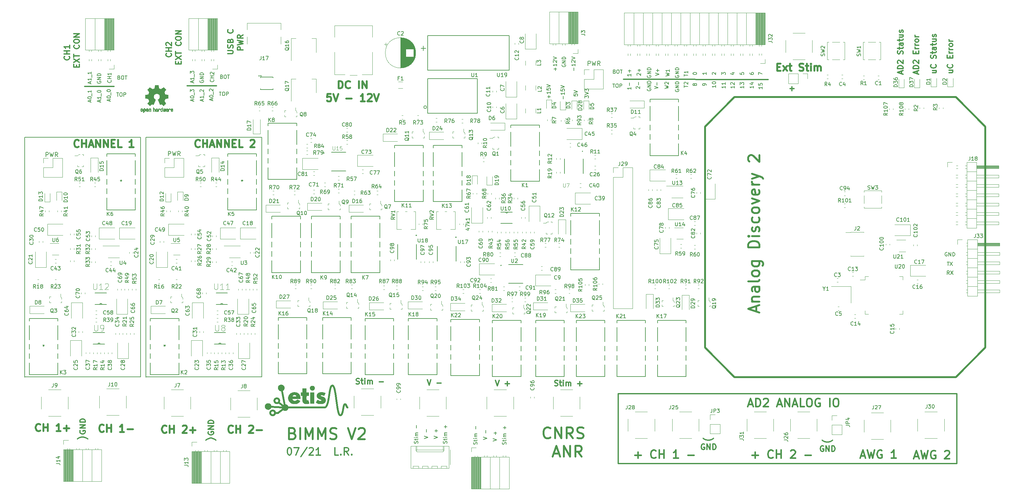
<source format=gbr>
G04 #@! TF.GenerationSoftware,KiCad,Pcbnew,(5.1.6-0-10_14)*
G04 #@! TF.CreationDate,2021-10-01T11:36:57+02:00*
G04 #@! TF.ProjectId,BioZ_front_end_V2_1,42696f5a-5f66-4726-9f6e-745f656e645f,rev?*
G04 #@! TF.SameCoordinates,Original*
G04 #@! TF.FileFunction,Legend,Top*
G04 #@! TF.FilePolarity,Positive*
%FSLAX46Y46*%
G04 Gerber Fmt 4.6, Leading zero omitted, Abs format (unit mm)*
G04 Created by KiCad (PCBNEW (5.1.6-0-10_14)) date 2021-10-01 11:36:57*
%MOMM*%
%LPD*%
G01*
G04 APERTURE LIST*
%ADD10C,0.150000*%
%ADD11C,0.500000*%
%ADD12C,0.300000*%
%ADD13C,0.200000*%
%ADD14C,0.375000*%
%ADD15C,0.400000*%
%ADD16C,0.152400*%
%ADD17C,0.120000*%
%ADD18C,0.010000*%
%ADD19C,0.100000*%
%ADD20C,0.127000*%
%ADD21C,0.015000*%
G04 APERTURE END LIST*
D10*
X268233333Y-99152380D02*
X267900000Y-98676190D01*
X267661904Y-99152380D02*
X267661904Y-98152380D01*
X268042857Y-98152380D01*
X268138095Y-98200000D01*
X268185714Y-98247619D01*
X268233333Y-98342857D01*
X268233333Y-98485714D01*
X268185714Y-98580952D01*
X268138095Y-98628571D01*
X268042857Y-98676190D01*
X267661904Y-98676190D01*
X268566666Y-98152380D02*
X269233333Y-99152380D01*
X269233333Y-98152380D02*
X268566666Y-99152380D01*
X267638095Y-95752380D02*
X268209523Y-95752380D01*
X267923809Y-96752380D02*
X267923809Y-95752380D01*
X268447619Y-95752380D02*
X269114285Y-96752380D01*
X269114285Y-95752380D02*
X268447619Y-96752380D01*
X267638095Y-93200000D02*
X267542857Y-93152380D01*
X267400000Y-93152380D01*
X267257142Y-93200000D01*
X267161904Y-93295238D01*
X267114285Y-93390476D01*
X267066666Y-93580952D01*
X267066666Y-93723809D01*
X267114285Y-93914285D01*
X267161904Y-94009523D01*
X267257142Y-94104761D01*
X267400000Y-94152380D01*
X267495238Y-94152380D01*
X267638095Y-94104761D01*
X267685714Y-94057142D01*
X267685714Y-93723809D01*
X267495238Y-93723809D01*
X268114285Y-94152380D02*
X268114285Y-93152380D01*
X268685714Y-94152380D01*
X268685714Y-93152380D01*
X269161904Y-94152380D02*
X269161904Y-93152380D01*
X269400000Y-93152380D01*
X269542857Y-93200000D01*
X269638095Y-93295238D01*
X269685714Y-93390476D01*
X269733333Y-93580952D01*
X269733333Y-93723809D01*
X269685714Y-93914285D01*
X269638095Y-94009523D01*
X269542857Y-94104761D01*
X269400000Y-94152380D01*
X269161904Y-94152380D01*
D11*
X160085714Y-143371428D02*
X159942857Y-143514285D01*
X159514285Y-143657142D01*
X159228571Y-143657142D01*
X158800000Y-143514285D01*
X158514285Y-143228571D01*
X158371428Y-142942857D01*
X158228571Y-142371428D01*
X158228571Y-141942857D01*
X158371428Y-141371428D01*
X158514285Y-141085714D01*
X158800000Y-140800000D01*
X159228571Y-140657142D01*
X159514285Y-140657142D01*
X159942857Y-140800000D01*
X160085714Y-140942857D01*
X161371428Y-143657142D02*
X161371428Y-140657142D01*
X163085714Y-143657142D01*
X163085714Y-140657142D01*
X166228571Y-143657142D02*
X165228571Y-142228571D01*
X164514285Y-143657142D02*
X164514285Y-140657142D01*
X165657142Y-140657142D01*
X165942857Y-140800000D01*
X166085714Y-140942857D01*
X166228571Y-141228571D01*
X166228571Y-141657142D01*
X166085714Y-141942857D01*
X165942857Y-142085714D01*
X165657142Y-142228571D01*
X164514285Y-142228571D01*
X167371428Y-143514285D02*
X167800000Y-143657142D01*
X168514285Y-143657142D01*
X168800000Y-143514285D01*
X168942857Y-143371428D01*
X169085714Y-143085714D01*
X169085714Y-142800000D01*
X168942857Y-142514285D01*
X168800000Y-142371428D01*
X168514285Y-142228571D01*
X167942857Y-142085714D01*
X167657142Y-141942857D01*
X167514285Y-141800000D01*
X167371428Y-141514285D01*
X167371428Y-141228571D01*
X167514285Y-140942857D01*
X167657142Y-140800000D01*
X167942857Y-140657142D01*
X168657142Y-140657142D01*
X169085714Y-140800000D01*
X161014285Y-147800000D02*
X162442857Y-147800000D01*
X160728571Y-148657142D02*
X161728571Y-145657142D01*
X162728571Y-148657142D01*
X163728571Y-148657142D02*
X163728571Y-145657142D01*
X165442857Y-148657142D01*
X165442857Y-145657142D01*
X168585714Y-148657142D02*
X167585714Y-147228571D01*
X166871428Y-148657142D02*
X166871428Y-145657142D01*
X168014285Y-145657142D01*
X168300000Y-145800000D01*
X168442857Y-145942857D01*
X168585714Y-146228571D01*
X168585714Y-146657142D01*
X168442857Y-146942857D01*
X168300000Y-147085714D01*
X168014285Y-147228571D01*
X166871428Y-147228571D01*
D12*
X236550000Y-144157142D02*
X236464285Y-144242857D01*
X236207142Y-144414285D01*
X236035714Y-144500000D01*
X235778571Y-144585714D01*
X235350000Y-144671428D01*
X235007142Y-144671428D01*
X234578571Y-144585714D01*
X234321428Y-144500000D01*
X234150000Y-144414285D01*
X233892857Y-144242857D01*
X233807142Y-144157142D01*
X234107142Y-145750000D02*
X233964285Y-145678571D01*
X233750000Y-145678571D01*
X233535714Y-145750000D01*
X233392857Y-145892857D01*
X233321428Y-146035714D01*
X233250000Y-146321428D01*
X233250000Y-146535714D01*
X233321428Y-146821428D01*
X233392857Y-146964285D01*
X233535714Y-147107142D01*
X233750000Y-147178571D01*
X233892857Y-147178571D01*
X234107142Y-147107142D01*
X234178571Y-147035714D01*
X234178571Y-146535714D01*
X233892857Y-146535714D01*
X234821428Y-147178571D02*
X234821428Y-145678571D01*
X235678571Y-147178571D01*
X235678571Y-145678571D01*
X236392857Y-147178571D02*
X236392857Y-145678571D01*
X236750000Y-145678571D01*
X236964285Y-145750000D01*
X237107142Y-145892857D01*
X237178571Y-146035714D01*
X237250000Y-146321428D01*
X237250000Y-146535714D01*
X237178571Y-146821428D01*
X237107142Y-146964285D01*
X236964285Y-147107142D01*
X236750000Y-147178571D01*
X236392857Y-147178571D01*
X201857142Y-145250000D02*
X201714285Y-145178571D01*
X201500000Y-145178571D01*
X201285714Y-145250000D01*
X201142857Y-145392857D01*
X201071428Y-145535714D01*
X201000000Y-145821428D01*
X201000000Y-146035714D01*
X201071428Y-146321428D01*
X201142857Y-146464285D01*
X201285714Y-146607142D01*
X201500000Y-146678571D01*
X201642857Y-146678571D01*
X201857142Y-146607142D01*
X201928571Y-146535714D01*
X201928571Y-146035714D01*
X201642857Y-146035714D01*
X202571428Y-146678571D02*
X202571428Y-145178571D01*
X203428571Y-146678571D01*
X203428571Y-145178571D01*
X204142857Y-146678571D02*
X204142857Y-145178571D01*
X204500000Y-145178571D01*
X204714285Y-145250000D01*
X204857142Y-145392857D01*
X204928571Y-145535714D01*
X205000000Y-145821428D01*
X205000000Y-146035714D01*
X204928571Y-146321428D01*
X204857142Y-146464285D01*
X204714285Y-146607142D01*
X204500000Y-146678571D01*
X204142857Y-146678571D01*
X204300000Y-143657142D02*
X204214285Y-143742857D01*
X203957142Y-143914285D01*
X203785714Y-144000000D01*
X203528571Y-144085714D01*
X203100000Y-144171428D01*
X202757142Y-144171428D01*
X202328571Y-144085714D01*
X202071428Y-144000000D01*
X201900000Y-143914285D01*
X201642857Y-143742857D01*
X201557142Y-143657142D01*
X89302142Y-146154761D02*
X89492619Y-146154761D01*
X89683095Y-146250000D01*
X89778333Y-146345238D01*
X89873571Y-146535714D01*
X89968809Y-146916666D01*
X89968809Y-147392857D01*
X89873571Y-147773809D01*
X89778333Y-147964285D01*
X89683095Y-148059523D01*
X89492619Y-148154761D01*
X89302142Y-148154761D01*
X89111666Y-148059523D01*
X89016428Y-147964285D01*
X88921190Y-147773809D01*
X88825952Y-147392857D01*
X88825952Y-146916666D01*
X88921190Y-146535714D01*
X89016428Y-146345238D01*
X89111666Y-146250000D01*
X89302142Y-146154761D01*
X90635476Y-146154761D02*
X91968809Y-146154761D01*
X91111666Y-148154761D01*
X94159285Y-146059523D02*
X92445000Y-148630952D01*
X94730714Y-146345238D02*
X94825952Y-146250000D01*
X95016428Y-146154761D01*
X95492619Y-146154761D01*
X95683095Y-146250000D01*
X95778333Y-146345238D01*
X95873571Y-146535714D01*
X95873571Y-146726190D01*
X95778333Y-147011904D01*
X94635476Y-148154761D01*
X95873571Y-148154761D01*
X97778333Y-148154761D02*
X96635476Y-148154761D01*
X97206904Y-148154761D02*
X97206904Y-146154761D01*
X97016428Y-146440476D01*
X96825952Y-146630952D01*
X96635476Y-146726190D01*
X102635476Y-148154761D02*
X101683095Y-148154761D01*
X101683095Y-146154761D01*
X103302142Y-147964285D02*
X103397380Y-148059523D01*
X103302142Y-148154761D01*
X103206904Y-148059523D01*
X103302142Y-147964285D01*
X103302142Y-148154761D01*
X105397380Y-148154761D02*
X104730714Y-147202380D01*
X104254523Y-148154761D02*
X104254523Y-146154761D01*
X105016428Y-146154761D01*
X105206904Y-146250000D01*
X105302142Y-146345238D01*
X105397380Y-146535714D01*
X105397380Y-146821428D01*
X105302142Y-147011904D01*
X105206904Y-147107142D01*
X105016428Y-147202380D01*
X104254523Y-147202380D01*
X106254523Y-147964285D02*
X106349761Y-148059523D01*
X106254523Y-148154761D01*
X106159285Y-148059523D01*
X106254523Y-147964285D01*
X106254523Y-148154761D01*
D13*
X170300000Y-42442857D02*
X170300000Y-41242857D01*
X170757142Y-41242857D01*
X170871428Y-41300000D01*
X170928571Y-41357142D01*
X170985714Y-41471428D01*
X170985714Y-41642857D01*
X170928571Y-41757142D01*
X170871428Y-41814285D01*
X170757142Y-41871428D01*
X170300000Y-41871428D01*
X171385714Y-41242857D02*
X171671428Y-42442857D01*
X171900000Y-41585714D01*
X172128571Y-42442857D01*
X172414285Y-41242857D01*
X173557142Y-42442857D02*
X173157142Y-41871428D01*
X172871428Y-42442857D02*
X172871428Y-41242857D01*
X173328571Y-41242857D01*
X173442857Y-41300000D01*
X173500000Y-41357142D01*
X173557142Y-41471428D01*
X173557142Y-41642857D01*
X173500000Y-41757142D01*
X173442857Y-41814285D01*
X173328571Y-41871428D01*
X172871428Y-41871428D01*
D10*
X169452380Y-51238095D02*
X169452380Y-50619047D01*
X169833333Y-50952380D01*
X169833333Y-50809523D01*
X169880952Y-50714285D01*
X169928571Y-50666666D01*
X170023809Y-50619047D01*
X170261904Y-50619047D01*
X170357142Y-50666666D01*
X170404761Y-50714285D01*
X170452380Y-50809523D01*
X170452380Y-51095238D01*
X170404761Y-51190476D01*
X170357142Y-51238095D01*
X169452380Y-50333333D02*
X170452380Y-50000000D01*
X169452380Y-49666666D01*
X169452380Y-49428571D02*
X169452380Y-48809523D01*
X169833333Y-49142857D01*
X169833333Y-49000000D01*
X169880952Y-48904761D01*
X169928571Y-48857142D01*
X170023809Y-48809523D01*
X170261904Y-48809523D01*
X170357142Y-48857142D01*
X170404761Y-48904761D01*
X170452380Y-49000000D01*
X170452380Y-49285714D01*
X170404761Y-49380952D01*
X170357142Y-49428571D01*
X166452380Y-50190476D02*
X166452380Y-50666666D01*
X166928571Y-50714285D01*
X166880952Y-50666666D01*
X166833333Y-50571428D01*
X166833333Y-50333333D01*
X166880952Y-50238095D01*
X166928571Y-50190476D01*
X167023809Y-50142857D01*
X167261904Y-50142857D01*
X167357142Y-50190476D01*
X167404761Y-50238095D01*
X167452380Y-50333333D01*
X167452380Y-50571428D01*
X167404761Y-50666666D01*
X167357142Y-50714285D01*
X166452380Y-49857142D02*
X167452380Y-49523809D01*
X166452380Y-49190476D01*
X159721428Y-51261904D02*
X159721428Y-50500000D01*
X160102380Y-50880952D02*
X159340476Y-50880952D01*
X160102380Y-49500000D02*
X160102380Y-50071428D01*
X160102380Y-49785714D02*
X159102380Y-49785714D01*
X159245238Y-49880952D01*
X159340476Y-49976190D01*
X159388095Y-50071428D01*
X159102380Y-48595238D02*
X159102380Y-49071428D01*
X159578571Y-49119047D01*
X159530952Y-49071428D01*
X159483333Y-48976190D01*
X159483333Y-48738095D01*
X159530952Y-48642857D01*
X159578571Y-48595238D01*
X159673809Y-48547619D01*
X159911904Y-48547619D01*
X160007142Y-48595238D01*
X160054761Y-48642857D01*
X160102380Y-48738095D01*
X160102380Y-48976190D01*
X160054761Y-49071428D01*
X160007142Y-49119047D01*
X159102380Y-48261904D02*
X160102380Y-47928571D01*
X159102380Y-47595238D01*
X163571428Y-51511904D02*
X163571428Y-50750000D01*
X163952380Y-49750000D02*
X163952380Y-50321428D01*
X163952380Y-50035714D02*
X162952380Y-50035714D01*
X163095238Y-50130952D01*
X163190476Y-50226190D01*
X163238095Y-50321428D01*
X162952380Y-48845238D02*
X162952380Y-49321428D01*
X163428571Y-49369047D01*
X163380952Y-49321428D01*
X163333333Y-49226190D01*
X163333333Y-48988095D01*
X163380952Y-48892857D01*
X163428571Y-48845238D01*
X163523809Y-48797619D01*
X163761904Y-48797619D01*
X163857142Y-48845238D01*
X163904761Y-48892857D01*
X163952380Y-48988095D01*
X163952380Y-49226190D01*
X163904761Y-49321428D01*
X163857142Y-49369047D01*
X162952380Y-48511904D02*
X163952380Y-48178571D01*
X162952380Y-47845238D01*
D14*
X76778571Y-38200000D02*
X75278571Y-38200000D01*
X75278571Y-37628571D01*
X75350000Y-37485714D01*
X75421428Y-37414285D01*
X75564285Y-37342857D01*
X75778571Y-37342857D01*
X75921428Y-37414285D01*
X75992857Y-37485714D01*
X76064285Y-37628571D01*
X76064285Y-38200000D01*
X75278571Y-36842857D02*
X76778571Y-36485714D01*
X75707142Y-36200000D01*
X76778571Y-35914285D01*
X75278571Y-35557142D01*
X76778571Y-34128571D02*
X76064285Y-34628571D01*
X76778571Y-34985714D02*
X75278571Y-34985714D01*
X75278571Y-34414285D01*
X75350000Y-34271428D01*
X75421428Y-34200000D01*
X75564285Y-34128571D01*
X75778571Y-34128571D01*
X75921428Y-34200000D01*
X75992857Y-34271428D01*
X76064285Y-34414285D01*
X76064285Y-34985714D01*
X72628571Y-39214285D02*
X73842857Y-39214285D01*
X73985714Y-39142857D01*
X74057142Y-39071428D01*
X74128571Y-38928571D01*
X74128571Y-38642857D01*
X74057142Y-38500000D01*
X73985714Y-38428571D01*
X73842857Y-38357142D01*
X72628571Y-38357142D01*
X74057142Y-37714285D02*
X74128571Y-37500000D01*
X74128571Y-37142857D01*
X74057142Y-37000000D01*
X73985714Y-36928571D01*
X73842857Y-36857142D01*
X73700000Y-36857142D01*
X73557142Y-36928571D01*
X73485714Y-37000000D01*
X73414285Y-37142857D01*
X73342857Y-37428571D01*
X73271428Y-37571428D01*
X73200000Y-37642857D01*
X73057142Y-37714285D01*
X72914285Y-37714285D01*
X72771428Y-37642857D01*
X72700000Y-37571428D01*
X72628571Y-37428571D01*
X72628571Y-37071428D01*
X72700000Y-36857142D01*
X73342857Y-35714285D02*
X73414285Y-35500000D01*
X73485714Y-35428571D01*
X73628571Y-35357142D01*
X73842857Y-35357142D01*
X73985714Y-35428571D01*
X74057142Y-35500000D01*
X74128571Y-35642857D01*
X74128571Y-36214285D01*
X72628571Y-36214285D01*
X72628571Y-35714285D01*
X72700000Y-35571428D01*
X72771428Y-35500000D01*
X72914285Y-35428571D01*
X73057142Y-35428571D01*
X73200000Y-35500000D01*
X73271428Y-35571428D01*
X73342857Y-35714285D01*
X73342857Y-36214285D01*
X73985714Y-32714285D02*
X74057142Y-32785714D01*
X74128571Y-33000000D01*
X74128571Y-33142857D01*
X74057142Y-33357142D01*
X73914285Y-33500000D01*
X73771428Y-33571428D01*
X73485714Y-33642857D01*
X73271428Y-33642857D01*
X72985714Y-33571428D01*
X72842857Y-33500000D01*
X72700000Y-33357142D01*
X72628571Y-33142857D01*
X72628571Y-33000000D01*
X72700000Y-32785714D01*
X72771428Y-32714285D01*
D13*
X56550000Y-66942857D02*
X56550000Y-65742857D01*
X57007142Y-65742857D01*
X57121428Y-65800000D01*
X57178571Y-65857142D01*
X57235714Y-65971428D01*
X57235714Y-66142857D01*
X57178571Y-66257142D01*
X57121428Y-66314285D01*
X57007142Y-66371428D01*
X56550000Y-66371428D01*
X57635714Y-65742857D02*
X57921428Y-66942857D01*
X58150000Y-66085714D01*
X58378571Y-66942857D01*
X58664285Y-65742857D01*
X59807142Y-66942857D02*
X59407142Y-66371428D01*
X59121428Y-66942857D02*
X59121428Y-65742857D01*
X59578571Y-65742857D01*
X59692857Y-65800000D01*
X59750000Y-65857142D01*
X59807142Y-65971428D01*
X59807142Y-66142857D01*
X59750000Y-66257142D01*
X59692857Y-66314285D01*
X59578571Y-66371428D01*
X59121428Y-66371428D01*
X23350000Y-67192857D02*
X23350000Y-65992857D01*
X23807142Y-65992857D01*
X23921428Y-66050000D01*
X23978571Y-66107142D01*
X24035714Y-66221428D01*
X24035714Y-66392857D01*
X23978571Y-66507142D01*
X23921428Y-66564285D01*
X23807142Y-66621428D01*
X23350000Y-66621428D01*
X24435714Y-65992857D02*
X24721428Y-67192857D01*
X24950000Y-66335714D01*
X25178571Y-67192857D01*
X25464285Y-65992857D01*
X26607142Y-67192857D02*
X26207142Y-66621428D01*
X25921428Y-67192857D02*
X25921428Y-65992857D01*
X26378571Y-65992857D01*
X26492857Y-66050000D01*
X26549999Y-66107142D01*
X26607142Y-66221428D01*
X26607142Y-66392857D01*
X26549999Y-66507142D01*
X26492857Y-66564285D01*
X26378571Y-66621428D01*
X25921428Y-66621428D01*
D12*
X66700000Y-144092857D02*
X66785714Y-144007142D01*
X67042857Y-143835714D01*
X67214285Y-143750000D01*
X67471428Y-143664285D01*
X67900000Y-143578571D01*
X68242857Y-143578571D01*
X68671428Y-143664285D01*
X68928571Y-143750000D01*
X69100000Y-143835714D01*
X69357142Y-144007142D01*
X69442857Y-144092857D01*
X67400000Y-141842857D02*
X67328571Y-141985714D01*
X67328571Y-142200000D01*
X67400000Y-142414285D01*
X67542857Y-142557142D01*
X67685714Y-142628571D01*
X67971428Y-142700000D01*
X68185714Y-142700000D01*
X68471428Y-142628571D01*
X68614285Y-142557142D01*
X68757142Y-142414285D01*
X68828571Y-142200000D01*
X68828571Y-142057142D01*
X68757142Y-141842857D01*
X68685714Y-141771428D01*
X68185714Y-141771428D01*
X68185714Y-142057142D01*
X68828571Y-141128571D02*
X67328571Y-141128571D01*
X68828571Y-140271428D01*
X67328571Y-140271428D01*
X68828571Y-139557142D02*
X67328571Y-139557142D01*
X67328571Y-139200000D01*
X67400000Y-138985714D01*
X67542857Y-138842857D01*
X67685714Y-138771428D01*
X67971428Y-138700000D01*
X68185714Y-138700000D01*
X68471428Y-138771428D01*
X68614285Y-138842857D01*
X68757142Y-138985714D01*
X68828571Y-139200000D01*
X68828571Y-139557142D01*
X32650000Y-141542857D02*
X32578571Y-141685714D01*
X32578571Y-141900000D01*
X32650000Y-142114285D01*
X32792857Y-142257142D01*
X32935714Y-142328571D01*
X33221428Y-142400000D01*
X33435714Y-142400000D01*
X33721428Y-142328571D01*
X33864285Y-142257142D01*
X34007142Y-142114285D01*
X34078571Y-141900000D01*
X34078571Y-141757142D01*
X34007142Y-141542857D01*
X33935714Y-141471428D01*
X33435714Y-141471428D01*
X33435714Y-141757142D01*
X34078571Y-140828571D02*
X32578571Y-140828571D01*
X34078571Y-139971428D01*
X32578571Y-139971428D01*
X34078571Y-139257142D02*
X32578571Y-139257142D01*
X32578571Y-138900000D01*
X32650000Y-138685714D01*
X32792857Y-138542857D01*
X32935714Y-138471428D01*
X33221428Y-138400000D01*
X33435714Y-138400000D01*
X33721428Y-138471428D01*
X33864285Y-138542857D01*
X34007142Y-138685714D01*
X34078571Y-138900000D01*
X34078571Y-139257142D01*
X31950000Y-143792857D02*
X32035714Y-143707142D01*
X32292857Y-143535714D01*
X32464285Y-143450000D01*
X32721428Y-143364285D01*
X33150000Y-143278571D01*
X33492857Y-143278571D01*
X33921428Y-143364285D01*
X34178571Y-143450000D01*
X34350000Y-143535714D01*
X34607142Y-143707142D01*
X34692857Y-143792857D01*
X225607142Y-49321428D02*
X225607142Y-48178571D01*
X226178571Y-48750000D02*
X225035714Y-48750000D01*
X268178571Y-43750000D02*
X269178571Y-43750000D01*
X268178571Y-44392857D02*
X268964285Y-44392857D01*
X269107142Y-44321428D01*
X269178571Y-44178571D01*
X269178571Y-43964285D01*
X269107142Y-43821428D01*
X269035714Y-43750000D01*
X269035714Y-42178571D02*
X269107142Y-42250000D01*
X269178571Y-42464285D01*
X269178571Y-42607142D01*
X269107142Y-42821428D01*
X268964285Y-42964285D01*
X268821428Y-43035714D01*
X268535714Y-43107142D01*
X268321428Y-43107142D01*
X268035714Y-43035714D01*
X267892857Y-42964285D01*
X267750000Y-42821428D01*
X267678571Y-42607142D01*
X267678571Y-42464285D01*
X267750000Y-42250000D01*
X267821428Y-42178571D01*
X268392857Y-40392857D02*
X268392857Y-39892857D01*
X269178571Y-39678571D02*
X269178571Y-40392857D01*
X267678571Y-40392857D01*
X267678571Y-39678571D01*
X269178571Y-39035714D02*
X268178571Y-39035714D01*
X268464285Y-39035714D02*
X268321428Y-38964285D01*
X268250000Y-38892857D01*
X268178571Y-38750000D01*
X268178571Y-38607142D01*
X269178571Y-38107142D02*
X268178571Y-38107142D01*
X268464285Y-38107142D02*
X268321428Y-38035714D01*
X268250000Y-37964285D01*
X268178571Y-37821428D01*
X268178571Y-37678571D01*
X269178571Y-36964285D02*
X269107142Y-37107142D01*
X269035714Y-37178571D01*
X268892857Y-37250000D01*
X268464285Y-37250000D01*
X268321428Y-37178571D01*
X268250000Y-37107142D01*
X268178571Y-36964285D01*
X268178571Y-36750000D01*
X268250000Y-36607142D01*
X268321428Y-36535714D01*
X268464285Y-36464285D01*
X268892857Y-36464285D01*
X269035714Y-36535714D01*
X269107142Y-36607142D01*
X269178571Y-36750000D01*
X269178571Y-36964285D01*
X269178571Y-35821428D02*
X268178571Y-35821428D01*
X268464285Y-35821428D02*
X268321428Y-35750000D01*
X268250000Y-35678571D01*
X268178571Y-35535714D01*
X268178571Y-35392857D01*
X263678571Y-43785714D02*
X264678571Y-43785714D01*
X263678571Y-44428571D02*
X264464285Y-44428571D01*
X264607142Y-44357142D01*
X264678571Y-44214285D01*
X264678571Y-44000000D01*
X264607142Y-43857142D01*
X264535714Y-43785714D01*
X264535714Y-42214285D02*
X264607142Y-42285714D01*
X264678571Y-42500000D01*
X264678571Y-42642857D01*
X264607142Y-42857142D01*
X264464285Y-43000000D01*
X264321428Y-43071428D01*
X264035714Y-43142857D01*
X263821428Y-43142857D01*
X263535714Y-43071428D01*
X263392857Y-43000000D01*
X263250000Y-42857142D01*
X263178571Y-42642857D01*
X263178571Y-42500000D01*
X263250000Y-42285714D01*
X263321428Y-42214285D01*
X264607142Y-40500000D02*
X264678571Y-40285714D01*
X264678571Y-39928571D01*
X264607142Y-39785714D01*
X264535714Y-39714285D01*
X264392857Y-39642857D01*
X264250000Y-39642857D01*
X264107142Y-39714285D01*
X264035714Y-39785714D01*
X263964285Y-39928571D01*
X263892857Y-40214285D01*
X263821428Y-40357142D01*
X263750000Y-40428571D01*
X263607142Y-40500000D01*
X263464285Y-40500000D01*
X263321428Y-40428571D01*
X263250000Y-40357142D01*
X263178571Y-40214285D01*
X263178571Y-39857142D01*
X263250000Y-39642857D01*
X263678571Y-39214285D02*
X263678571Y-38642857D01*
X263178571Y-39000000D02*
X264464285Y-39000000D01*
X264607142Y-38928571D01*
X264678571Y-38785714D01*
X264678571Y-38642857D01*
X264678571Y-37500000D02*
X263892857Y-37500000D01*
X263750000Y-37571428D01*
X263678571Y-37714285D01*
X263678571Y-38000000D01*
X263750000Y-38142857D01*
X264607142Y-37500000D02*
X264678571Y-37642857D01*
X264678571Y-38000000D01*
X264607142Y-38142857D01*
X264464285Y-38214285D01*
X264321428Y-38214285D01*
X264178571Y-38142857D01*
X264107142Y-38000000D01*
X264107142Y-37642857D01*
X264035714Y-37500000D01*
X263678571Y-37000000D02*
X263678571Y-36428571D01*
X263178571Y-36785714D02*
X264464285Y-36785714D01*
X264607142Y-36714285D01*
X264678571Y-36571428D01*
X264678571Y-36428571D01*
X263678571Y-35285714D02*
X264678571Y-35285714D01*
X263678571Y-35928571D02*
X264464285Y-35928571D01*
X264607142Y-35857142D01*
X264678571Y-35714285D01*
X264678571Y-35500000D01*
X264607142Y-35357142D01*
X264535714Y-35285714D01*
X264607142Y-34642857D02*
X264678571Y-34500000D01*
X264678571Y-34214285D01*
X264607142Y-34071428D01*
X264464285Y-34000000D01*
X264392857Y-34000000D01*
X264250000Y-34071428D01*
X264178571Y-34214285D01*
X264178571Y-34428571D01*
X264107142Y-34571428D01*
X263964285Y-34642857D01*
X263892857Y-34642857D01*
X263750000Y-34571428D01*
X263678571Y-34428571D01*
X263678571Y-34214285D01*
X263750000Y-34071428D01*
X259500000Y-44642857D02*
X259500000Y-43928571D01*
X259928571Y-44785714D02*
X258428571Y-44285714D01*
X259928571Y-43785714D01*
X259928571Y-43285714D02*
X258428571Y-43285714D01*
X258428571Y-42928571D01*
X258500000Y-42714285D01*
X258642857Y-42571428D01*
X258785714Y-42500000D01*
X259071428Y-42428571D01*
X259285714Y-42428571D01*
X259571428Y-42500000D01*
X259714285Y-42571428D01*
X259857142Y-42714285D01*
X259928571Y-42928571D01*
X259928571Y-43285714D01*
X258571428Y-41857142D02*
X258500000Y-41785714D01*
X258428571Y-41642857D01*
X258428571Y-41285714D01*
X258500000Y-41142857D01*
X258571428Y-41071428D01*
X258714285Y-41000000D01*
X258857142Y-41000000D01*
X259071428Y-41071428D01*
X259928571Y-41928571D01*
X259928571Y-41000000D01*
X259142857Y-39214285D02*
X259142857Y-38714285D01*
X259928571Y-38500000D02*
X259928571Y-39214285D01*
X258428571Y-39214285D01*
X258428571Y-38500000D01*
X259928571Y-37857142D02*
X258928571Y-37857142D01*
X259214285Y-37857142D02*
X259071428Y-37785714D01*
X259000000Y-37714285D01*
X258928571Y-37571428D01*
X258928571Y-37428571D01*
X259928571Y-36928571D02*
X258928571Y-36928571D01*
X259214285Y-36928571D02*
X259071428Y-36857142D01*
X259000000Y-36785714D01*
X258928571Y-36642857D01*
X258928571Y-36500000D01*
X259928571Y-35785714D02*
X259857142Y-35928571D01*
X259785714Y-36000000D01*
X259642857Y-36071428D01*
X259214285Y-36071428D01*
X259071428Y-36000000D01*
X259000000Y-35928571D01*
X258928571Y-35785714D01*
X258928571Y-35571428D01*
X259000000Y-35428571D01*
X259071428Y-35357142D01*
X259214285Y-35285714D01*
X259642857Y-35285714D01*
X259785714Y-35357142D01*
X259857142Y-35428571D01*
X259928571Y-35571428D01*
X259928571Y-35785714D01*
X259928571Y-34642857D02*
X258928571Y-34642857D01*
X259214285Y-34642857D02*
X259071428Y-34571428D01*
X259000000Y-34500000D01*
X258928571Y-34357142D01*
X258928571Y-34214285D01*
X255250000Y-44678571D02*
X255250000Y-43964285D01*
X255678571Y-44821428D02*
X254178571Y-44321428D01*
X255678571Y-43821428D01*
X255678571Y-43321428D02*
X254178571Y-43321428D01*
X254178571Y-42964285D01*
X254250000Y-42750000D01*
X254392857Y-42607142D01*
X254535714Y-42535714D01*
X254821428Y-42464285D01*
X255035714Y-42464285D01*
X255321428Y-42535714D01*
X255464285Y-42607142D01*
X255607142Y-42750000D01*
X255678571Y-42964285D01*
X255678571Y-43321428D01*
X254321428Y-41892857D02*
X254250000Y-41821428D01*
X254178571Y-41678571D01*
X254178571Y-41321428D01*
X254250000Y-41178571D01*
X254321428Y-41107142D01*
X254464285Y-41035714D01*
X254607142Y-41035714D01*
X254821428Y-41107142D01*
X255678571Y-41964285D01*
X255678571Y-41035714D01*
X255607142Y-39321428D02*
X255678571Y-39107142D01*
X255678571Y-38750000D01*
X255607142Y-38607142D01*
X255535714Y-38535714D01*
X255392857Y-38464285D01*
X255250000Y-38464285D01*
X255107142Y-38535714D01*
X255035714Y-38607142D01*
X254964285Y-38750000D01*
X254892857Y-39035714D01*
X254821428Y-39178571D01*
X254750000Y-39250000D01*
X254607142Y-39321428D01*
X254464285Y-39321428D01*
X254321428Y-39250000D01*
X254250000Y-39178571D01*
X254178571Y-39035714D01*
X254178571Y-38678571D01*
X254250000Y-38464285D01*
X254678571Y-38035714D02*
X254678571Y-37464285D01*
X254178571Y-37821428D02*
X255464285Y-37821428D01*
X255607142Y-37750000D01*
X255678571Y-37607142D01*
X255678571Y-37464285D01*
X255678571Y-36321428D02*
X254892857Y-36321428D01*
X254750000Y-36392857D01*
X254678571Y-36535714D01*
X254678571Y-36821428D01*
X254750000Y-36964285D01*
X255607142Y-36321428D02*
X255678571Y-36464285D01*
X255678571Y-36821428D01*
X255607142Y-36964285D01*
X255464285Y-37035714D01*
X255321428Y-37035714D01*
X255178571Y-36964285D01*
X255107142Y-36821428D01*
X255107142Y-36464285D01*
X255035714Y-36321428D01*
X254678571Y-35821428D02*
X254678571Y-35250000D01*
X254178571Y-35607142D02*
X255464285Y-35607142D01*
X255607142Y-35535714D01*
X255678571Y-35392857D01*
X255678571Y-35250000D01*
X254678571Y-34107142D02*
X255678571Y-34107142D01*
X254678571Y-34750000D02*
X255464285Y-34750000D01*
X255607142Y-34678571D01*
X255678571Y-34535714D01*
X255678571Y-34321428D01*
X255607142Y-34178571D01*
X255535714Y-34107142D01*
X255607142Y-33464285D02*
X255678571Y-33321428D01*
X255678571Y-33035714D01*
X255607142Y-32892857D01*
X255464285Y-32821428D01*
X255392857Y-32821428D01*
X255250000Y-32892857D01*
X255178571Y-33035714D01*
X255178571Y-33250000D01*
X255107142Y-33392857D01*
X254964285Y-33464285D01*
X254892857Y-33464285D01*
X254750000Y-33392857D01*
X254678571Y-33250000D01*
X254678571Y-33035714D01*
X254750000Y-32892857D01*
D11*
X221595238Y-42857142D02*
X222261904Y-42857142D01*
X222547619Y-43904761D02*
X221595238Y-43904761D01*
X221595238Y-41904761D01*
X222547619Y-41904761D01*
X223214285Y-43904761D02*
X224261904Y-42571428D01*
X223214285Y-42571428D02*
X224261904Y-43904761D01*
X224738095Y-42571428D02*
X225500000Y-42571428D01*
X225023809Y-41904761D02*
X225023809Y-43619047D01*
X225119047Y-43809523D01*
X225309523Y-43904761D01*
X225500000Y-43904761D01*
X227595238Y-43809523D02*
X227880952Y-43904761D01*
X228357142Y-43904761D01*
X228547619Y-43809523D01*
X228642857Y-43714285D01*
X228738095Y-43523809D01*
X228738095Y-43333333D01*
X228642857Y-43142857D01*
X228547619Y-43047619D01*
X228357142Y-42952380D01*
X227976190Y-42857142D01*
X227785714Y-42761904D01*
X227690476Y-42666666D01*
X227595238Y-42476190D01*
X227595238Y-42285714D01*
X227690476Y-42095238D01*
X227785714Y-42000000D01*
X227976190Y-41904761D01*
X228452380Y-41904761D01*
X228738095Y-42000000D01*
X229309523Y-42571428D02*
X230071428Y-42571428D01*
X229595238Y-41904761D02*
X229595238Y-43619047D01*
X229690476Y-43809523D01*
X229880952Y-43904761D01*
X230071428Y-43904761D01*
X230738095Y-43904761D02*
X230738095Y-42571428D01*
X230738095Y-41904761D02*
X230642857Y-42000000D01*
X230738095Y-42095238D01*
X230833333Y-42000000D01*
X230738095Y-41904761D01*
X230738095Y-42095238D01*
X231690476Y-43904761D02*
X231690476Y-42571428D01*
X231690476Y-42761904D02*
X231785714Y-42666666D01*
X231976190Y-42571428D01*
X232261904Y-42571428D01*
X232452380Y-42666666D01*
X232547619Y-42857142D01*
X232547619Y-43904761D01*
X232547619Y-42857142D02*
X232642857Y-42666666D01*
X232833333Y-42571428D01*
X233119047Y-42571428D01*
X233309523Y-42666666D01*
X233404761Y-42857142D01*
X233404761Y-43904761D01*
D13*
X50470000Y-127000000D02*
X50450000Y-61950000D01*
X81850000Y-126950000D02*
X50450000Y-126950000D01*
X81850000Y-61950000D02*
X81850000Y-126950000D01*
X50450000Y-61950000D02*
X81850000Y-61950000D01*
D11*
X65100476Y-64434285D02*
X65005238Y-64529523D01*
X64719523Y-64624761D01*
X64529047Y-64624761D01*
X64243333Y-64529523D01*
X64052857Y-64339047D01*
X63957619Y-64148571D01*
X63862380Y-63767619D01*
X63862380Y-63481904D01*
X63957619Y-63100952D01*
X64052857Y-62910476D01*
X64243333Y-62720000D01*
X64529047Y-62624761D01*
X64719523Y-62624761D01*
X65005238Y-62720000D01*
X65100476Y-62815238D01*
X65957619Y-64624761D02*
X65957619Y-62624761D01*
X65957619Y-63577142D02*
X67100476Y-63577142D01*
X67100476Y-64624761D02*
X67100476Y-62624761D01*
X67957619Y-64053333D02*
X68910000Y-64053333D01*
X67767142Y-64624761D02*
X68433809Y-62624761D01*
X69100476Y-64624761D01*
X69767142Y-64624761D02*
X69767142Y-62624761D01*
X70910000Y-64624761D01*
X70910000Y-62624761D01*
X71862380Y-64624761D02*
X71862380Y-62624761D01*
X73005238Y-64624761D01*
X73005238Y-62624761D01*
X73957619Y-63577142D02*
X74624285Y-63577142D01*
X74910000Y-64624761D02*
X73957619Y-64624761D01*
X73957619Y-62624761D01*
X74910000Y-62624761D01*
X76719523Y-64624761D02*
X75767142Y-64624761D01*
X75767142Y-62624761D01*
X78814761Y-62815238D02*
X78910000Y-62720000D01*
X79100476Y-62624761D01*
X79576666Y-62624761D01*
X79767142Y-62720000D01*
X79862380Y-62815238D01*
X79957619Y-63005714D01*
X79957619Y-63196190D01*
X79862380Y-63481904D01*
X78719523Y-64624761D01*
X79957619Y-64624761D01*
D15*
X214735714Y-148157142D02*
X216411904Y-148157142D01*
X215573809Y-148995238D02*
X215573809Y-147319047D01*
X220392857Y-148785714D02*
X220288095Y-148890476D01*
X219973809Y-148995238D01*
X219764285Y-148995238D01*
X219450000Y-148890476D01*
X219240476Y-148680952D01*
X219135714Y-148471428D01*
X219030952Y-148052380D01*
X219030952Y-147738095D01*
X219135714Y-147319047D01*
X219240476Y-147109523D01*
X219450000Y-146900000D01*
X219764285Y-146795238D01*
X219973809Y-146795238D01*
X220288095Y-146900000D01*
X220392857Y-147004761D01*
X221335714Y-148995238D02*
X221335714Y-146795238D01*
X221335714Y-147842857D02*
X222592857Y-147842857D01*
X222592857Y-148995238D02*
X222592857Y-146795238D01*
X225211904Y-147004761D02*
X225316666Y-146900000D01*
X225526190Y-146795238D01*
X226050000Y-146795238D01*
X226259523Y-146900000D01*
X226364285Y-147004761D01*
X226469047Y-147214285D01*
X226469047Y-147423809D01*
X226364285Y-147738095D01*
X225107142Y-148995238D01*
X226469047Y-148995238D01*
X229088095Y-148157142D02*
X230764285Y-148157142D01*
D11*
X74069047Y-141964285D02*
X73973809Y-142059523D01*
X73688095Y-142154761D01*
X73497619Y-142154761D01*
X73211904Y-142059523D01*
X73021428Y-141869047D01*
X72926190Y-141678571D01*
X72830952Y-141297619D01*
X72830952Y-141011904D01*
X72926190Y-140630952D01*
X73021428Y-140440476D01*
X73211904Y-140250000D01*
X73497619Y-140154761D01*
X73688095Y-140154761D01*
X73973809Y-140250000D01*
X74069047Y-140345238D01*
X74926190Y-142154761D02*
X74926190Y-140154761D01*
X74926190Y-141107142D02*
X76069047Y-141107142D01*
X76069047Y-142154761D02*
X76069047Y-140154761D01*
X78450000Y-140345238D02*
X78545238Y-140250000D01*
X78735714Y-140154761D01*
X79211904Y-140154761D01*
X79402380Y-140250000D01*
X79497619Y-140345238D01*
X79592857Y-140535714D01*
X79592857Y-140726190D01*
X79497619Y-141011904D01*
X78354761Y-142154761D01*
X79592857Y-142154761D01*
X80450000Y-141392857D02*
X81973809Y-141392857D01*
X56069047Y-141964285D02*
X55973809Y-142059523D01*
X55688095Y-142154761D01*
X55497619Y-142154761D01*
X55211904Y-142059523D01*
X55021428Y-141869047D01*
X54926190Y-141678571D01*
X54830952Y-141297619D01*
X54830952Y-141011904D01*
X54926190Y-140630952D01*
X55021428Y-140440476D01*
X55211904Y-140250000D01*
X55497619Y-140154761D01*
X55688095Y-140154761D01*
X55973809Y-140250000D01*
X56069047Y-140345238D01*
X56926190Y-142154761D02*
X56926190Y-140154761D01*
X56926190Y-141107142D02*
X58069047Y-141107142D01*
X58069047Y-142154761D02*
X58069047Y-140154761D01*
X60450000Y-140345238D02*
X60545238Y-140250000D01*
X60735714Y-140154761D01*
X61211904Y-140154761D01*
X61402380Y-140250000D01*
X61497619Y-140345238D01*
X61592857Y-140535714D01*
X61592857Y-140726190D01*
X61497619Y-141011904D01*
X60354761Y-142154761D01*
X61592857Y-142154761D01*
X62450000Y-141392857D02*
X63973809Y-141392857D01*
X63211904Y-142154761D02*
X63211904Y-140630952D01*
X21869047Y-141514285D02*
X21773809Y-141609523D01*
X21488095Y-141704761D01*
X21297619Y-141704761D01*
X21011904Y-141609523D01*
X20821428Y-141419047D01*
X20726190Y-141228571D01*
X20630952Y-140847619D01*
X20630952Y-140561904D01*
X20726190Y-140180952D01*
X20821428Y-139990476D01*
X21011904Y-139800000D01*
X21297619Y-139704761D01*
X21488095Y-139704761D01*
X21773809Y-139800000D01*
X21869047Y-139895238D01*
X22726190Y-141704761D02*
X22726190Y-139704761D01*
X22726190Y-140657142D02*
X23869047Y-140657142D01*
X23869047Y-141704761D02*
X23869047Y-139704761D01*
X27392857Y-141704761D02*
X26250000Y-141704761D01*
X26821428Y-141704761D02*
X26821428Y-139704761D01*
X26630952Y-139990476D01*
X26440476Y-140180952D01*
X26250000Y-140276190D01*
X28250000Y-140942857D02*
X29773809Y-140942857D01*
X29011904Y-141704761D02*
X29011904Y-140180952D01*
X102690476Y-48654761D02*
X102690476Y-46654761D01*
X103166666Y-46654761D01*
X103452380Y-46750000D01*
X103642857Y-46940476D01*
X103738095Y-47130952D01*
X103833333Y-47511904D01*
X103833333Y-47797619D01*
X103738095Y-48178571D01*
X103642857Y-48369047D01*
X103452380Y-48559523D01*
X103166666Y-48654761D01*
X102690476Y-48654761D01*
X105833333Y-48464285D02*
X105738095Y-48559523D01*
X105452380Y-48654761D01*
X105261904Y-48654761D01*
X104976190Y-48559523D01*
X104785714Y-48369047D01*
X104690476Y-48178571D01*
X104595238Y-47797619D01*
X104595238Y-47511904D01*
X104690476Y-47130952D01*
X104785714Y-46940476D01*
X104976190Y-46750000D01*
X105261904Y-46654761D01*
X105452380Y-46654761D01*
X105738095Y-46750000D01*
X105833333Y-46845238D01*
X108214285Y-48654761D02*
X108214285Y-46654761D01*
X109166666Y-48654761D02*
X109166666Y-46654761D01*
X110309523Y-48654761D01*
X110309523Y-46654761D01*
X100595238Y-50154761D02*
X99642857Y-50154761D01*
X99547619Y-51107142D01*
X99642857Y-51011904D01*
X99833333Y-50916666D01*
X100309523Y-50916666D01*
X100500000Y-51011904D01*
X100595238Y-51107142D01*
X100690476Y-51297619D01*
X100690476Y-51773809D01*
X100595238Y-51964285D01*
X100500000Y-52059523D01*
X100309523Y-52154761D01*
X99833333Y-52154761D01*
X99642857Y-52059523D01*
X99547619Y-51964285D01*
X101261904Y-50154761D02*
X101928571Y-52154761D01*
X102595238Y-50154761D01*
X104785714Y-51392857D02*
X106309523Y-51392857D01*
X109833333Y-52154761D02*
X108690476Y-52154761D01*
X109261904Y-52154761D02*
X109261904Y-50154761D01*
X109071428Y-50440476D01*
X108880952Y-50630952D01*
X108690476Y-50726190D01*
X110595238Y-50345238D02*
X110690476Y-50250000D01*
X110880952Y-50154761D01*
X111357142Y-50154761D01*
X111547619Y-50250000D01*
X111642857Y-50345238D01*
X111738095Y-50535714D01*
X111738095Y-50726190D01*
X111642857Y-51011904D01*
X110500000Y-52154761D01*
X111738095Y-52154761D01*
X112309523Y-50154761D02*
X112976190Y-52154761D01*
X113642857Y-50154761D01*
X90289285Y-142285714D02*
X90717857Y-142428571D01*
X90860714Y-142571428D01*
X91003571Y-142857142D01*
X91003571Y-143285714D01*
X90860714Y-143571428D01*
X90717857Y-143714285D01*
X90432142Y-143857142D01*
X89289285Y-143857142D01*
X89289285Y-140857142D01*
X90289285Y-140857142D01*
X90575000Y-141000000D01*
X90717857Y-141142857D01*
X90860714Y-141428571D01*
X90860714Y-141714285D01*
X90717857Y-142000000D01*
X90575000Y-142142857D01*
X90289285Y-142285714D01*
X89289285Y-142285714D01*
X92289285Y-143857142D02*
X92289285Y-140857142D01*
X93717857Y-143857142D02*
X93717857Y-140857142D01*
X94717857Y-143000000D01*
X95717857Y-140857142D01*
X95717857Y-143857142D01*
X97146428Y-143857142D02*
X97146428Y-140857142D01*
X98146428Y-143000000D01*
X99146428Y-140857142D01*
X99146428Y-143857142D01*
X100432142Y-143714285D02*
X100860714Y-143857142D01*
X101575000Y-143857142D01*
X101860714Y-143714285D01*
X102003571Y-143571428D01*
X102146428Y-143285714D01*
X102146428Y-143000000D01*
X102003571Y-142714285D01*
X101860714Y-142571428D01*
X101575000Y-142428571D01*
X101003571Y-142285714D01*
X100717857Y-142142857D01*
X100575000Y-142000000D01*
X100432142Y-141714285D01*
X100432142Y-141428571D01*
X100575000Y-141142857D01*
X100717857Y-141000000D01*
X101003571Y-140857142D01*
X101717857Y-140857142D01*
X102146428Y-141000000D01*
X105289285Y-140857142D02*
X106289285Y-143857142D01*
X107289285Y-140857142D01*
X108146428Y-141142857D02*
X108289285Y-141000000D01*
X108575000Y-140857142D01*
X109289285Y-140857142D01*
X109575000Y-141000000D01*
X109717857Y-141142857D01*
X109860714Y-141428571D01*
X109860714Y-141714285D01*
X109717857Y-142142857D01*
X108003571Y-143857142D01*
X109860714Y-143857142D01*
X270000000Y-51000000D02*
X278000000Y-59000000D01*
X278000000Y-119000000D02*
X270000000Y-127000000D01*
X210000000Y-127000000D02*
X202000000Y-119000000D01*
X210000000Y-51000000D02*
X202000000Y-59000000D01*
X270000000Y-127000000D02*
X210000000Y-127000000D01*
X202000000Y-119000000D02*
X202000000Y-59000000D01*
X210000000Y-51000000D02*
X270000000Y-51000000D01*
X278000000Y-59000000D02*
X278000000Y-119000000D01*
D12*
X270250000Y-131500000D02*
X178500000Y-131500000D01*
X270250000Y-150500000D02*
X178500000Y-150500000D01*
X270250000Y-150500000D02*
X270250000Y-131500000D01*
X178500000Y-150500000D02*
X178500000Y-131500000D01*
X179900000Y-46200000D02*
X219100000Y-46250000D01*
D13*
X17650000Y-61950000D02*
X49050000Y-61950000D01*
X49050000Y-61950000D02*
X49050000Y-126950000D01*
X49050000Y-126950000D02*
X17650000Y-126950000D01*
X17670000Y-127000000D02*
X17650000Y-61950000D01*
D12*
X33850000Y-48150000D02*
X41850000Y-48150000D01*
X61650000Y-47950000D02*
X69650000Y-47950000D01*
D15*
X244233333Y-148366666D02*
X245280952Y-148366666D01*
X244023809Y-148995238D02*
X244757142Y-146795238D01*
X245490476Y-148995238D01*
X246014285Y-146795238D02*
X246538095Y-148995238D01*
X246957142Y-147423809D01*
X247376190Y-148995238D01*
X247900000Y-146795238D01*
X249890476Y-146900000D02*
X249680952Y-146795238D01*
X249366666Y-146795238D01*
X249052380Y-146900000D01*
X248842857Y-147109523D01*
X248738095Y-147319047D01*
X248633333Y-147738095D01*
X248633333Y-148052380D01*
X248738095Y-148471428D01*
X248842857Y-148680952D01*
X249052380Y-148890476D01*
X249366666Y-148995238D01*
X249576190Y-148995238D01*
X249890476Y-148890476D01*
X249995238Y-148785714D01*
X249995238Y-148052380D01*
X249576190Y-148052380D01*
X253766666Y-148995238D02*
X252509523Y-148995238D01*
X253138095Y-148995238D02*
X253138095Y-146795238D01*
X252928571Y-147109523D01*
X252719047Y-147319047D01*
X252509523Y-147423809D01*
D11*
X215900000Y-109214285D02*
X215900000Y-107785714D01*
X216757142Y-109500000D02*
X213757142Y-108500000D01*
X216757142Y-107500000D01*
X214757142Y-106500000D02*
X216757142Y-106500000D01*
X215042857Y-106500000D02*
X214900000Y-106357142D01*
X214757142Y-106071428D01*
X214757142Y-105642857D01*
X214900000Y-105357142D01*
X215185714Y-105214285D01*
X216757142Y-105214285D01*
X216757142Y-102500000D02*
X215185714Y-102500000D01*
X214900000Y-102642857D01*
X214757142Y-102928571D01*
X214757142Y-103500000D01*
X214900000Y-103785714D01*
X216614285Y-102500000D02*
X216757142Y-102785714D01*
X216757142Y-103500000D01*
X216614285Y-103785714D01*
X216328571Y-103928571D01*
X216042857Y-103928571D01*
X215757142Y-103785714D01*
X215614285Y-103500000D01*
X215614285Y-102785714D01*
X215471428Y-102500000D01*
X216757142Y-100642857D02*
X216614285Y-100928571D01*
X216328571Y-101071428D01*
X213757142Y-101071428D01*
X216757142Y-99071428D02*
X216614285Y-99357142D01*
X216471428Y-99500000D01*
X216185714Y-99642857D01*
X215328571Y-99642857D01*
X215042857Y-99500000D01*
X214900000Y-99357142D01*
X214757142Y-99071428D01*
X214757142Y-98642857D01*
X214900000Y-98357142D01*
X215042857Y-98214285D01*
X215328571Y-98071428D01*
X216185714Y-98071428D01*
X216471428Y-98214285D01*
X216614285Y-98357142D01*
X216757142Y-98642857D01*
X216757142Y-99071428D01*
X214757142Y-95500000D02*
X217185714Y-95500000D01*
X217471428Y-95642857D01*
X217614285Y-95785714D01*
X217757142Y-96071428D01*
X217757142Y-96500000D01*
X217614285Y-96785714D01*
X216614285Y-95500000D02*
X216757142Y-95785714D01*
X216757142Y-96357142D01*
X216614285Y-96642857D01*
X216471428Y-96785714D01*
X216185714Y-96928571D01*
X215328571Y-96928571D01*
X215042857Y-96785714D01*
X214900000Y-96642857D01*
X214757142Y-96357142D01*
X214757142Y-95785714D01*
X214900000Y-95500000D01*
X216757142Y-91785714D02*
X213757142Y-91785714D01*
X213757142Y-91071428D01*
X213900000Y-90642857D01*
X214185714Y-90357142D01*
X214471428Y-90214285D01*
X215042857Y-90071428D01*
X215471428Y-90071428D01*
X216042857Y-90214285D01*
X216328571Y-90357142D01*
X216614285Y-90642857D01*
X216757142Y-91071428D01*
X216757142Y-91785714D01*
X216757142Y-88785714D02*
X214757142Y-88785714D01*
X213757142Y-88785714D02*
X213900000Y-88928571D01*
X214042857Y-88785714D01*
X213900000Y-88642857D01*
X213757142Y-88785714D01*
X214042857Y-88785714D01*
X216614285Y-87500000D02*
X216757142Y-87214285D01*
X216757142Y-86642857D01*
X216614285Y-86357142D01*
X216328571Y-86214285D01*
X216185714Y-86214285D01*
X215900000Y-86357142D01*
X215757142Y-86642857D01*
X215757142Y-87071428D01*
X215614285Y-87357142D01*
X215328571Y-87500000D01*
X215185714Y-87500000D01*
X214900000Y-87357142D01*
X214757142Y-87071428D01*
X214757142Y-86642857D01*
X214900000Y-86357142D01*
X216614285Y-83642857D02*
X216757142Y-83928571D01*
X216757142Y-84500000D01*
X216614285Y-84785714D01*
X216471428Y-84928571D01*
X216185714Y-85071428D01*
X215328571Y-85071428D01*
X215042857Y-84928571D01*
X214900000Y-84785714D01*
X214757142Y-84500000D01*
X214757142Y-83928571D01*
X214900000Y-83642857D01*
X216757142Y-81928571D02*
X216614285Y-82214285D01*
X216471428Y-82357142D01*
X216185714Y-82500000D01*
X215328571Y-82500000D01*
X215042857Y-82357142D01*
X214900000Y-82214285D01*
X214757142Y-81928571D01*
X214757142Y-81500000D01*
X214900000Y-81214285D01*
X215042857Y-81071428D01*
X215328571Y-80928571D01*
X216185714Y-80928571D01*
X216471428Y-81071428D01*
X216614285Y-81214285D01*
X216757142Y-81500000D01*
X216757142Y-81928571D01*
X214757142Y-79928571D02*
X216757142Y-79214285D01*
X214757142Y-78500000D01*
X216614285Y-76214285D02*
X216757142Y-76500000D01*
X216757142Y-77071428D01*
X216614285Y-77357142D01*
X216328571Y-77500000D01*
X215185714Y-77500000D01*
X214900000Y-77357142D01*
X214757142Y-77071428D01*
X214757142Y-76500000D01*
X214900000Y-76214285D01*
X215185714Y-76071428D01*
X215471428Y-76071428D01*
X215757142Y-77500000D01*
X216757142Y-74785714D02*
X214757142Y-74785714D01*
X215328571Y-74785714D02*
X215042857Y-74642857D01*
X214900000Y-74500000D01*
X214757142Y-74214285D01*
X214757142Y-73928571D01*
X214757142Y-73214285D02*
X216757142Y-72500000D01*
X214757142Y-71785714D02*
X216757142Y-72500000D01*
X217471428Y-72785714D01*
X217614285Y-72928571D01*
X217757142Y-73214285D01*
X214042857Y-68500000D02*
X213900000Y-68357142D01*
X213757142Y-68071428D01*
X213757142Y-67357142D01*
X213900000Y-67071428D01*
X214042857Y-66928571D01*
X214328571Y-66785714D01*
X214614285Y-66785714D01*
X215042857Y-66928571D01*
X216757142Y-68642857D01*
X216757142Y-66785714D01*
D15*
X258733333Y-148516666D02*
X259780952Y-148516666D01*
X258523809Y-149145238D02*
X259257142Y-146945238D01*
X259990476Y-149145238D01*
X260514285Y-146945238D02*
X261038095Y-149145238D01*
X261457142Y-147573809D01*
X261876190Y-149145238D01*
X262400000Y-146945238D01*
X264390476Y-147050000D02*
X264180952Y-146945238D01*
X263866666Y-146945238D01*
X263552380Y-147050000D01*
X263342857Y-147259523D01*
X263238095Y-147469047D01*
X263133333Y-147888095D01*
X263133333Y-148202380D01*
X263238095Y-148621428D01*
X263342857Y-148830952D01*
X263552380Y-149040476D01*
X263866666Y-149145238D01*
X264076190Y-149145238D01*
X264390476Y-149040476D01*
X264495238Y-148935714D01*
X264495238Y-148202380D01*
X264076190Y-148202380D01*
X267009523Y-147154761D02*
X267114285Y-147050000D01*
X267323809Y-146945238D01*
X267847619Y-146945238D01*
X268057142Y-147050000D01*
X268161904Y-147154761D01*
X268266666Y-147364285D01*
X268266666Y-147573809D01*
X268161904Y-147888095D01*
X266904761Y-149145238D01*
X268266666Y-149145238D01*
X182985714Y-148157142D02*
X184661904Y-148157142D01*
X183823809Y-148995238D02*
X183823809Y-147319047D01*
X188642857Y-148785714D02*
X188538095Y-148890476D01*
X188223809Y-148995238D01*
X188014285Y-148995238D01*
X187700000Y-148890476D01*
X187490476Y-148680952D01*
X187385714Y-148471428D01*
X187280952Y-148052380D01*
X187280952Y-147738095D01*
X187385714Y-147319047D01*
X187490476Y-147109523D01*
X187700000Y-146900000D01*
X188014285Y-146795238D01*
X188223809Y-146795238D01*
X188538095Y-146900000D01*
X188642857Y-147004761D01*
X189585714Y-148995238D02*
X189585714Y-146795238D01*
X189585714Y-147842857D02*
X190842857Y-147842857D01*
X190842857Y-148995238D02*
X190842857Y-146795238D01*
X194719047Y-148995238D02*
X193461904Y-148995238D01*
X194090476Y-148995238D02*
X194090476Y-146795238D01*
X193880952Y-147109523D01*
X193671428Y-147319047D01*
X193461904Y-147423809D01*
X197338095Y-148157142D02*
X199014285Y-148157142D01*
D10*
X71016666Y-45478571D02*
X71159523Y-45526190D01*
X71207142Y-45573809D01*
X71254761Y-45669047D01*
X71254761Y-45811904D01*
X71207142Y-45907142D01*
X71159523Y-45954761D01*
X71064285Y-46002380D01*
X70683333Y-46002380D01*
X70683333Y-45002380D01*
X71016666Y-45002380D01*
X71111904Y-45050000D01*
X71159523Y-45097619D01*
X71207142Y-45192857D01*
X71207142Y-45288095D01*
X71159523Y-45383333D01*
X71111904Y-45430952D01*
X71016666Y-45478571D01*
X70683333Y-45478571D01*
X71873809Y-45002380D02*
X72064285Y-45002380D01*
X72159523Y-45050000D01*
X72254761Y-45145238D01*
X72302380Y-45335714D01*
X72302380Y-45669047D01*
X72254761Y-45859523D01*
X72159523Y-45954761D01*
X72064285Y-46002380D01*
X71873809Y-46002380D01*
X71778571Y-45954761D01*
X71683333Y-45859523D01*
X71635714Y-45669047D01*
X71635714Y-45335714D01*
X71683333Y-45145238D01*
X71778571Y-45050000D01*
X71873809Y-45002380D01*
X72588095Y-45002380D02*
X73159523Y-45002380D01*
X72873809Y-46002380D02*
X72873809Y-45002380D01*
X124164761Y-144996190D02*
X124212380Y-144853333D01*
X124212380Y-144615238D01*
X124164761Y-144520000D01*
X124117142Y-144472380D01*
X124021904Y-144424761D01*
X123926666Y-144424761D01*
X123831428Y-144472380D01*
X123783809Y-144520000D01*
X123736190Y-144615238D01*
X123688571Y-144805714D01*
X123640952Y-144900952D01*
X123593333Y-144948571D01*
X123498095Y-144996190D01*
X123402857Y-144996190D01*
X123307619Y-144948571D01*
X123260000Y-144900952D01*
X123212380Y-144805714D01*
X123212380Y-144567619D01*
X123260000Y-144424761D01*
X123545714Y-144139047D02*
X123545714Y-143758095D01*
X123212380Y-143996190D02*
X124069523Y-143996190D01*
X124164761Y-143948571D01*
X124212380Y-143853333D01*
X124212380Y-143758095D01*
X124212380Y-143424761D02*
X123545714Y-143424761D01*
X123212380Y-143424761D02*
X123260000Y-143472380D01*
X123307619Y-143424761D01*
X123260000Y-143377142D01*
X123212380Y-143424761D01*
X123307619Y-143424761D01*
X124212380Y-142948571D02*
X123545714Y-142948571D01*
X123640952Y-142948571D02*
X123593333Y-142900952D01*
X123545714Y-142805714D01*
X123545714Y-142662857D01*
X123593333Y-142567619D01*
X123688571Y-142520000D01*
X124212380Y-142520000D01*
X123688571Y-142520000D02*
X123593333Y-142472380D01*
X123545714Y-142377142D01*
X123545714Y-142234285D01*
X123593333Y-142139047D01*
X123688571Y-142091428D01*
X124212380Y-142091428D01*
X123831428Y-140853333D02*
X123831428Y-140091428D01*
X63216666Y-52121428D02*
X63216666Y-51645238D01*
X63502380Y-52216666D02*
X62502380Y-51883333D01*
X63502380Y-51550000D01*
X62502380Y-51026190D02*
X62502380Y-50930952D01*
X62550000Y-50835714D01*
X62597619Y-50788095D01*
X62692857Y-50740476D01*
X62883333Y-50692857D01*
X63121428Y-50692857D01*
X63311904Y-50740476D01*
X63407142Y-50788095D01*
X63454761Y-50835714D01*
X63502380Y-50930952D01*
X63502380Y-51026190D01*
X63454761Y-51121428D01*
X63407142Y-51169047D01*
X63311904Y-51216666D01*
X63121428Y-51264285D01*
X62883333Y-51264285D01*
X62692857Y-51216666D01*
X62597619Y-51169047D01*
X62550000Y-51121428D01*
X62502380Y-51026190D01*
X63597619Y-50502380D02*
X63597619Y-49740476D01*
X62502380Y-49597619D02*
X62502380Y-48978571D01*
X62883333Y-49311904D01*
X62883333Y-49169047D01*
X62930952Y-49073809D01*
X62978571Y-49026190D01*
X63073809Y-48978571D01*
X63311904Y-48978571D01*
X63407142Y-49026190D01*
X63454761Y-49073809D01*
X63502380Y-49169047D01*
X63502380Y-49454761D01*
X63454761Y-49550000D01*
X63407142Y-49597619D01*
D14*
X145236607Y-127878571D02*
X145736607Y-129378571D01*
X146236607Y-127878571D01*
X147879464Y-128807142D02*
X149022321Y-128807142D01*
X148450892Y-129378571D02*
X148450892Y-128235714D01*
D10*
X68416666Y-51921428D02*
X68416666Y-51445238D01*
X68702380Y-52016666D02*
X67702380Y-51683333D01*
X68702380Y-51350000D01*
X67702380Y-50826190D02*
X67702380Y-50730952D01*
X67750000Y-50635714D01*
X67797619Y-50588095D01*
X67892857Y-50540476D01*
X68083333Y-50492857D01*
X68321428Y-50492857D01*
X68511904Y-50540476D01*
X68607142Y-50588095D01*
X68654761Y-50635714D01*
X68702380Y-50730952D01*
X68702380Y-50826190D01*
X68654761Y-50921428D01*
X68607142Y-50969047D01*
X68511904Y-51016666D01*
X68321428Y-51064285D01*
X68083333Y-51064285D01*
X67892857Y-51016666D01*
X67797619Y-50969047D01*
X67750000Y-50921428D01*
X67702380Y-50826190D01*
X68797619Y-50302380D02*
X68797619Y-49540476D01*
X67797619Y-49350000D02*
X67750000Y-49302380D01*
X67702380Y-49207142D01*
X67702380Y-48969047D01*
X67750000Y-48873809D01*
X67797619Y-48826190D01*
X67892857Y-48778571D01*
X67988095Y-48778571D01*
X68130952Y-48826190D01*
X68702380Y-49397619D01*
X68702380Y-48778571D01*
D14*
X126736607Y-127728571D02*
X127236607Y-129228571D01*
X127736607Y-127728571D01*
X129379464Y-128657142D02*
X130522321Y-128657142D01*
D10*
X65150000Y-46511904D02*
X65102380Y-46607142D01*
X65102380Y-46750000D01*
X65150000Y-46892857D01*
X65245238Y-46988095D01*
X65340476Y-47035714D01*
X65530952Y-47083333D01*
X65673809Y-47083333D01*
X65864285Y-47035714D01*
X65959523Y-46988095D01*
X66054761Y-46892857D01*
X66102380Y-46750000D01*
X66102380Y-46654761D01*
X66054761Y-46511904D01*
X66007142Y-46464285D01*
X65673809Y-46464285D01*
X65673809Y-46654761D01*
X66102380Y-46035714D02*
X65102380Y-46035714D01*
X66102380Y-45464285D01*
X65102380Y-45464285D01*
X66102380Y-44988095D02*
X65102380Y-44988095D01*
X65102380Y-44750000D01*
X65150000Y-44607142D01*
X65245238Y-44511904D01*
X65340476Y-44464285D01*
X65530952Y-44416666D01*
X65673809Y-44416666D01*
X65864285Y-44464285D01*
X65959523Y-44511904D01*
X66054761Y-44607142D01*
X66102380Y-44750000D01*
X66102380Y-44988095D01*
D14*
X161279464Y-129307142D02*
X161493750Y-129378571D01*
X161850892Y-129378571D01*
X161993750Y-129307142D01*
X162065178Y-129235714D01*
X162136607Y-129092857D01*
X162136607Y-128950000D01*
X162065178Y-128807142D01*
X161993750Y-128735714D01*
X161850892Y-128664285D01*
X161565178Y-128592857D01*
X161422321Y-128521428D01*
X161350892Y-128450000D01*
X161279464Y-128307142D01*
X161279464Y-128164285D01*
X161350892Y-128021428D01*
X161422321Y-127950000D01*
X161565178Y-127878571D01*
X161922321Y-127878571D01*
X162136607Y-127950000D01*
X162565178Y-128378571D02*
X163136607Y-128378571D01*
X162779464Y-127878571D02*
X162779464Y-129164285D01*
X162850892Y-129307142D01*
X162993750Y-129378571D01*
X163136607Y-129378571D01*
X163636607Y-129378571D02*
X163636607Y-128378571D01*
X163636607Y-127878571D02*
X163565178Y-127950000D01*
X163636607Y-128021428D01*
X163708035Y-127950000D01*
X163636607Y-127878571D01*
X163636607Y-128021428D01*
X164350892Y-129378571D02*
X164350892Y-128378571D01*
X164350892Y-128521428D02*
X164422321Y-128450000D01*
X164565178Y-128378571D01*
X164779464Y-128378571D01*
X164922321Y-128450000D01*
X164993750Y-128592857D01*
X164993750Y-129378571D01*
X164993750Y-128592857D02*
X165065178Y-128450000D01*
X165208035Y-128378571D01*
X165422321Y-128378571D01*
X165565178Y-128450000D01*
X165636607Y-128592857D01*
X165636607Y-129378571D01*
X167493750Y-128807142D02*
X168636607Y-128807142D01*
X168065178Y-129378571D02*
X168065178Y-128235714D01*
X57273214Y-39157142D02*
X57344642Y-39228571D01*
X57416071Y-39442857D01*
X57416071Y-39585714D01*
X57344642Y-39800000D01*
X57201785Y-39942857D01*
X57058928Y-40014285D01*
X56773214Y-40085714D01*
X56558928Y-40085714D01*
X56273214Y-40014285D01*
X56130357Y-39942857D01*
X55987500Y-39800000D01*
X55916071Y-39585714D01*
X55916071Y-39442857D01*
X55987500Y-39228571D01*
X56058928Y-39157142D01*
X57416071Y-38514285D02*
X55916071Y-38514285D01*
X56630357Y-38514285D02*
X56630357Y-37657142D01*
X57416071Y-37657142D02*
X55916071Y-37657142D01*
X56058928Y-37014285D02*
X55987500Y-36942857D01*
X55916071Y-36800000D01*
X55916071Y-36442857D01*
X55987500Y-36300000D01*
X56058928Y-36228571D01*
X56201785Y-36157142D01*
X56344642Y-36157142D01*
X56558928Y-36228571D01*
X57416071Y-37085714D01*
X57416071Y-36157142D01*
X59255357Y-42050000D02*
X59255357Y-41550000D01*
X60041071Y-41335714D02*
X60041071Y-42050000D01*
X58541071Y-42050000D01*
X58541071Y-41335714D01*
X58541071Y-40835714D02*
X60041071Y-39835714D01*
X58541071Y-39835714D02*
X60041071Y-40835714D01*
X58541071Y-39478571D02*
X58541071Y-38621428D01*
X60041071Y-39050000D02*
X58541071Y-39050000D01*
X59898214Y-36121428D02*
X59969642Y-36192857D01*
X60041071Y-36407142D01*
X60041071Y-36550000D01*
X59969642Y-36764285D01*
X59826785Y-36907142D01*
X59683928Y-36978571D01*
X59398214Y-37050000D01*
X59183928Y-37050000D01*
X58898214Y-36978571D01*
X58755357Y-36907142D01*
X58612500Y-36764285D01*
X58541071Y-36550000D01*
X58541071Y-36407142D01*
X58612500Y-36192857D01*
X58683928Y-36121428D01*
X58541071Y-35192857D02*
X58541071Y-34907142D01*
X58612500Y-34764285D01*
X58755357Y-34621428D01*
X59041071Y-34550000D01*
X59541071Y-34550000D01*
X59826785Y-34621428D01*
X59969642Y-34764285D01*
X60041071Y-34907142D01*
X60041071Y-35192857D01*
X59969642Y-35335714D01*
X59826785Y-35478571D01*
X59541071Y-35550000D01*
X59041071Y-35550000D01*
X58755357Y-35478571D01*
X58612500Y-35335714D01*
X58541071Y-35192857D01*
X60041071Y-33907142D02*
X58541071Y-33907142D01*
X60041071Y-33050000D01*
X58541071Y-33050000D01*
X107479464Y-128807142D02*
X107693750Y-128878571D01*
X108050892Y-128878571D01*
X108193750Y-128807142D01*
X108265178Y-128735714D01*
X108336607Y-128592857D01*
X108336607Y-128450000D01*
X108265178Y-128307142D01*
X108193750Y-128235714D01*
X108050892Y-128164285D01*
X107765178Y-128092857D01*
X107622321Y-128021428D01*
X107550892Y-127950000D01*
X107479464Y-127807142D01*
X107479464Y-127664285D01*
X107550892Y-127521428D01*
X107622321Y-127450000D01*
X107765178Y-127378571D01*
X108122321Y-127378571D01*
X108336607Y-127450000D01*
X108765178Y-127878571D02*
X109336607Y-127878571D01*
X108979464Y-127378571D02*
X108979464Y-128664285D01*
X109050892Y-128807142D01*
X109193750Y-128878571D01*
X109336607Y-128878571D01*
X109836607Y-128878571D02*
X109836607Y-127878571D01*
X109836607Y-127378571D02*
X109765178Y-127450000D01*
X109836607Y-127521428D01*
X109908035Y-127450000D01*
X109836607Y-127378571D01*
X109836607Y-127521428D01*
X110550892Y-128878571D02*
X110550892Y-127878571D01*
X110550892Y-128021428D02*
X110622321Y-127950000D01*
X110765178Y-127878571D01*
X110979464Y-127878571D01*
X111122321Y-127950000D01*
X111193750Y-128092857D01*
X111193750Y-128878571D01*
X111193750Y-128092857D02*
X111265178Y-127950000D01*
X111408035Y-127878571D01*
X111622321Y-127878571D01*
X111765178Y-127950000D01*
X111836607Y-128092857D01*
X111836607Y-128878571D01*
X113693750Y-128307142D02*
X114836607Y-128307142D01*
D10*
X148064761Y-145266190D02*
X148112380Y-145123333D01*
X148112380Y-144885238D01*
X148064761Y-144790000D01*
X148017142Y-144742380D01*
X147921904Y-144694761D01*
X147826666Y-144694761D01*
X147731428Y-144742380D01*
X147683809Y-144790000D01*
X147636190Y-144885238D01*
X147588571Y-145075714D01*
X147540952Y-145170952D01*
X147493333Y-145218571D01*
X147398095Y-145266190D01*
X147302857Y-145266190D01*
X147207619Y-145218571D01*
X147160000Y-145170952D01*
X147112380Y-145075714D01*
X147112380Y-144837619D01*
X147160000Y-144694761D01*
X147445714Y-144409047D02*
X147445714Y-144028095D01*
X147112380Y-144266190D02*
X147969523Y-144266190D01*
X148064761Y-144218571D01*
X148112380Y-144123333D01*
X148112380Y-144028095D01*
X148112380Y-143694761D02*
X147445714Y-143694761D01*
X147112380Y-143694761D02*
X147160000Y-143742380D01*
X147207619Y-143694761D01*
X147160000Y-143647142D01*
X147112380Y-143694761D01*
X147207619Y-143694761D01*
X148112380Y-143218571D02*
X147445714Y-143218571D01*
X147540952Y-143218571D02*
X147493333Y-143170952D01*
X147445714Y-143075714D01*
X147445714Y-142932857D01*
X147493333Y-142837619D01*
X147588571Y-142790000D01*
X148112380Y-142790000D01*
X147588571Y-142790000D02*
X147493333Y-142742380D01*
X147445714Y-142647142D01*
X147445714Y-142504285D01*
X147493333Y-142409047D01*
X147588571Y-142361428D01*
X148112380Y-142361428D01*
X147731428Y-141123333D02*
X147731428Y-140361428D01*
X148112380Y-140742380D02*
X147350476Y-140742380D01*
X68807142Y-46240476D02*
X68854761Y-46288095D01*
X68902380Y-46430952D01*
X68902380Y-46526190D01*
X68854761Y-46669047D01*
X68759523Y-46764285D01*
X68664285Y-46811904D01*
X68473809Y-46859523D01*
X68330952Y-46859523D01*
X68140476Y-46811904D01*
X68045238Y-46764285D01*
X67950000Y-46669047D01*
X67902380Y-46526190D01*
X67902380Y-46430952D01*
X67950000Y-46288095D01*
X67997619Y-46240476D01*
X68902380Y-45811904D02*
X67902380Y-45811904D01*
X68378571Y-45811904D02*
X68378571Y-45240476D01*
X68902380Y-45240476D02*
X67902380Y-45240476D01*
X67997619Y-44811904D02*
X67950000Y-44764285D01*
X67902380Y-44669047D01*
X67902380Y-44430952D01*
X67950000Y-44335714D01*
X67997619Y-44288095D01*
X68092857Y-44240476D01*
X68188095Y-44240476D01*
X68330952Y-44288095D01*
X68902380Y-44859523D01*
X68902380Y-44240476D01*
X40616666Y-52121428D02*
X40616666Y-51645238D01*
X40902380Y-52216666D02*
X39902380Y-51883333D01*
X40902380Y-51550000D01*
X39902380Y-51026190D02*
X39902380Y-50930952D01*
X39950000Y-50835714D01*
X39997619Y-50788095D01*
X40092857Y-50740476D01*
X40283333Y-50692857D01*
X40521428Y-50692857D01*
X40711904Y-50740476D01*
X40807142Y-50788095D01*
X40854761Y-50835714D01*
X40902380Y-50930952D01*
X40902380Y-51026190D01*
X40854761Y-51121428D01*
X40807142Y-51169047D01*
X40711904Y-51216666D01*
X40521428Y-51264285D01*
X40283333Y-51264285D01*
X40092857Y-51216666D01*
X39997619Y-51169047D01*
X39950000Y-51121428D01*
X39902380Y-51026190D01*
X40997619Y-50502380D02*
X40997619Y-49740476D01*
X39902380Y-49311904D02*
X39902380Y-49216666D01*
X39950000Y-49121428D01*
X39997619Y-49073809D01*
X40092857Y-49026190D01*
X40283333Y-48978571D01*
X40521428Y-48978571D01*
X40711904Y-49026190D01*
X40807142Y-49073809D01*
X40854761Y-49121428D01*
X40902380Y-49216666D01*
X40902380Y-49311904D01*
X40854761Y-49407142D01*
X40807142Y-49454761D01*
X40711904Y-49502380D01*
X40521428Y-49550000D01*
X40283333Y-49550000D01*
X40092857Y-49502380D01*
X39997619Y-49454761D01*
X39950000Y-49407142D01*
X39902380Y-49311904D01*
X144582380Y-144354285D02*
X145582380Y-144020952D01*
X144582380Y-143687619D01*
X145201428Y-142592380D02*
X145201428Y-141830476D01*
X145582380Y-142211428D02*
X144820476Y-142211428D01*
X140214761Y-145266190D02*
X140262380Y-145123333D01*
X140262380Y-144885238D01*
X140214761Y-144790000D01*
X140167142Y-144742380D01*
X140071904Y-144694761D01*
X139976666Y-144694761D01*
X139881428Y-144742380D01*
X139833809Y-144790000D01*
X139786190Y-144885238D01*
X139738571Y-145075714D01*
X139690952Y-145170952D01*
X139643333Y-145218571D01*
X139548095Y-145266190D01*
X139452857Y-145266190D01*
X139357619Y-145218571D01*
X139310000Y-145170952D01*
X139262380Y-145075714D01*
X139262380Y-144837619D01*
X139310000Y-144694761D01*
X139595714Y-144409047D02*
X139595714Y-144028095D01*
X139262380Y-144266190D02*
X140119523Y-144266190D01*
X140214761Y-144218571D01*
X140262380Y-144123333D01*
X140262380Y-144028095D01*
X140262380Y-143694761D02*
X139595714Y-143694761D01*
X139262380Y-143694761D02*
X139310000Y-143742380D01*
X139357619Y-143694761D01*
X139310000Y-143647142D01*
X139262380Y-143694761D01*
X139357619Y-143694761D01*
X140262380Y-143218571D02*
X139595714Y-143218571D01*
X139690952Y-143218571D02*
X139643333Y-143170952D01*
X139595714Y-143075714D01*
X139595714Y-142932857D01*
X139643333Y-142837619D01*
X139738571Y-142790000D01*
X140262380Y-142790000D01*
X139738571Y-142790000D02*
X139643333Y-142742380D01*
X139595714Y-142647142D01*
X139595714Y-142504285D01*
X139643333Y-142409047D01*
X139738571Y-142361428D01*
X140262380Y-142361428D01*
X139881428Y-141123333D02*
X139881428Y-140361428D01*
X132014761Y-144996190D02*
X132062380Y-144853333D01*
X132062380Y-144615238D01*
X132014761Y-144520000D01*
X131967142Y-144472380D01*
X131871904Y-144424761D01*
X131776666Y-144424761D01*
X131681428Y-144472380D01*
X131633809Y-144520000D01*
X131586190Y-144615238D01*
X131538571Y-144805714D01*
X131490952Y-144900952D01*
X131443333Y-144948571D01*
X131348095Y-144996190D01*
X131252857Y-144996190D01*
X131157619Y-144948571D01*
X131110000Y-144900952D01*
X131062380Y-144805714D01*
X131062380Y-144567619D01*
X131110000Y-144424761D01*
X131395714Y-144139047D02*
X131395714Y-143758095D01*
X131062380Y-143996190D02*
X131919523Y-143996190D01*
X132014761Y-143948571D01*
X132062380Y-143853333D01*
X132062380Y-143758095D01*
X132062380Y-143424761D02*
X131395714Y-143424761D01*
X131062380Y-143424761D02*
X131110000Y-143472380D01*
X131157619Y-143424761D01*
X131110000Y-143377142D01*
X131062380Y-143424761D01*
X131157619Y-143424761D01*
X132062380Y-142948571D02*
X131395714Y-142948571D01*
X131490952Y-142948571D02*
X131443333Y-142900952D01*
X131395714Y-142805714D01*
X131395714Y-142662857D01*
X131443333Y-142567619D01*
X131538571Y-142520000D01*
X132062380Y-142520000D01*
X131538571Y-142520000D02*
X131443333Y-142472380D01*
X131395714Y-142377142D01*
X131395714Y-142234285D01*
X131443333Y-142139047D01*
X131538571Y-142091428D01*
X132062380Y-142091428D01*
X131681428Y-140853333D02*
X131681428Y-140091428D01*
X132062380Y-140472380D02*
X131300476Y-140472380D01*
X70340476Y-49602380D02*
X70911904Y-49602380D01*
X70626190Y-50602380D02*
X70626190Y-49602380D01*
X71435714Y-49602380D02*
X71626190Y-49602380D01*
X71721428Y-49650000D01*
X71816666Y-49745238D01*
X71864285Y-49935714D01*
X71864285Y-50269047D01*
X71816666Y-50459523D01*
X71721428Y-50554761D01*
X71626190Y-50602380D01*
X71435714Y-50602380D01*
X71340476Y-50554761D01*
X71245238Y-50459523D01*
X71197619Y-50269047D01*
X71197619Y-49935714D01*
X71245238Y-49745238D01*
X71340476Y-49650000D01*
X71435714Y-49602380D01*
X72292857Y-50602380D02*
X72292857Y-49602380D01*
X72673809Y-49602380D01*
X72769047Y-49650000D01*
X72816666Y-49697619D01*
X72864285Y-49792857D01*
X72864285Y-49935714D01*
X72816666Y-50030952D01*
X72769047Y-50078571D01*
X72673809Y-50126190D01*
X72292857Y-50126190D01*
X128532380Y-143703333D02*
X129532380Y-143370000D01*
X128532380Y-143036666D01*
X129151428Y-141941428D02*
X129151428Y-141179523D01*
X129532380Y-141560476D02*
X128770476Y-141560476D01*
X63216666Y-47121428D02*
X63216666Y-46645238D01*
X63502380Y-47216666D02*
X62502380Y-46883333D01*
X63502380Y-46550000D01*
X63502380Y-45692857D02*
X63502380Y-46264285D01*
X63502380Y-45978571D02*
X62502380Y-45978571D01*
X62645238Y-46073809D01*
X62740476Y-46169047D01*
X62788095Y-46264285D01*
X63597619Y-45502380D02*
X63597619Y-44740476D01*
X62502380Y-44597619D02*
X62502380Y-43978571D01*
X62883333Y-44311904D01*
X62883333Y-44169047D01*
X62930952Y-44073809D01*
X62978571Y-44026190D01*
X63073809Y-43978571D01*
X63311904Y-43978571D01*
X63407142Y-44026190D01*
X63454761Y-44073809D01*
X63502380Y-44169047D01*
X63502380Y-44454761D01*
X63454761Y-44550000D01*
X63407142Y-44597619D01*
X125902380Y-143703333D02*
X126902380Y-143370000D01*
X125902380Y-143036666D01*
X126521428Y-141941428D02*
X126521428Y-141179523D01*
X37350000Y-46711904D02*
X37302380Y-46807142D01*
X37302380Y-46950000D01*
X37350000Y-47092857D01*
X37445238Y-47188095D01*
X37540476Y-47235714D01*
X37730952Y-47283333D01*
X37873809Y-47283333D01*
X38064285Y-47235714D01*
X38159523Y-47188095D01*
X38254761Y-47092857D01*
X38302380Y-46950000D01*
X38302380Y-46854761D01*
X38254761Y-46711904D01*
X38207142Y-46664285D01*
X37873809Y-46664285D01*
X37873809Y-46854761D01*
X38302380Y-46235714D02*
X37302380Y-46235714D01*
X38302380Y-45664285D01*
X37302380Y-45664285D01*
X38302380Y-45188095D02*
X37302380Y-45188095D01*
X37302380Y-44950000D01*
X37350000Y-44807142D01*
X37445238Y-44711904D01*
X37540476Y-44664285D01*
X37730952Y-44616666D01*
X37873809Y-44616666D01*
X38064285Y-44664285D01*
X38159523Y-44711904D01*
X38254761Y-44807142D01*
X38302380Y-44950000D01*
X38302380Y-45188095D01*
X38016666Y-52321428D02*
X38016666Y-51845238D01*
X38302380Y-52416666D02*
X37302380Y-52083333D01*
X38302380Y-51750000D01*
X38302380Y-50892857D02*
X38302380Y-51464285D01*
X38302380Y-51178571D02*
X37302380Y-51178571D01*
X37445238Y-51273809D01*
X37540476Y-51369047D01*
X37588095Y-51464285D01*
X38397619Y-50702380D02*
X38397619Y-49940476D01*
X37302380Y-49511904D02*
X37302380Y-49416666D01*
X37350000Y-49321428D01*
X37397619Y-49273809D01*
X37492857Y-49226190D01*
X37683333Y-49178571D01*
X37921428Y-49178571D01*
X38111904Y-49226190D01*
X38207142Y-49273809D01*
X38254761Y-49321428D01*
X38302380Y-49416666D01*
X38302380Y-49511904D01*
X38254761Y-49607142D01*
X38207142Y-49654761D01*
X38111904Y-49702380D01*
X37921428Y-49750000D01*
X37683333Y-49750000D01*
X37492857Y-49702380D01*
X37397619Y-49654761D01*
X37350000Y-49607142D01*
X37302380Y-49511904D01*
X41007142Y-46440476D02*
X41054761Y-46488095D01*
X41102380Y-46630952D01*
X41102380Y-46726190D01*
X41054761Y-46869047D01*
X40959523Y-46964285D01*
X40864285Y-47011904D01*
X40673809Y-47059523D01*
X40530952Y-47059523D01*
X40340476Y-47011904D01*
X40245238Y-46964285D01*
X40150000Y-46869047D01*
X40102380Y-46726190D01*
X40102380Y-46630952D01*
X40150000Y-46488095D01*
X40197619Y-46440476D01*
X41102380Y-46011904D02*
X40102380Y-46011904D01*
X40578571Y-46011904D02*
X40578571Y-45440476D01*
X41102380Y-45440476D02*
X40102380Y-45440476D01*
X41102380Y-44440476D02*
X41102380Y-45011904D01*
X41102380Y-44726190D02*
X40102380Y-44726190D01*
X40245238Y-44821428D01*
X40340476Y-44916666D01*
X40388095Y-45011904D01*
X43216666Y-45678571D02*
X43359523Y-45726190D01*
X43407142Y-45773809D01*
X43454761Y-45869047D01*
X43454761Y-46011904D01*
X43407142Y-46107142D01*
X43359523Y-46154761D01*
X43264285Y-46202380D01*
X42883333Y-46202380D01*
X42883333Y-45202380D01*
X43216666Y-45202380D01*
X43311904Y-45250000D01*
X43359523Y-45297619D01*
X43407142Y-45392857D01*
X43407142Y-45488095D01*
X43359523Y-45583333D01*
X43311904Y-45630952D01*
X43216666Y-45678571D01*
X42883333Y-45678571D01*
X44073809Y-45202380D02*
X44264285Y-45202380D01*
X44359523Y-45250000D01*
X44454761Y-45345238D01*
X44502380Y-45535714D01*
X44502380Y-45869047D01*
X44454761Y-46059523D01*
X44359523Y-46154761D01*
X44264285Y-46202380D01*
X44073809Y-46202380D01*
X43978571Y-46154761D01*
X43883333Y-46059523D01*
X43835714Y-45869047D01*
X43835714Y-45535714D01*
X43883333Y-45345238D01*
X43978571Y-45250000D01*
X44073809Y-45202380D01*
X44788095Y-45202380D02*
X45359523Y-45202380D01*
X45073809Y-46202380D02*
X45073809Y-45202380D01*
X42540476Y-49802380D02*
X43111904Y-49802380D01*
X42826190Y-50802380D02*
X42826190Y-49802380D01*
X43635714Y-49802380D02*
X43826190Y-49802380D01*
X43921428Y-49850000D01*
X44016666Y-49945238D01*
X44064285Y-50135714D01*
X44064285Y-50469047D01*
X44016666Y-50659523D01*
X43921428Y-50754761D01*
X43826190Y-50802380D01*
X43635714Y-50802380D01*
X43540476Y-50754761D01*
X43445238Y-50659523D01*
X43397619Y-50469047D01*
X43397619Y-50135714D01*
X43445238Y-49945238D01*
X43540476Y-49850000D01*
X43635714Y-49802380D01*
X44492857Y-50802380D02*
X44492857Y-49802380D01*
X44873809Y-49802380D01*
X44969047Y-49850000D01*
X45016666Y-49897619D01*
X45064285Y-49992857D01*
X45064285Y-50135714D01*
X45016666Y-50230952D01*
X44969047Y-50278571D01*
X44873809Y-50326190D01*
X44492857Y-50326190D01*
X65816666Y-52121428D02*
X65816666Y-51645238D01*
X66102380Y-52216666D02*
X65102380Y-51883333D01*
X66102380Y-51550000D01*
X66102380Y-50692857D02*
X66102380Y-51264285D01*
X66102380Y-50978571D02*
X65102380Y-50978571D01*
X65245238Y-51073809D01*
X65340476Y-51169047D01*
X65388095Y-51264285D01*
X66197619Y-50502380D02*
X66197619Y-49740476D01*
X65197619Y-49550000D02*
X65150000Y-49502380D01*
X65102380Y-49407142D01*
X65102380Y-49169047D01*
X65150000Y-49073809D01*
X65197619Y-49026190D01*
X65292857Y-48978571D01*
X65388095Y-48978571D01*
X65530952Y-49026190D01*
X66102380Y-49597619D01*
X66102380Y-48978571D01*
X141952380Y-143973333D02*
X142952380Y-143640000D01*
X141952380Y-143306666D01*
X142571428Y-142211428D02*
X142571428Y-141449523D01*
X186400000Y-45161904D02*
X186352380Y-45257142D01*
X186352380Y-45400000D01*
X186400000Y-45542857D01*
X186495238Y-45638095D01*
X186590476Y-45685714D01*
X186780952Y-45733333D01*
X186923809Y-45733333D01*
X187114285Y-45685714D01*
X187209523Y-45638095D01*
X187304761Y-45542857D01*
X187352380Y-45400000D01*
X187352380Y-45304761D01*
X187304761Y-45161904D01*
X187257142Y-45114285D01*
X186923809Y-45114285D01*
X186923809Y-45304761D01*
X187352380Y-44685714D02*
X186352380Y-44685714D01*
X187352380Y-44114285D01*
X186352380Y-44114285D01*
X187352380Y-43638095D02*
X186352380Y-43638095D01*
X186352380Y-43400000D01*
X186400000Y-43257142D01*
X186495238Y-43161904D01*
X186590476Y-43114285D01*
X186780952Y-43066666D01*
X186923809Y-43066666D01*
X187114285Y-43114285D01*
X187209523Y-43161904D01*
X187304761Y-43257142D01*
X187352380Y-43400000D01*
X187352380Y-43638095D01*
X194000000Y-45161904D02*
X193952380Y-45257142D01*
X193952380Y-45400000D01*
X194000000Y-45542857D01*
X194095238Y-45638095D01*
X194190476Y-45685714D01*
X194380952Y-45733333D01*
X194523809Y-45733333D01*
X194714285Y-45685714D01*
X194809523Y-45638095D01*
X194904761Y-45542857D01*
X194952380Y-45400000D01*
X194952380Y-45304761D01*
X194904761Y-45161904D01*
X194857142Y-45114285D01*
X194523809Y-45114285D01*
X194523809Y-45304761D01*
X194952380Y-44685714D02*
X193952380Y-44685714D01*
X194952380Y-44114285D01*
X193952380Y-44114285D01*
X194952380Y-43638095D02*
X193952380Y-43638095D01*
X193952380Y-43400000D01*
X194000000Y-43257142D01*
X194095238Y-43161904D01*
X194190476Y-43114285D01*
X194380952Y-43066666D01*
X194523809Y-43066666D01*
X194714285Y-43114285D01*
X194809523Y-43161904D01*
X194904761Y-43257142D01*
X194952380Y-43400000D01*
X194952380Y-43638095D01*
X188552380Y-45152380D02*
X189552380Y-44819047D01*
X188552380Y-44485714D01*
X189171428Y-44152380D02*
X189171428Y-43390476D01*
X189552380Y-43771428D02*
X188790476Y-43771428D01*
X191352380Y-45304761D02*
X192352380Y-45066666D01*
X191638095Y-44876190D01*
X192352380Y-44685714D01*
X191352380Y-44447619D01*
X192352380Y-43542857D02*
X192352380Y-44114285D01*
X192352380Y-43828571D02*
X191352380Y-43828571D01*
X191495238Y-43923809D01*
X191590476Y-44019047D01*
X191638095Y-44114285D01*
X196352380Y-45361904D02*
X196352380Y-44790476D01*
X197352380Y-45076190D02*
X196352380Y-45076190D01*
X197352380Y-43933333D02*
X197352380Y-44504761D01*
X197352380Y-44219047D02*
X196352380Y-44219047D01*
X196495238Y-44314285D01*
X196590476Y-44409523D01*
X196638095Y-44504761D01*
X183647619Y-45104761D02*
X183600000Y-45057142D01*
X183552380Y-44961904D01*
X183552380Y-44723809D01*
X183600000Y-44628571D01*
X183647619Y-44580952D01*
X183742857Y-44533333D01*
X183838095Y-44533333D01*
X183980952Y-44580952D01*
X184552380Y-45152380D01*
X184552380Y-44533333D01*
X184171428Y-44104761D02*
X184171428Y-43342857D01*
X184552380Y-43723809D02*
X183790476Y-43723809D01*
X181952380Y-44733333D02*
X181952380Y-45304761D01*
X181952380Y-45019047D02*
X180952380Y-45019047D01*
X181095238Y-45114285D01*
X181190476Y-45209523D01*
X181238095Y-45304761D01*
X181571428Y-44304761D02*
X181571428Y-43542857D01*
X181952380Y-43923809D02*
X181190476Y-43923809D01*
D15*
X213795238Y-134366666D02*
X214842857Y-134366666D01*
X213585714Y-134995238D02*
X214319047Y-132795238D01*
X215052380Y-134995238D01*
X215785714Y-134995238D02*
X215785714Y-132795238D01*
X216309523Y-132795238D01*
X216623809Y-132900000D01*
X216833333Y-133109523D01*
X216938095Y-133319047D01*
X217042857Y-133738095D01*
X217042857Y-134052380D01*
X216938095Y-134471428D01*
X216833333Y-134680952D01*
X216623809Y-134890476D01*
X216309523Y-134995238D01*
X215785714Y-134995238D01*
X217880952Y-133004761D02*
X217985714Y-132900000D01*
X218195238Y-132795238D01*
X218719047Y-132795238D01*
X218928571Y-132900000D01*
X219033333Y-133004761D01*
X219138095Y-133214285D01*
X219138095Y-133423809D01*
X219033333Y-133738095D01*
X217776190Y-134995238D01*
X219138095Y-134995238D01*
X221652380Y-134366666D02*
X222700000Y-134366666D01*
X221442857Y-134995238D02*
X222176190Y-132795238D01*
X222909523Y-134995238D01*
X223642857Y-134995238D02*
X223642857Y-132795238D01*
X224900000Y-134995238D01*
X224900000Y-132795238D01*
X225842857Y-134366666D02*
X226890476Y-134366666D01*
X225633333Y-134995238D02*
X226366666Y-132795238D01*
X227100000Y-134995238D01*
X228880952Y-134995238D02*
X227833333Y-134995238D01*
X227833333Y-132795238D01*
X230033333Y-132795238D02*
X230452380Y-132795238D01*
X230661904Y-132900000D01*
X230871428Y-133109523D01*
X230976190Y-133528571D01*
X230976190Y-134261904D01*
X230871428Y-134680952D01*
X230661904Y-134890476D01*
X230452380Y-134995238D01*
X230033333Y-134995238D01*
X229823809Y-134890476D01*
X229614285Y-134680952D01*
X229509523Y-134261904D01*
X229509523Y-133528571D01*
X229614285Y-133109523D01*
X229823809Y-132900000D01*
X230033333Y-132795238D01*
X233071428Y-132900000D02*
X232861904Y-132795238D01*
X232547619Y-132795238D01*
X232233333Y-132900000D01*
X232023809Y-133109523D01*
X231919047Y-133319047D01*
X231814285Y-133738095D01*
X231814285Y-134052380D01*
X231919047Y-134471428D01*
X232023809Y-134680952D01*
X232233333Y-134890476D01*
X232547619Y-134995238D01*
X232757142Y-134995238D01*
X233071428Y-134890476D01*
X233176190Y-134785714D01*
X233176190Y-134052380D01*
X232757142Y-134052380D01*
X235795238Y-134995238D02*
X235795238Y-132795238D01*
X237261904Y-132795238D02*
X237680952Y-132795238D01*
X237890476Y-132900000D01*
X238100000Y-133109523D01*
X238204761Y-133528571D01*
X238204761Y-134261904D01*
X238100000Y-134680952D01*
X237890476Y-134890476D01*
X237680952Y-134995238D01*
X237261904Y-134995238D01*
X237052380Y-134890476D01*
X236842857Y-134680952D01*
X236738095Y-134261904D01*
X236738095Y-133528571D01*
X236842857Y-133109523D01*
X237052380Y-132900000D01*
X237261904Y-132795238D01*
D10*
X35416666Y-52321428D02*
X35416666Y-51845238D01*
X35702380Y-52416666D02*
X34702380Y-52083333D01*
X35702380Y-51750000D01*
X34702380Y-51226190D02*
X34702380Y-51130952D01*
X34750000Y-51035714D01*
X34797619Y-50988095D01*
X34892857Y-50940476D01*
X35083333Y-50892857D01*
X35321428Y-50892857D01*
X35511904Y-50940476D01*
X35607142Y-50988095D01*
X35654761Y-51035714D01*
X35702380Y-51130952D01*
X35702380Y-51226190D01*
X35654761Y-51321428D01*
X35607142Y-51369047D01*
X35511904Y-51416666D01*
X35321428Y-51464285D01*
X35083333Y-51464285D01*
X34892857Y-51416666D01*
X34797619Y-51369047D01*
X34750000Y-51321428D01*
X34702380Y-51226190D01*
X35797619Y-50702380D02*
X35797619Y-49940476D01*
X35702380Y-49178571D02*
X35702380Y-49750000D01*
X35702380Y-49464285D02*
X34702380Y-49464285D01*
X34845238Y-49559523D01*
X34940476Y-49654761D01*
X34988095Y-49750000D01*
D14*
X29673214Y-39957142D02*
X29744642Y-40028571D01*
X29816071Y-40242857D01*
X29816071Y-40385714D01*
X29744642Y-40600000D01*
X29601785Y-40742857D01*
X29458928Y-40814285D01*
X29173214Y-40885714D01*
X28958928Y-40885714D01*
X28673214Y-40814285D01*
X28530357Y-40742857D01*
X28387500Y-40600000D01*
X28316071Y-40385714D01*
X28316071Y-40242857D01*
X28387500Y-40028571D01*
X28458928Y-39957142D01*
X29816071Y-39314285D02*
X28316071Y-39314285D01*
X29030357Y-39314285D02*
X29030357Y-38457142D01*
X29816071Y-38457142D02*
X28316071Y-38457142D01*
X29816071Y-36957142D02*
X29816071Y-37814285D01*
X29816071Y-37385714D02*
X28316071Y-37385714D01*
X28530357Y-37528571D01*
X28673214Y-37671428D01*
X28744642Y-37814285D01*
X31655357Y-42850000D02*
X31655357Y-42350000D01*
X32441071Y-42135714D02*
X32441071Y-42850000D01*
X30941071Y-42850000D01*
X30941071Y-42135714D01*
X30941071Y-41635714D02*
X32441071Y-40635714D01*
X30941071Y-40635714D02*
X32441071Y-41635714D01*
X30941071Y-40278571D02*
X30941071Y-39421428D01*
X32441071Y-39850000D02*
X30941071Y-39850000D01*
X32298214Y-36921428D02*
X32369642Y-36992857D01*
X32441071Y-37207142D01*
X32441071Y-37350000D01*
X32369642Y-37564285D01*
X32226785Y-37707142D01*
X32083928Y-37778571D01*
X31798214Y-37850000D01*
X31583928Y-37850000D01*
X31298214Y-37778571D01*
X31155357Y-37707142D01*
X31012500Y-37564285D01*
X30941071Y-37350000D01*
X30941071Y-37207142D01*
X31012500Y-36992857D01*
X31083928Y-36921428D01*
X30941071Y-35992857D02*
X30941071Y-35707142D01*
X31012500Y-35564285D01*
X31155357Y-35421428D01*
X31441071Y-35350000D01*
X31941071Y-35350000D01*
X32226785Y-35421428D01*
X32369642Y-35564285D01*
X32441071Y-35707142D01*
X32441071Y-35992857D01*
X32369642Y-36135714D01*
X32226785Y-36278571D01*
X31941071Y-36350000D01*
X31441071Y-36350000D01*
X31155357Y-36278571D01*
X31012500Y-36135714D01*
X30941071Y-35992857D01*
X32441071Y-34707142D02*
X30941071Y-34707142D01*
X32441071Y-33850000D01*
X30941071Y-33850000D01*
D10*
X35416666Y-47321428D02*
X35416666Y-46845238D01*
X35702380Y-47416666D02*
X34702380Y-47083333D01*
X35702380Y-46750000D01*
X35702380Y-45892857D02*
X35702380Y-46464285D01*
X35702380Y-46178571D02*
X34702380Y-46178571D01*
X34845238Y-46273809D01*
X34940476Y-46369047D01*
X34988095Y-46464285D01*
X35797619Y-45702380D02*
X35797619Y-44940476D01*
X35702380Y-44178571D02*
X35702380Y-44750000D01*
X35702380Y-44464285D02*
X34702380Y-44464285D01*
X34845238Y-44559523D01*
X34940476Y-44654761D01*
X34988095Y-44750000D01*
D11*
X32300476Y-64434285D02*
X32205238Y-64529523D01*
X31919523Y-64624761D01*
X31729047Y-64624761D01*
X31443333Y-64529523D01*
X31252857Y-64339047D01*
X31157619Y-64148571D01*
X31062380Y-63767619D01*
X31062380Y-63481904D01*
X31157619Y-63100952D01*
X31252857Y-62910476D01*
X31443333Y-62720000D01*
X31729047Y-62624761D01*
X31919523Y-62624761D01*
X32205238Y-62720000D01*
X32300476Y-62815238D01*
X33157619Y-64624761D02*
X33157619Y-62624761D01*
X33157619Y-63577142D02*
X34300476Y-63577142D01*
X34300476Y-64624761D02*
X34300476Y-62624761D01*
X35157619Y-64053333D02*
X36110000Y-64053333D01*
X34967142Y-64624761D02*
X35633809Y-62624761D01*
X36300476Y-64624761D01*
X36967142Y-64624761D02*
X36967142Y-62624761D01*
X38110000Y-64624761D01*
X38110000Y-62624761D01*
X39062380Y-64624761D02*
X39062380Y-62624761D01*
X40205238Y-64624761D01*
X40205238Y-62624761D01*
X41157619Y-63577142D02*
X41824285Y-63577142D01*
X42110000Y-64624761D02*
X41157619Y-64624761D01*
X41157619Y-62624761D01*
X42110000Y-62624761D01*
X43919523Y-64624761D02*
X42967142Y-64624761D01*
X42967142Y-62624761D01*
X47157619Y-64624761D02*
X46014761Y-64624761D01*
X46586190Y-64624761D02*
X46586190Y-62624761D01*
X46395714Y-62910476D01*
X46205238Y-63100952D01*
X46014761Y-63196190D01*
X39069047Y-141714285D02*
X38973809Y-141809523D01*
X38688095Y-141904761D01*
X38497619Y-141904761D01*
X38211904Y-141809523D01*
X38021428Y-141619047D01*
X37926190Y-141428571D01*
X37830952Y-141047619D01*
X37830952Y-140761904D01*
X37926190Y-140380952D01*
X38021428Y-140190476D01*
X38211904Y-140000000D01*
X38497619Y-139904761D01*
X38688095Y-139904761D01*
X38973809Y-140000000D01*
X39069047Y-140095238D01*
X39926190Y-141904761D02*
X39926190Y-139904761D01*
X39926190Y-140857142D02*
X41069047Y-140857142D01*
X41069047Y-141904761D02*
X41069047Y-139904761D01*
X44592857Y-141904761D02*
X43450000Y-141904761D01*
X44021428Y-141904761D02*
X44021428Y-139904761D01*
X43830952Y-140190476D01*
X43640476Y-140380952D01*
X43450000Y-140476190D01*
X45450000Y-141142857D02*
X46973809Y-141142857D01*
D10*
X217552380Y-48190476D02*
X217552380Y-48761904D01*
X217552380Y-48476190D02*
X216552380Y-48476190D01*
X216695238Y-48571428D01*
X216790476Y-48666666D01*
X216838095Y-48761904D01*
X216552380Y-47285714D02*
X216552380Y-47761904D01*
X217028571Y-47809523D01*
X216980952Y-47761904D01*
X216933333Y-47666666D01*
X216933333Y-47428571D01*
X216980952Y-47333333D01*
X217028571Y-47285714D01*
X217123809Y-47238095D01*
X217361904Y-47238095D01*
X217457142Y-47285714D01*
X217504761Y-47333333D01*
X217552380Y-47428571D01*
X217552380Y-47666666D01*
X217504761Y-47761904D01*
X217457142Y-47809523D01*
X215152380Y-47990476D02*
X215152380Y-48561904D01*
X215152380Y-48276190D02*
X214152380Y-48276190D01*
X214295238Y-48371428D01*
X214390476Y-48466666D01*
X214438095Y-48561904D01*
X214485714Y-47133333D02*
X215152380Y-47133333D01*
X214104761Y-47371428D02*
X214819047Y-47609523D01*
X214819047Y-46990476D01*
X212552380Y-47990476D02*
X212552380Y-48561904D01*
X212552380Y-48276190D02*
X211552380Y-48276190D01*
X211695238Y-48371428D01*
X211790476Y-48466666D01*
X211838095Y-48561904D01*
X211552380Y-47657142D02*
X211552380Y-47038095D01*
X211933333Y-47371428D01*
X211933333Y-47228571D01*
X211980952Y-47133333D01*
X212028571Y-47085714D01*
X212123809Y-47038095D01*
X212361904Y-47038095D01*
X212457142Y-47085714D01*
X212504761Y-47133333D01*
X212552380Y-47228571D01*
X212552380Y-47514285D01*
X212504761Y-47609523D01*
X212457142Y-47657142D01*
X209952380Y-47990476D02*
X209952380Y-48561904D01*
X209952380Y-48276190D02*
X208952380Y-48276190D01*
X209095238Y-48371428D01*
X209190476Y-48466666D01*
X209238095Y-48561904D01*
X209047619Y-47609523D02*
X209000000Y-47561904D01*
X208952380Y-47466666D01*
X208952380Y-47228571D01*
X209000000Y-47133333D01*
X209047619Y-47085714D01*
X209142857Y-47038095D01*
X209238095Y-47038095D01*
X209380952Y-47085714D01*
X209952380Y-47657142D01*
X209952380Y-47038095D01*
X207552380Y-47990476D02*
X207552380Y-48561904D01*
X207552380Y-48276190D02*
X206552380Y-48276190D01*
X206695238Y-48371428D01*
X206790476Y-48466666D01*
X206838095Y-48561904D01*
X207552380Y-47038095D02*
X207552380Y-47609523D01*
X207552380Y-47323809D02*
X206552380Y-47323809D01*
X206695238Y-47419047D01*
X206790476Y-47514285D01*
X206838095Y-47609523D01*
X204952380Y-47790476D02*
X204952380Y-48361904D01*
X204952380Y-48076190D02*
X203952380Y-48076190D01*
X204095238Y-48171428D01*
X204190476Y-48266666D01*
X204238095Y-48361904D01*
X203952380Y-47171428D02*
X203952380Y-47076190D01*
X204000000Y-46980952D01*
X204047619Y-46933333D01*
X204142857Y-46885714D01*
X204333333Y-46838095D01*
X204571428Y-46838095D01*
X204761904Y-46885714D01*
X204857142Y-46933333D01*
X204904761Y-46980952D01*
X204952380Y-47076190D01*
X204952380Y-47171428D01*
X204904761Y-47266666D01*
X204857142Y-47314285D01*
X204761904Y-47361904D01*
X204571428Y-47409523D01*
X204333333Y-47409523D01*
X204142857Y-47361904D01*
X204047619Y-47314285D01*
X204000000Y-47266666D01*
X203952380Y-47171428D01*
X202352380Y-47790476D02*
X202352380Y-47600000D01*
X202304761Y-47504761D01*
X202257142Y-47457142D01*
X202114285Y-47361904D01*
X201923809Y-47314285D01*
X201542857Y-47314285D01*
X201447619Y-47361904D01*
X201400000Y-47409523D01*
X201352380Y-47504761D01*
X201352380Y-47695238D01*
X201400000Y-47790476D01*
X201447619Y-47838095D01*
X201542857Y-47885714D01*
X201780952Y-47885714D01*
X201876190Y-47838095D01*
X201923809Y-47790476D01*
X201971428Y-47695238D01*
X201971428Y-47504761D01*
X201923809Y-47409523D01*
X201876190Y-47361904D01*
X201780952Y-47314285D01*
X199180952Y-47695238D02*
X199133333Y-47790476D01*
X199085714Y-47838095D01*
X198990476Y-47885714D01*
X198942857Y-47885714D01*
X198847619Y-47838095D01*
X198800000Y-47790476D01*
X198752380Y-47695238D01*
X198752380Y-47504761D01*
X198800000Y-47409523D01*
X198847619Y-47361904D01*
X198942857Y-47314285D01*
X198990476Y-47314285D01*
X199085714Y-47361904D01*
X199133333Y-47409523D01*
X199180952Y-47504761D01*
X199180952Y-47695238D01*
X199228571Y-47790476D01*
X199276190Y-47838095D01*
X199371428Y-47885714D01*
X199561904Y-47885714D01*
X199657142Y-47838095D01*
X199704761Y-47790476D01*
X199752380Y-47695238D01*
X199752380Y-47504761D01*
X199704761Y-47409523D01*
X199657142Y-47361904D01*
X199561904Y-47314285D01*
X199371428Y-47314285D01*
X199276190Y-47361904D01*
X199228571Y-47409523D01*
X199180952Y-47504761D01*
X194000000Y-48961904D02*
X193952380Y-49057142D01*
X193952380Y-49200000D01*
X194000000Y-49342857D01*
X194095238Y-49438095D01*
X194190476Y-49485714D01*
X194380952Y-49533333D01*
X194523809Y-49533333D01*
X194714285Y-49485714D01*
X194809523Y-49438095D01*
X194904761Y-49342857D01*
X194952380Y-49200000D01*
X194952380Y-49104761D01*
X194904761Y-48961904D01*
X194857142Y-48914285D01*
X194523809Y-48914285D01*
X194523809Y-49104761D01*
X194952380Y-48485714D02*
X193952380Y-48485714D01*
X194952380Y-47914285D01*
X193952380Y-47914285D01*
X194952380Y-47438095D02*
X193952380Y-47438095D01*
X193952380Y-47200000D01*
X194000000Y-47057142D01*
X194095238Y-46961904D01*
X194190476Y-46914285D01*
X194380952Y-46866666D01*
X194523809Y-46866666D01*
X194714285Y-46914285D01*
X194809523Y-46961904D01*
X194904761Y-47057142D01*
X194952380Y-47200000D01*
X194952380Y-47438095D01*
X191152380Y-48704761D02*
X192152380Y-48466666D01*
X191438095Y-48276190D01*
X192152380Y-48085714D01*
X191152380Y-47847619D01*
X191247619Y-47514285D02*
X191200000Y-47466666D01*
X191152380Y-47371428D01*
X191152380Y-47133333D01*
X191200000Y-47038095D01*
X191247619Y-46990476D01*
X191342857Y-46942857D01*
X191438095Y-46942857D01*
X191580952Y-46990476D01*
X192152380Y-47561904D01*
X192152380Y-46942857D01*
X188352380Y-48752380D02*
X189352380Y-48419047D01*
X188352380Y-48085714D01*
X188971428Y-47752380D02*
X188971428Y-46990476D01*
X196352380Y-48361904D02*
X196352380Y-47790476D01*
X197352380Y-48076190D02*
X196352380Y-48076190D01*
X196447619Y-47504761D02*
X196400000Y-47457142D01*
X196352380Y-47361904D01*
X196352380Y-47123809D01*
X196400000Y-47028571D01*
X196447619Y-46980952D01*
X196542857Y-46933333D01*
X196638095Y-46933333D01*
X196780952Y-46980952D01*
X197352380Y-47552380D01*
X197352380Y-46933333D01*
X186400000Y-48761904D02*
X186352380Y-48857142D01*
X186352380Y-49000000D01*
X186400000Y-49142857D01*
X186495238Y-49238095D01*
X186590476Y-49285714D01*
X186780952Y-49333333D01*
X186923809Y-49333333D01*
X187114285Y-49285714D01*
X187209523Y-49238095D01*
X187304761Y-49142857D01*
X187352380Y-49000000D01*
X187352380Y-48904761D01*
X187304761Y-48761904D01*
X187257142Y-48714285D01*
X186923809Y-48714285D01*
X186923809Y-48904761D01*
X187352380Y-48285714D02*
X186352380Y-48285714D01*
X187352380Y-47714285D01*
X186352380Y-47714285D01*
X187352380Y-47238095D02*
X186352380Y-47238095D01*
X186352380Y-47000000D01*
X186400000Y-46857142D01*
X186495238Y-46761904D01*
X186590476Y-46714285D01*
X186780952Y-46666666D01*
X186923809Y-46666666D01*
X187114285Y-46714285D01*
X187209523Y-46761904D01*
X187304761Y-46857142D01*
X187352380Y-47000000D01*
X187352380Y-47238095D01*
X183447619Y-48704761D02*
X183400000Y-48657142D01*
X183352380Y-48561904D01*
X183352380Y-48323809D01*
X183400000Y-48228571D01*
X183447619Y-48180952D01*
X183542857Y-48133333D01*
X183638095Y-48133333D01*
X183780952Y-48180952D01*
X184352380Y-48752380D01*
X184352380Y-48133333D01*
X183971428Y-47704761D02*
X183971428Y-46942857D01*
X181952380Y-48333333D02*
X181952380Y-48904761D01*
X181952380Y-48619047D02*
X180952380Y-48619047D01*
X181095238Y-48714285D01*
X181190476Y-48809523D01*
X181238095Y-48904761D01*
X181571428Y-47904761D02*
X181571428Y-47142857D01*
X176990476Y-47402380D02*
X177561904Y-47402380D01*
X177276190Y-48402380D02*
X177276190Y-47402380D01*
X178085714Y-47402380D02*
X178276190Y-47402380D01*
X178371428Y-47450000D01*
X178466666Y-47545238D01*
X178514285Y-47735714D01*
X178514285Y-48069047D01*
X178466666Y-48259523D01*
X178371428Y-48354761D01*
X178276190Y-48402380D01*
X178085714Y-48402380D01*
X177990476Y-48354761D01*
X177895238Y-48259523D01*
X177847619Y-48069047D01*
X177847619Y-47735714D01*
X177895238Y-47545238D01*
X177990476Y-47450000D01*
X178085714Y-47402380D01*
X178942857Y-48402380D02*
X178942857Y-47402380D01*
X179323809Y-47402380D01*
X179419047Y-47450000D01*
X179466666Y-47497619D01*
X179514285Y-47592857D01*
X179514285Y-47735714D01*
X179466666Y-47830952D01*
X179419047Y-47878571D01*
X179323809Y-47926190D01*
X178942857Y-47926190D01*
X177466666Y-44078571D02*
X177609523Y-44126190D01*
X177657142Y-44173809D01*
X177704761Y-44269047D01*
X177704761Y-44411904D01*
X177657142Y-44507142D01*
X177609523Y-44554761D01*
X177514285Y-44602380D01*
X177133333Y-44602380D01*
X177133333Y-43602380D01*
X177466666Y-43602380D01*
X177561904Y-43650000D01*
X177609523Y-43697619D01*
X177657142Y-43792857D01*
X177657142Y-43888095D01*
X177609523Y-43983333D01*
X177561904Y-44030952D01*
X177466666Y-44078571D01*
X177133333Y-44078571D01*
X178323809Y-43602380D02*
X178514285Y-43602380D01*
X178609523Y-43650000D01*
X178704761Y-43745238D01*
X178752380Y-43935714D01*
X178752380Y-44269047D01*
X178704761Y-44459523D01*
X178609523Y-44554761D01*
X178514285Y-44602380D01*
X178323809Y-44602380D01*
X178228571Y-44554761D01*
X178133333Y-44459523D01*
X178085714Y-44269047D01*
X178085714Y-43935714D01*
X178133333Y-43745238D01*
X178228571Y-43650000D01*
X178323809Y-43602380D01*
X179038095Y-43602380D02*
X179609523Y-43602380D01*
X179323809Y-44602380D02*
X179323809Y-43602380D01*
X216552380Y-44933333D02*
X216552380Y-44266666D01*
X217552380Y-44695238D01*
X214152380Y-44409523D02*
X214152380Y-44600000D01*
X214200000Y-44695238D01*
X214247619Y-44742857D01*
X214390476Y-44838095D01*
X214580952Y-44885714D01*
X214961904Y-44885714D01*
X215057142Y-44838095D01*
X215104761Y-44790476D01*
X215152380Y-44695238D01*
X215152380Y-44504761D01*
X215104761Y-44409523D01*
X215057142Y-44361904D01*
X214961904Y-44314285D01*
X214723809Y-44314285D01*
X214628571Y-44361904D01*
X214580952Y-44409523D01*
X214533333Y-44504761D01*
X214533333Y-44695238D01*
X214580952Y-44790476D01*
X214628571Y-44838095D01*
X214723809Y-44885714D01*
X211552380Y-44361904D02*
X211552380Y-44838095D01*
X212028571Y-44885714D01*
X211980952Y-44838095D01*
X211933333Y-44742857D01*
X211933333Y-44504761D01*
X211980952Y-44409523D01*
X212028571Y-44361904D01*
X212123809Y-44314285D01*
X212361904Y-44314285D01*
X212457142Y-44361904D01*
X212504761Y-44409523D01*
X212552380Y-44504761D01*
X212552380Y-44742857D01*
X212504761Y-44838095D01*
X212457142Y-44885714D01*
X209285714Y-44409523D02*
X209952380Y-44409523D01*
X208904761Y-44647619D02*
X209619047Y-44885714D01*
X209619047Y-44266666D01*
X206552380Y-44933333D02*
X206552380Y-44314285D01*
X206933333Y-44647619D01*
X206933333Y-44504761D01*
X206980952Y-44409523D01*
X207028571Y-44361904D01*
X207123809Y-44314285D01*
X207361904Y-44314285D01*
X207457142Y-44361904D01*
X207504761Y-44409523D01*
X207552380Y-44504761D01*
X207552380Y-44790476D01*
X207504761Y-44885714D01*
X207457142Y-44933333D01*
X204047619Y-44885714D02*
X204000000Y-44838095D01*
X203952380Y-44742857D01*
X203952380Y-44504761D01*
X204000000Y-44409523D01*
X204047619Y-44361904D01*
X204142857Y-44314285D01*
X204238095Y-44314285D01*
X204380952Y-44361904D01*
X204952380Y-44933333D01*
X204952380Y-44314285D01*
X202352380Y-44314285D02*
X202352380Y-44885714D01*
X202352380Y-44600000D02*
X201352380Y-44600000D01*
X201495238Y-44695238D01*
X201590476Y-44790476D01*
X201638095Y-44885714D01*
X198752380Y-44647619D02*
X198752380Y-44552380D01*
X198800000Y-44457142D01*
X198847619Y-44409523D01*
X198942857Y-44361904D01*
X199133333Y-44314285D01*
X199371428Y-44314285D01*
X199561904Y-44361904D01*
X199657142Y-44409523D01*
X199704761Y-44457142D01*
X199752380Y-44552380D01*
X199752380Y-44647619D01*
X199704761Y-44742857D01*
X199657142Y-44790476D01*
X199561904Y-44838095D01*
X199371428Y-44885714D01*
X199133333Y-44885714D01*
X198942857Y-44838095D01*
X198847619Y-44790476D01*
X198800000Y-44742857D01*
X198752380Y-44647619D01*
X163300000Y-42211904D02*
X163252380Y-42307142D01*
X163252380Y-42450000D01*
X163300000Y-42592857D01*
X163395238Y-42688095D01*
X163490476Y-42735714D01*
X163680952Y-42783333D01*
X163823809Y-42783333D01*
X164014285Y-42735714D01*
X164109523Y-42688095D01*
X164204761Y-42592857D01*
X164252380Y-42450000D01*
X164252380Y-42354761D01*
X164204761Y-42211904D01*
X164157142Y-42164285D01*
X163823809Y-42164285D01*
X163823809Y-42354761D01*
X164252380Y-41735714D02*
X163252380Y-41735714D01*
X164252380Y-41164285D01*
X163252380Y-41164285D01*
X164252380Y-40688095D02*
X163252380Y-40688095D01*
X163252380Y-40450000D01*
X163300000Y-40307142D01*
X163395238Y-40211904D01*
X163490476Y-40164285D01*
X163680952Y-40116666D01*
X163823809Y-40116666D01*
X164014285Y-40164285D01*
X164109523Y-40211904D01*
X164204761Y-40307142D01*
X164252380Y-40450000D01*
X164252380Y-40688095D01*
X161471428Y-43761904D02*
X161471428Y-43000000D01*
X161852380Y-43380952D02*
X161090476Y-43380952D01*
X161852380Y-42000000D02*
X161852380Y-42571428D01*
X161852380Y-42285714D02*
X160852380Y-42285714D01*
X160995238Y-42380952D01*
X161090476Y-42476190D01*
X161138095Y-42571428D01*
X160947619Y-41619047D02*
X160900000Y-41571428D01*
X160852380Y-41476190D01*
X160852380Y-41238095D01*
X160900000Y-41142857D01*
X160947619Y-41095238D01*
X161042857Y-41047619D01*
X161138095Y-41047619D01*
X161280952Y-41095238D01*
X161852380Y-41666666D01*
X161852380Y-41047619D01*
X160852380Y-40761904D02*
X161852380Y-40428571D01*
X160852380Y-40095238D01*
X166471428Y-43761904D02*
X166471428Y-43000000D01*
X166852380Y-42000000D02*
X166852380Y-42571428D01*
X166852380Y-42285714D02*
X165852380Y-42285714D01*
X165995238Y-42380952D01*
X166090476Y-42476190D01*
X166138095Y-42571428D01*
X165947619Y-41619047D02*
X165900000Y-41571428D01*
X165852380Y-41476190D01*
X165852380Y-41238095D01*
X165900000Y-41142857D01*
X165947619Y-41095238D01*
X166042857Y-41047619D01*
X166138095Y-41047619D01*
X166280952Y-41095238D01*
X166852380Y-41666666D01*
X166852380Y-41047619D01*
X165852380Y-40761904D02*
X166852380Y-40428571D01*
X165852380Y-40095238D01*
D16*
G04 #@! TO.C,U8*
X70245200Y-118049400D02*
G75*
G02*
X70854800Y-118049400I304800J0D01*
G01*
X72099400Y-114950600D02*
X69000600Y-114950600D01*
X69000600Y-118049400D02*
X70245200Y-118049400D01*
X70245200Y-118049400D02*
X70854800Y-118049400D01*
X70854800Y-118049400D02*
X72099400Y-118049400D01*
G04 #@! TO.C,U9*
X37445200Y-118049400D02*
G75*
G02*
X38054800Y-118049400I304800J0D01*
G01*
X39299400Y-114950600D02*
X36200600Y-114950600D01*
X36200600Y-118049400D02*
X37445200Y-118049400D01*
X37445200Y-118049400D02*
X38054800Y-118049400D01*
X38054800Y-118049400D02*
X39299400Y-118049400D01*
G04 #@! TO.C,U12*
X38554800Y-107299400D02*
X39799400Y-107299400D01*
X37945200Y-107299400D02*
X38554800Y-107299400D01*
X36700600Y-107299400D02*
X37945200Y-107299400D01*
X39799400Y-104200600D02*
X36700600Y-104200600D01*
X37945200Y-107299400D02*
G75*
G02*
X38554800Y-107299400I304800J0D01*
G01*
D17*
G04 #@! TO.C,U20*
X245390000Y-100640000D02*
X244050000Y-100640000D01*
X245390000Y-99690000D02*
X245390000Y-100640000D01*
X246340000Y-99690000D02*
X245390000Y-99690000D01*
X255610000Y-99690000D02*
X255610000Y-100640000D01*
X254660000Y-99690000D02*
X255610000Y-99690000D01*
X245390000Y-109910000D02*
X245390000Y-108960000D01*
X246340000Y-109910000D02*
X245390000Y-109910000D01*
X255610000Y-109910000D02*
X255610000Y-108960000D01*
X254660000Y-109910000D02*
X255610000Y-109910000D01*
D18*
G04 #@! TO.C,REF\u002A\u002A*
G36*
X53539878Y-47787776D02*
G01*
X53645612Y-47788355D01*
X53722132Y-47789922D01*
X53774372Y-47792972D01*
X53807263Y-47797996D01*
X53825737Y-47805489D01*
X53834727Y-47815944D01*
X53839163Y-47829853D01*
X53839594Y-47831654D01*
X53846333Y-47864145D01*
X53858808Y-47928252D01*
X53875719Y-48017151D01*
X53895771Y-48124019D01*
X53917664Y-48242033D01*
X53918429Y-48246178D01*
X53940359Y-48361831D01*
X53960877Y-48464014D01*
X53978659Y-48546598D01*
X53992381Y-48603456D01*
X54000718Y-48628458D01*
X54001116Y-48628901D01*
X54025677Y-48641110D01*
X54076315Y-48661456D01*
X54142095Y-48685545D01*
X54142461Y-48685674D01*
X54225317Y-48716818D01*
X54323000Y-48756491D01*
X54415077Y-48796381D01*
X54419434Y-48798353D01*
X54569407Y-48866420D01*
X54901498Y-48639639D01*
X55003374Y-48570504D01*
X55095657Y-48508697D01*
X55173003Y-48457733D01*
X55230064Y-48421127D01*
X55261495Y-48402394D01*
X55264479Y-48401004D01*
X55287321Y-48407190D01*
X55329982Y-48437035D01*
X55394128Y-48491947D01*
X55481421Y-48573334D01*
X55570535Y-48659922D01*
X55656441Y-48745247D01*
X55733327Y-48823108D01*
X55796564Y-48888697D01*
X55841523Y-48937205D01*
X55863576Y-48963825D01*
X55864396Y-48965195D01*
X55866834Y-48983463D01*
X55857650Y-49013295D01*
X55834574Y-49058721D01*
X55795337Y-49123770D01*
X55737670Y-49212470D01*
X55660795Y-49326657D01*
X55592570Y-49427162D01*
X55531582Y-49517303D01*
X55481356Y-49591849D01*
X55445416Y-49645565D01*
X55427287Y-49673218D01*
X55426146Y-49675095D01*
X55428359Y-49701590D01*
X55445138Y-49753086D01*
X55473142Y-49819851D01*
X55483122Y-49841172D01*
X55526672Y-49936159D01*
X55573134Y-50043937D01*
X55610877Y-50137192D01*
X55638073Y-50206406D01*
X55659675Y-50259006D01*
X55672158Y-50286497D01*
X55673709Y-50288616D01*
X55696668Y-50292124D01*
X55750786Y-50301738D01*
X55828868Y-50316089D01*
X55923719Y-50333807D01*
X56028143Y-50353525D01*
X56134944Y-50373874D01*
X56236926Y-50393486D01*
X56326894Y-50410991D01*
X56397653Y-50425022D01*
X56442006Y-50434209D01*
X56452885Y-50436807D01*
X56464122Y-50443218D01*
X56472605Y-50457697D01*
X56478714Y-50485133D01*
X56482832Y-50530411D01*
X56485341Y-50598420D01*
X56486621Y-50694047D01*
X56487054Y-50822180D01*
X56487077Y-50874701D01*
X56487077Y-51301845D01*
X56384500Y-51322091D01*
X56327431Y-51333070D01*
X56242269Y-51349095D01*
X56139372Y-51368233D01*
X56029096Y-51388551D01*
X55998615Y-51394132D01*
X55896855Y-51413917D01*
X55808205Y-51433373D01*
X55740108Y-51450697D01*
X55700004Y-51464088D01*
X55693323Y-51468079D01*
X55676919Y-51496342D01*
X55653399Y-51551109D01*
X55627316Y-51621588D01*
X55622142Y-51636769D01*
X55587956Y-51730896D01*
X55545523Y-51837101D01*
X55503997Y-51932473D01*
X55503792Y-51932916D01*
X55434640Y-52082525D01*
X55889512Y-52751617D01*
X55597500Y-53044116D01*
X55509180Y-53131170D01*
X55428625Y-53207909D01*
X55360360Y-53270237D01*
X55308908Y-53314056D01*
X55278794Y-53335270D01*
X55274474Y-53336616D01*
X55249111Y-53326016D01*
X55197358Y-53296547D01*
X55124868Y-53251705D01*
X55037294Y-53194984D01*
X54942612Y-53131462D01*
X54846516Y-53066668D01*
X54760837Y-53010287D01*
X54691016Y-52965788D01*
X54642494Y-52936639D01*
X54620782Y-52926308D01*
X54594293Y-52935050D01*
X54544062Y-52958087D01*
X54480451Y-52990631D01*
X54473708Y-52994249D01*
X54388046Y-53037210D01*
X54329306Y-53058279D01*
X54292772Y-53058503D01*
X54273731Y-53038928D01*
X54273620Y-53038654D01*
X54264102Y-53015472D01*
X54241403Y-52960441D01*
X54207282Y-52877822D01*
X54163500Y-52771872D01*
X54111816Y-52646852D01*
X54053992Y-52507020D01*
X53997991Y-52371637D01*
X53936447Y-52222234D01*
X53879939Y-52083832D01*
X53830161Y-51960673D01*
X53788806Y-51857002D01*
X53757568Y-51777059D01*
X53738141Y-51725088D01*
X53732154Y-51705692D01*
X53747168Y-51683443D01*
X53786439Y-51647982D01*
X53838807Y-51608887D01*
X53987941Y-51485245D01*
X54104511Y-51343522D01*
X54187118Y-51186704D01*
X54234366Y-51017775D01*
X54244857Y-50839722D01*
X54237231Y-50757539D01*
X54195682Y-50587031D01*
X54124123Y-50436459D01*
X54026995Y-50307309D01*
X53908734Y-50201064D01*
X53773780Y-50119210D01*
X53626571Y-50063232D01*
X53471544Y-50034615D01*
X53313139Y-50034844D01*
X53155794Y-50065405D01*
X53003946Y-50127782D01*
X52862035Y-50223460D01*
X52802803Y-50277572D01*
X52689203Y-50416520D01*
X52610106Y-50568361D01*
X52564986Y-50728667D01*
X52553316Y-50893012D01*
X52574569Y-51056971D01*
X52628220Y-51216118D01*
X52713740Y-51366025D01*
X52830605Y-51502267D01*
X52961193Y-51608887D01*
X53015588Y-51649642D01*
X53054014Y-51684718D01*
X53067846Y-51705726D01*
X53060603Y-51728635D01*
X53040005Y-51783365D01*
X53007746Y-51865672D01*
X52965521Y-51971315D01*
X52915023Y-52096050D01*
X52857948Y-52235636D01*
X52801854Y-52371670D01*
X52739967Y-52521201D01*
X52682644Y-52659767D01*
X52631644Y-52783107D01*
X52588727Y-52886964D01*
X52555653Y-52967080D01*
X52534181Y-53019195D01*
X52526225Y-53038654D01*
X52507429Y-53058423D01*
X52471074Y-53058365D01*
X52412479Y-53037441D01*
X52326968Y-52994613D01*
X52326292Y-52994249D01*
X52261907Y-52961012D01*
X52209861Y-52936802D01*
X52180512Y-52926404D01*
X52179217Y-52926308D01*
X52157124Y-52936855D01*
X52108348Y-52966184D01*
X52038331Y-53010827D01*
X51952514Y-53067314D01*
X51857388Y-53131462D01*
X51760540Y-53196411D01*
X51673253Y-53252896D01*
X51601181Y-53297421D01*
X51549977Y-53326490D01*
X51525526Y-53336616D01*
X51503010Y-53323307D01*
X51457742Y-53286112D01*
X51394244Y-53229128D01*
X51317039Y-53156449D01*
X51230651Y-53072171D01*
X51202399Y-53044016D01*
X50910287Y-52751416D01*
X51132631Y-52425104D01*
X51200202Y-52324897D01*
X51259507Y-52234963D01*
X51307217Y-52160510D01*
X51340007Y-52106751D01*
X51354548Y-52078894D01*
X51354974Y-52076912D01*
X51347308Y-52050655D01*
X51326689Y-51997837D01*
X51296685Y-51927310D01*
X51275625Y-51880093D01*
X51236248Y-51789694D01*
X51199165Y-51698366D01*
X51170415Y-51621200D01*
X51162605Y-51597692D01*
X51140417Y-51534916D01*
X51118727Y-51486411D01*
X51106813Y-51468079D01*
X51080523Y-51456859D01*
X51023142Y-51440954D01*
X50942118Y-51422167D01*
X50844895Y-51402299D01*
X50801385Y-51394132D01*
X50690896Y-51373829D01*
X50584916Y-51354170D01*
X50493801Y-51337088D01*
X50427908Y-51324518D01*
X50415500Y-51322091D01*
X50312923Y-51301845D01*
X50312923Y-50874701D01*
X50313153Y-50734246D01*
X50314099Y-50627979D01*
X50316141Y-50551013D01*
X50319662Y-50498460D01*
X50325043Y-50465433D01*
X50332666Y-50447045D01*
X50342912Y-50438408D01*
X50347115Y-50436807D01*
X50372470Y-50431127D01*
X50428484Y-50419795D01*
X50507964Y-50404179D01*
X50603712Y-50385647D01*
X50708533Y-50365569D01*
X50815232Y-50345312D01*
X50916613Y-50326246D01*
X51005479Y-50309739D01*
X51074637Y-50297159D01*
X51116889Y-50289875D01*
X51126290Y-50288616D01*
X51134807Y-50271763D01*
X51153660Y-50226870D01*
X51179324Y-50162430D01*
X51189123Y-50137192D01*
X51228648Y-50039686D01*
X51275192Y-49931959D01*
X51316877Y-49841172D01*
X51347550Y-49771753D01*
X51367956Y-49714710D01*
X51374768Y-49679777D01*
X51373682Y-49675095D01*
X51359285Y-49652991D01*
X51326412Y-49603831D01*
X51278590Y-49532848D01*
X51219348Y-49445278D01*
X51152215Y-49346357D01*
X51138941Y-49326830D01*
X51061046Y-49211140D01*
X51003787Y-49123044D01*
X50964881Y-49058486D01*
X50942044Y-49013411D01*
X50932994Y-48983763D01*
X50935448Y-48965485D01*
X50935511Y-48965369D01*
X50954827Y-48941361D01*
X50997551Y-48894947D01*
X51059051Y-48830937D01*
X51134698Y-48754145D01*
X51219861Y-48669382D01*
X51229465Y-48659922D01*
X51336790Y-48555989D01*
X51419615Y-48479675D01*
X51479605Y-48429571D01*
X51518423Y-48404270D01*
X51535520Y-48401004D01*
X51560473Y-48415250D01*
X51612255Y-48448156D01*
X51685520Y-48496208D01*
X51774920Y-48555890D01*
X51875111Y-48623688D01*
X51898501Y-48639639D01*
X52230593Y-48866420D01*
X52380565Y-48798353D01*
X52471770Y-48758685D01*
X52569669Y-48718791D01*
X52653831Y-48686983D01*
X52657538Y-48685674D01*
X52723369Y-48661576D01*
X52774116Y-48641200D01*
X52798842Y-48628936D01*
X52798884Y-48628901D01*
X52806729Y-48606734D01*
X52820066Y-48552217D01*
X52837570Y-48471480D01*
X52857917Y-48370650D01*
X52879782Y-48255856D01*
X52881571Y-48246178D01*
X52903504Y-48127904D01*
X52923640Y-48020542D01*
X52940680Y-47930917D01*
X52953328Y-47865851D01*
X52960284Y-47832168D01*
X52960406Y-47831654D01*
X52964639Y-47817325D01*
X52972871Y-47806507D01*
X52990033Y-47798706D01*
X53021058Y-47793429D01*
X53070878Y-47790182D01*
X53144424Y-47788472D01*
X53246629Y-47787807D01*
X53382425Y-47787693D01*
X53400000Y-47787692D01*
X53539878Y-47787776D01*
G37*
X53539878Y-47787776D02*
X53645612Y-47788355D01*
X53722132Y-47789922D01*
X53774372Y-47792972D01*
X53807263Y-47797996D01*
X53825737Y-47805489D01*
X53834727Y-47815944D01*
X53839163Y-47829853D01*
X53839594Y-47831654D01*
X53846333Y-47864145D01*
X53858808Y-47928252D01*
X53875719Y-48017151D01*
X53895771Y-48124019D01*
X53917664Y-48242033D01*
X53918429Y-48246178D01*
X53940359Y-48361831D01*
X53960877Y-48464014D01*
X53978659Y-48546598D01*
X53992381Y-48603456D01*
X54000718Y-48628458D01*
X54001116Y-48628901D01*
X54025677Y-48641110D01*
X54076315Y-48661456D01*
X54142095Y-48685545D01*
X54142461Y-48685674D01*
X54225317Y-48716818D01*
X54323000Y-48756491D01*
X54415077Y-48796381D01*
X54419434Y-48798353D01*
X54569407Y-48866420D01*
X54901498Y-48639639D01*
X55003374Y-48570504D01*
X55095657Y-48508697D01*
X55173003Y-48457733D01*
X55230064Y-48421127D01*
X55261495Y-48402394D01*
X55264479Y-48401004D01*
X55287321Y-48407190D01*
X55329982Y-48437035D01*
X55394128Y-48491947D01*
X55481421Y-48573334D01*
X55570535Y-48659922D01*
X55656441Y-48745247D01*
X55733327Y-48823108D01*
X55796564Y-48888697D01*
X55841523Y-48937205D01*
X55863576Y-48963825D01*
X55864396Y-48965195D01*
X55866834Y-48983463D01*
X55857650Y-49013295D01*
X55834574Y-49058721D01*
X55795337Y-49123770D01*
X55737670Y-49212470D01*
X55660795Y-49326657D01*
X55592570Y-49427162D01*
X55531582Y-49517303D01*
X55481356Y-49591849D01*
X55445416Y-49645565D01*
X55427287Y-49673218D01*
X55426146Y-49675095D01*
X55428359Y-49701590D01*
X55445138Y-49753086D01*
X55473142Y-49819851D01*
X55483122Y-49841172D01*
X55526672Y-49936159D01*
X55573134Y-50043937D01*
X55610877Y-50137192D01*
X55638073Y-50206406D01*
X55659675Y-50259006D01*
X55672158Y-50286497D01*
X55673709Y-50288616D01*
X55696668Y-50292124D01*
X55750786Y-50301738D01*
X55828868Y-50316089D01*
X55923719Y-50333807D01*
X56028143Y-50353525D01*
X56134944Y-50373874D01*
X56236926Y-50393486D01*
X56326894Y-50410991D01*
X56397653Y-50425022D01*
X56442006Y-50434209D01*
X56452885Y-50436807D01*
X56464122Y-50443218D01*
X56472605Y-50457697D01*
X56478714Y-50485133D01*
X56482832Y-50530411D01*
X56485341Y-50598420D01*
X56486621Y-50694047D01*
X56487054Y-50822180D01*
X56487077Y-50874701D01*
X56487077Y-51301845D01*
X56384500Y-51322091D01*
X56327431Y-51333070D01*
X56242269Y-51349095D01*
X56139372Y-51368233D01*
X56029096Y-51388551D01*
X55998615Y-51394132D01*
X55896855Y-51413917D01*
X55808205Y-51433373D01*
X55740108Y-51450697D01*
X55700004Y-51464088D01*
X55693323Y-51468079D01*
X55676919Y-51496342D01*
X55653399Y-51551109D01*
X55627316Y-51621588D01*
X55622142Y-51636769D01*
X55587956Y-51730896D01*
X55545523Y-51837101D01*
X55503997Y-51932473D01*
X55503792Y-51932916D01*
X55434640Y-52082525D01*
X55889512Y-52751617D01*
X55597500Y-53044116D01*
X55509180Y-53131170D01*
X55428625Y-53207909D01*
X55360360Y-53270237D01*
X55308908Y-53314056D01*
X55278794Y-53335270D01*
X55274474Y-53336616D01*
X55249111Y-53326016D01*
X55197358Y-53296547D01*
X55124868Y-53251705D01*
X55037294Y-53194984D01*
X54942612Y-53131462D01*
X54846516Y-53066668D01*
X54760837Y-53010287D01*
X54691016Y-52965788D01*
X54642494Y-52936639D01*
X54620782Y-52926308D01*
X54594293Y-52935050D01*
X54544062Y-52958087D01*
X54480451Y-52990631D01*
X54473708Y-52994249D01*
X54388046Y-53037210D01*
X54329306Y-53058279D01*
X54292772Y-53058503D01*
X54273731Y-53038928D01*
X54273620Y-53038654D01*
X54264102Y-53015472D01*
X54241403Y-52960441D01*
X54207282Y-52877822D01*
X54163500Y-52771872D01*
X54111816Y-52646852D01*
X54053992Y-52507020D01*
X53997991Y-52371637D01*
X53936447Y-52222234D01*
X53879939Y-52083832D01*
X53830161Y-51960673D01*
X53788806Y-51857002D01*
X53757568Y-51777059D01*
X53738141Y-51725088D01*
X53732154Y-51705692D01*
X53747168Y-51683443D01*
X53786439Y-51647982D01*
X53838807Y-51608887D01*
X53987941Y-51485245D01*
X54104511Y-51343522D01*
X54187118Y-51186704D01*
X54234366Y-51017775D01*
X54244857Y-50839722D01*
X54237231Y-50757539D01*
X54195682Y-50587031D01*
X54124123Y-50436459D01*
X54026995Y-50307309D01*
X53908734Y-50201064D01*
X53773780Y-50119210D01*
X53626571Y-50063232D01*
X53471544Y-50034615D01*
X53313139Y-50034844D01*
X53155794Y-50065405D01*
X53003946Y-50127782D01*
X52862035Y-50223460D01*
X52802803Y-50277572D01*
X52689203Y-50416520D01*
X52610106Y-50568361D01*
X52564986Y-50728667D01*
X52553316Y-50893012D01*
X52574569Y-51056971D01*
X52628220Y-51216118D01*
X52713740Y-51366025D01*
X52830605Y-51502267D01*
X52961193Y-51608887D01*
X53015588Y-51649642D01*
X53054014Y-51684718D01*
X53067846Y-51705726D01*
X53060603Y-51728635D01*
X53040005Y-51783365D01*
X53007746Y-51865672D01*
X52965521Y-51971315D01*
X52915023Y-52096050D01*
X52857948Y-52235636D01*
X52801854Y-52371670D01*
X52739967Y-52521201D01*
X52682644Y-52659767D01*
X52631644Y-52783107D01*
X52588727Y-52886964D01*
X52555653Y-52967080D01*
X52534181Y-53019195D01*
X52526225Y-53038654D01*
X52507429Y-53058423D01*
X52471074Y-53058365D01*
X52412479Y-53037441D01*
X52326968Y-52994613D01*
X52326292Y-52994249D01*
X52261907Y-52961012D01*
X52209861Y-52936802D01*
X52180512Y-52926404D01*
X52179217Y-52926308D01*
X52157124Y-52936855D01*
X52108348Y-52966184D01*
X52038331Y-53010827D01*
X51952514Y-53067314D01*
X51857388Y-53131462D01*
X51760540Y-53196411D01*
X51673253Y-53252896D01*
X51601181Y-53297421D01*
X51549977Y-53326490D01*
X51525526Y-53336616D01*
X51503010Y-53323307D01*
X51457742Y-53286112D01*
X51394244Y-53229128D01*
X51317039Y-53156449D01*
X51230651Y-53072171D01*
X51202399Y-53044016D01*
X50910287Y-52751416D01*
X51132631Y-52425104D01*
X51200202Y-52324897D01*
X51259507Y-52234963D01*
X51307217Y-52160510D01*
X51340007Y-52106751D01*
X51354548Y-52078894D01*
X51354974Y-52076912D01*
X51347308Y-52050655D01*
X51326689Y-51997837D01*
X51296685Y-51927310D01*
X51275625Y-51880093D01*
X51236248Y-51789694D01*
X51199165Y-51698366D01*
X51170415Y-51621200D01*
X51162605Y-51597692D01*
X51140417Y-51534916D01*
X51118727Y-51486411D01*
X51106813Y-51468079D01*
X51080523Y-51456859D01*
X51023142Y-51440954D01*
X50942118Y-51422167D01*
X50844895Y-51402299D01*
X50801385Y-51394132D01*
X50690896Y-51373829D01*
X50584916Y-51354170D01*
X50493801Y-51337088D01*
X50427908Y-51324518D01*
X50415500Y-51322091D01*
X50312923Y-51301845D01*
X50312923Y-50874701D01*
X50313153Y-50734246D01*
X50314099Y-50627979D01*
X50316141Y-50551013D01*
X50319662Y-50498460D01*
X50325043Y-50465433D01*
X50332666Y-50447045D01*
X50342912Y-50438408D01*
X50347115Y-50436807D01*
X50372470Y-50431127D01*
X50428484Y-50419795D01*
X50507964Y-50404179D01*
X50603712Y-50385647D01*
X50708533Y-50365569D01*
X50815232Y-50345312D01*
X50916613Y-50326246D01*
X51005479Y-50309739D01*
X51074637Y-50297159D01*
X51116889Y-50289875D01*
X51126290Y-50288616D01*
X51134807Y-50271763D01*
X51153660Y-50226870D01*
X51179324Y-50162430D01*
X51189123Y-50137192D01*
X51228648Y-50039686D01*
X51275192Y-49931959D01*
X51316877Y-49841172D01*
X51347550Y-49771753D01*
X51367956Y-49714710D01*
X51374768Y-49679777D01*
X51373682Y-49675095D01*
X51359285Y-49652991D01*
X51326412Y-49603831D01*
X51278590Y-49532848D01*
X51219348Y-49445278D01*
X51152215Y-49346357D01*
X51138941Y-49326830D01*
X51061046Y-49211140D01*
X51003787Y-49123044D01*
X50964881Y-49058486D01*
X50942044Y-49013411D01*
X50932994Y-48983763D01*
X50935448Y-48965485D01*
X50935511Y-48965369D01*
X50954827Y-48941361D01*
X50997551Y-48894947D01*
X51059051Y-48830937D01*
X51134698Y-48754145D01*
X51219861Y-48669382D01*
X51229465Y-48659922D01*
X51336790Y-48555989D01*
X51419615Y-48479675D01*
X51479605Y-48429571D01*
X51518423Y-48404270D01*
X51535520Y-48401004D01*
X51560473Y-48415250D01*
X51612255Y-48448156D01*
X51685520Y-48496208D01*
X51774920Y-48555890D01*
X51875111Y-48623688D01*
X51898501Y-48639639D01*
X52230593Y-48866420D01*
X52380565Y-48798353D01*
X52471770Y-48758685D01*
X52569669Y-48718791D01*
X52653831Y-48686983D01*
X52657538Y-48685674D01*
X52723369Y-48661576D01*
X52774116Y-48641200D01*
X52798842Y-48628936D01*
X52798884Y-48628901D01*
X52806729Y-48606734D01*
X52820066Y-48552217D01*
X52837570Y-48471480D01*
X52857917Y-48370650D01*
X52879782Y-48255856D01*
X52881571Y-48246178D01*
X52903504Y-48127904D01*
X52923640Y-48020542D01*
X52940680Y-47930917D01*
X52953328Y-47865851D01*
X52960284Y-47832168D01*
X52960406Y-47831654D01*
X52964639Y-47817325D01*
X52972871Y-47806507D01*
X52990033Y-47798706D01*
X53021058Y-47793429D01*
X53070878Y-47790182D01*
X53144424Y-47788472D01*
X53246629Y-47787807D01*
X53382425Y-47787693D01*
X53400000Y-47787692D01*
X53539878Y-47787776D01*
G36*
X57645224Y-54147838D02*
G01*
X57722528Y-54198361D01*
X57759814Y-54243590D01*
X57789353Y-54325663D01*
X57791699Y-54390607D01*
X57786385Y-54477445D01*
X57586115Y-54565103D01*
X57488739Y-54609887D01*
X57425113Y-54645913D01*
X57392029Y-54677117D01*
X57386280Y-54707436D01*
X57404658Y-54740805D01*
X57424923Y-54762923D01*
X57483889Y-54798393D01*
X57548024Y-54800879D01*
X57606926Y-54773235D01*
X57650197Y-54718320D01*
X57657936Y-54698928D01*
X57695006Y-54638364D01*
X57737654Y-54612552D01*
X57796154Y-54590471D01*
X57796154Y-54674184D01*
X57790982Y-54731150D01*
X57770723Y-54779189D01*
X57728262Y-54834346D01*
X57721951Y-54841514D01*
X57674720Y-54890585D01*
X57634121Y-54916920D01*
X57583328Y-54929035D01*
X57541220Y-54933003D01*
X57465902Y-54933991D01*
X57412286Y-54921466D01*
X57378838Y-54902869D01*
X57326268Y-54861975D01*
X57289879Y-54817748D01*
X57266850Y-54762126D01*
X57254359Y-54687047D01*
X57249587Y-54584449D01*
X57249206Y-54532376D01*
X57250501Y-54469948D01*
X57368471Y-54469948D01*
X57369839Y-54503438D01*
X57373249Y-54508923D01*
X57395753Y-54501472D01*
X57444182Y-54481753D01*
X57508908Y-54453718D01*
X57522443Y-54447692D01*
X57604244Y-54406096D01*
X57649312Y-54369538D01*
X57659217Y-54335296D01*
X57635526Y-54300648D01*
X57615960Y-54285339D01*
X57545360Y-54254721D01*
X57479280Y-54259780D01*
X57423959Y-54297151D01*
X57385636Y-54363473D01*
X57373349Y-54416116D01*
X57368471Y-54469948D01*
X57250501Y-54469948D01*
X57251730Y-54410720D01*
X57261032Y-54320710D01*
X57279460Y-54255167D01*
X57309360Y-54206912D01*
X57353080Y-54168767D01*
X57372141Y-54156440D01*
X57458726Y-54124336D01*
X57553522Y-54122316D01*
X57645224Y-54147838D01*
G37*
X57645224Y-54147838D02*
X57722528Y-54198361D01*
X57759814Y-54243590D01*
X57789353Y-54325663D01*
X57791699Y-54390607D01*
X57786385Y-54477445D01*
X57586115Y-54565103D01*
X57488739Y-54609887D01*
X57425113Y-54645913D01*
X57392029Y-54677117D01*
X57386280Y-54707436D01*
X57404658Y-54740805D01*
X57424923Y-54762923D01*
X57483889Y-54798393D01*
X57548024Y-54800879D01*
X57606926Y-54773235D01*
X57650197Y-54718320D01*
X57657936Y-54698928D01*
X57695006Y-54638364D01*
X57737654Y-54612552D01*
X57796154Y-54590471D01*
X57796154Y-54674184D01*
X57790982Y-54731150D01*
X57770723Y-54779189D01*
X57728262Y-54834346D01*
X57721951Y-54841514D01*
X57674720Y-54890585D01*
X57634121Y-54916920D01*
X57583328Y-54929035D01*
X57541220Y-54933003D01*
X57465902Y-54933991D01*
X57412286Y-54921466D01*
X57378838Y-54902869D01*
X57326268Y-54861975D01*
X57289879Y-54817748D01*
X57266850Y-54762126D01*
X57254359Y-54687047D01*
X57249587Y-54584449D01*
X57249206Y-54532376D01*
X57250501Y-54469948D01*
X57368471Y-54469948D01*
X57369839Y-54503438D01*
X57373249Y-54508923D01*
X57395753Y-54501472D01*
X57444182Y-54481753D01*
X57508908Y-54453718D01*
X57522443Y-54447692D01*
X57604244Y-54406096D01*
X57649312Y-54369538D01*
X57659217Y-54335296D01*
X57635526Y-54300648D01*
X57615960Y-54285339D01*
X57545360Y-54254721D01*
X57479280Y-54259780D01*
X57423959Y-54297151D01*
X57385636Y-54363473D01*
X57373349Y-54416116D01*
X57368471Y-54469948D01*
X57250501Y-54469948D01*
X57251730Y-54410720D01*
X57261032Y-54320710D01*
X57279460Y-54255167D01*
X57309360Y-54206912D01*
X57353080Y-54168767D01*
X57372141Y-54156440D01*
X57458726Y-54124336D01*
X57553522Y-54122316D01*
X57645224Y-54147838D01*
G36*
X56970807Y-54136782D02*
G01*
X56994161Y-54146988D01*
X57049902Y-54191134D01*
X57097569Y-54254967D01*
X57127048Y-54323087D01*
X57131846Y-54356670D01*
X57115760Y-54403556D01*
X57080475Y-54428365D01*
X57042644Y-54443387D01*
X57025321Y-54446155D01*
X57016886Y-54426066D01*
X57000230Y-54382351D01*
X56992923Y-54362598D01*
X56951948Y-54294271D01*
X56892622Y-54260191D01*
X56816552Y-54261239D01*
X56810918Y-54262581D01*
X56770305Y-54281836D01*
X56740448Y-54319375D01*
X56720055Y-54379809D01*
X56707836Y-54467751D01*
X56702500Y-54587813D01*
X56702000Y-54651698D01*
X56701752Y-54752403D01*
X56700126Y-54821054D01*
X56695801Y-54864673D01*
X56687454Y-54890282D01*
X56673765Y-54904903D01*
X56653411Y-54915558D01*
X56652234Y-54916095D01*
X56613038Y-54932667D01*
X56593619Y-54938769D01*
X56590635Y-54920319D01*
X56588081Y-54869323D01*
X56586140Y-54792308D01*
X56584997Y-54695805D01*
X56584769Y-54625184D01*
X56585932Y-54488525D01*
X56590479Y-54384851D01*
X56599999Y-54308108D01*
X56616081Y-54252246D01*
X56640313Y-54211212D01*
X56674286Y-54178954D01*
X56707833Y-54156440D01*
X56788499Y-54126476D01*
X56882381Y-54119718D01*
X56970807Y-54136782D01*
G37*
X56970807Y-54136782D02*
X56994161Y-54146988D01*
X57049902Y-54191134D01*
X57097569Y-54254967D01*
X57127048Y-54323087D01*
X57131846Y-54356670D01*
X57115760Y-54403556D01*
X57080475Y-54428365D01*
X57042644Y-54443387D01*
X57025321Y-54446155D01*
X57016886Y-54426066D01*
X57000230Y-54382351D01*
X56992923Y-54362598D01*
X56951948Y-54294271D01*
X56892622Y-54260191D01*
X56816552Y-54261239D01*
X56810918Y-54262581D01*
X56770305Y-54281836D01*
X56740448Y-54319375D01*
X56720055Y-54379809D01*
X56707836Y-54467751D01*
X56702500Y-54587813D01*
X56702000Y-54651698D01*
X56701752Y-54752403D01*
X56700126Y-54821054D01*
X56695801Y-54864673D01*
X56687454Y-54890282D01*
X56673765Y-54904903D01*
X56653411Y-54915558D01*
X56652234Y-54916095D01*
X56613038Y-54932667D01*
X56593619Y-54938769D01*
X56590635Y-54920319D01*
X56588081Y-54869323D01*
X56586140Y-54792308D01*
X56584997Y-54695805D01*
X56584769Y-54625184D01*
X56585932Y-54488525D01*
X56590479Y-54384851D01*
X56599999Y-54308108D01*
X56616081Y-54252246D01*
X56640313Y-54211212D01*
X56674286Y-54178954D01*
X56707833Y-54156440D01*
X56788499Y-54126476D01*
X56882381Y-54119718D01*
X56970807Y-54136782D01*
G36*
X56287333Y-54133528D02*
G01*
X56343590Y-54159117D01*
X56387747Y-54190124D01*
X56420101Y-54224795D01*
X56442438Y-54269520D01*
X56456546Y-54330692D01*
X56464211Y-54414701D01*
X56467220Y-54527940D01*
X56467538Y-54602509D01*
X56467538Y-54893420D01*
X56417773Y-54916095D01*
X56378576Y-54932667D01*
X56359157Y-54938769D01*
X56355442Y-54920610D01*
X56352495Y-54871648D01*
X56350691Y-54800153D01*
X56350308Y-54743385D01*
X56348661Y-54661371D01*
X56344222Y-54596309D01*
X56337740Y-54556467D01*
X56332590Y-54548000D01*
X56297977Y-54556646D01*
X56243640Y-54578823D01*
X56180722Y-54608886D01*
X56120368Y-54641192D01*
X56073721Y-54670098D01*
X56051926Y-54689961D01*
X56051839Y-54690175D01*
X56053714Y-54726935D01*
X56070525Y-54762026D01*
X56100039Y-54790528D01*
X56143116Y-54800061D01*
X56179932Y-54798950D01*
X56232074Y-54798133D01*
X56259444Y-54810349D01*
X56275882Y-54842624D01*
X56277955Y-54848710D01*
X56285081Y-54894739D01*
X56266024Y-54922687D01*
X56216353Y-54936007D01*
X56162697Y-54938470D01*
X56066142Y-54920210D01*
X56016159Y-54894131D01*
X55954429Y-54832868D01*
X55921690Y-54757670D01*
X55918753Y-54678211D01*
X55946424Y-54604167D01*
X55988047Y-54557769D01*
X56029604Y-54531793D01*
X56094922Y-54498907D01*
X56171038Y-54465557D01*
X56183726Y-54460461D01*
X56267333Y-54423565D01*
X56315530Y-54391046D01*
X56331030Y-54358718D01*
X56316550Y-54322394D01*
X56291692Y-54294000D01*
X56232939Y-54259039D01*
X56168293Y-54256417D01*
X56109008Y-54283358D01*
X56066339Y-54337088D01*
X56060739Y-54350950D01*
X56028133Y-54401936D01*
X55980530Y-54439787D01*
X55920461Y-54470850D01*
X55920461Y-54382768D01*
X55923997Y-54328951D01*
X55939156Y-54286534D01*
X55972768Y-54241279D01*
X56005035Y-54206420D01*
X56055209Y-54157062D01*
X56094193Y-54130547D01*
X56136064Y-54119911D01*
X56183460Y-54118154D01*
X56287333Y-54133528D01*
G37*
X56287333Y-54133528D02*
X56343590Y-54159117D01*
X56387747Y-54190124D01*
X56420101Y-54224795D01*
X56442438Y-54269520D01*
X56456546Y-54330692D01*
X56464211Y-54414701D01*
X56467220Y-54527940D01*
X56467538Y-54602509D01*
X56467538Y-54893420D01*
X56417773Y-54916095D01*
X56378576Y-54932667D01*
X56359157Y-54938769D01*
X56355442Y-54920610D01*
X56352495Y-54871648D01*
X56350691Y-54800153D01*
X56350308Y-54743385D01*
X56348661Y-54661371D01*
X56344222Y-54596309D01*
X56337740Y-54556467D01*
X56332590Y-54548000D01*
X56297977Y-54556646D01*
X56243640Y-54578823D01*
X56180722Y-54608886D01*
X56120368Y-54641192D01*
X56073721Y-54670098D01*
X56051926Y-54689961D01*
X56051839Y-54690175D01*
X56053714Y-54726935D01*
X56070525Y-54762026D01*
X56100039Y-54790528D01*
X56143116Y-54800061D01*
X56179932Y-54798950D01*
X56232074Y-54798133D01*
X56259444Y-54810349D01*
X56275882Y-54842624D01*
X56277955Y-54848710D01*
X56285081Y-54894739D01*
X56266024Y-54922687D01*
X56216353Y-54936007D01*
X56162697Y-54938470D01*
X56066142Y-54920210D01*
X56016159Y-54894131D01*
X55954429Y-54832868D01*
X55921690Y-54757670D01*
X55918753Y-54678211D01*
X55946424Y-54604167D01*
X55988047Y-54557769D01*
X56029604Y-54531793D01*
X56094922Y-54498907D01*
X56171038Y-54465557D01*
X56183726Y-54460461D01*
X56267333Y-54423565D01*
X56315530Y-54391046D01*
X56331030Y-54358718D01*
X56316550Y-54322394D01*
X56291692Y-54294000D01*
X56232939Y-54259039D01*
X56168293Y-54256417D01*
X56109008Y-54283358D01*
X56066339Y-54337088D01*
X56060739Y-54350950D01*
X56028133Y-54401936D01*
X55980530Y-54439787D01*
X55920461Y-54470850D01*
X55920461Y-54382768D01*
X55923997Y-54328951D01*
X55939156Y-54286534D01*
X55972768Y-54241279D01*
X56005035Y-54206420D01*
X56055209Y-54157062D01*
X56094193Y-54130547D01*
X56136064Y-54119911D01*
X56183460Y-54118154D01*
X56287333Y-54133528D01*
G36*
X55795929Y-54136662D02*
G01*
X55798911Y-54188068D01*
X55801247Y-54266192D01*
X55802749Y-54364857D01*
X55803231Y-54468343D01*
X55803231Y-54818533D01*
X55741401Y-54880363D01*
X55698793Y-54918462D01*
X55661390Y-54933895D01*
X55610270Y-54932918D01*
X55589978Y-54930433D01*
X55526554Y-54923200D01*
X55474095Y-54919055D01*
X55461308Y-54918672D01*
X55418199Y-54921176D01*
X55356544Y-54927462D01*
X55332638Y-54930433D01*
X55273922Y-54935028D01*
X55234464Y-54925046D01*
X55195338Y-54894228D01*
X55181215Y-54880363D01*
X55119385Y-54818533D01*
X55119385Y-54163503D01*
X55169150Y-54140829D01*
X55212002Y-54124034D01*
X55237073Y-54118154D01*
X55243501Y-54136736D01*
X55249509Y-54188655D01*
X55254697Y-54268172D01*
X55258664Y-54369546D01*
X55260577Y-54455192D01*
X55265923Y-54792231D01*
X55312560Y-54798825D01*
X55354976Y-54794214D01*
X55375760Y-54779287D01*
X55381570Y-54751377D01*
X55386530Y-54691925D01*
X55390246Y-54608466D01*
X55392324Y-54508532D01*
X55392624Y-54457104D01*
X55392923Y-54161054D01*
X55454454Y-54139604D01*
X55498004Y-54125020D01*
X55521694Y-54118219D01*
X55522377Y-54118154D01*
X55524754Y-54136642D01*
X55527366Y-54187906D01*
X55529995Y-54265649D01*
X55532421Y-54363574D01*
X55534115Y-54455192D01*
X55539461Y-54792231D01*
X55656692Y-54792231D01*
X55662072Y-54484746D01*
X55667451Y-54177261D01*
X55724601Y-54147707D01*
X55766797Y-54127413D01*
X55791770Y-54118204D01*
X55792491Y-54118154D01*
X55795929Y-54136662D01*
G37*
X55795929Y-54136662D02*
X55798911Y-54188068D01*
X55801247Y-54266192D01*
X55802749Y-54364857D01*
X55803231Y-54468343D01*
X55803231Y-54818533D01*
X55741401Y-54880363D01*
X55698793Y-54918462D01*
X55661390Y-54933895D01*
X55610270Y-54932918D01*
X55589978Y-54930433D01*
X55526554Y-54923200D01*
X55474095Y-54919055D01*
X55461308Y-54918672D01*
X55418199Y-54921176D01*
X55356544Y-54927462D01*
X55332638Y-54930433D01*
X55273922Y-54935028D01*
X55234464Y-54925046D01*
X55195338Y-54894228D01*
X55181215Y-54880363D01*
X55119385Y-54818533D01*
X55119385Y-54163503D01*
X55169150Y-54140829D01*
X55212002Y-54124034D01*
X55237073Y-54118154D01*
X55243501Y-54136736D01*
X55249509Y-54188655D01*
X55254697Y-54268172D01*
X55258664Y-54369546D01*
X55260577Y-54455192D01*
X55265923Y-54792231D01*
X55312560Y-54798825D01*
X55354976Y-54794214D01*
X55375760Y-54779287D01*
X55381570Y-54751377D01*
X55386530Y-54691925D01*
X55390246Y-54608466D01*
X55392324Y-54508532D01*
X55392624Y-54457104D01*
X55392923Y-54161054D01*
X55454454Y-54139604D01*
X55498004Y-54125020D01*
X55521694Y-54118219D01*
X55522377Y-54118154D01*
X55524754Y-54136642D01*
X55527366Y-54187906D01*
X55529995Y-54265649D01*
X55532421Y-54363574D01*
X55534115Y-54455192D01*
X55539461Y-54792231D01*
X55656692Y-54792231D01*
X55662072Y-54484746D01*
X55667451Y-54177261D01*
X55724601Y-54147707D01*
X55766797Y-54127413D01*
X55791770Y-54118204D01*
X55792491Y-54118154D01*
X55795929Y-54136662D01*
G36*
X55002081Y-54280289D02*
G01*
X55001833Y-54426320D01*
X55000872Y-54538655D01*
X54998794Y-54622678D01*
X54995193Y-54683769D01*
X54989665Y-54727309D01*
X54981804Y-54758679D01*
X54971207Y-54783262D01*
X54963182Y-54797294D01*
X54896728Y-54873388D01*
X54812470Y-54921084D01*
X54719249Y-54938199D01*
X54625900Y-54922546D01*
X54570312Y-54894418D01*
X54511957Y-54845760D01*
X54472186Y-54786333D01*
X54448190Y-54708507D01*
X54437161Y-54604652D01*
X54435599Y-54528462D01*
X54435809Y-54522986D01*
X54572308Y-54522986D01*
X54573141Y-54610355D01*
X54576961Y-54668192D01*
X54585746Y-54706029D01*
X54601474Y-54733398D01*
X54620266Y-54754042D01*
X54683375Y-54793890D01*
X54751137Y-54797295D01*
X54815179Y-54764025D01*
X54820164Y-54759517D01*
X54841439Y-54736067D01*
X54854779Y-54708166D01*
X54862001Y-54666641D01*
X54864923Y-54602316D01*
X54865385Y-54531200D01*
X54864383Y-54441858D01*
X54860238Y-54382258D01*
X54851236Y-54343089D01*
X54835667Y-54315040D01*
X54822902Y-54300144D01*
X54763600Y-54262575D01*
X54695301Y-54258057D01*
X54630110Y-54286753D01*
X54617528Y-54297406D01*
X54596111Y-54321063D01*
X54582744Y-54349251D01*
X54575566Y-54391245D01*
X54572719Y-54456319D01*
X54572308Y-54522986D01*
X54435809Y-54522986D01*
X54440322Y-54405765D01*
X54456362Y-54313577D01*
X54486528Y-54244269D01*
X54533629Y-54190211D01*
X54570312Y-54162505D01*
X54636990Y-54132572D01*
X54714272Y-54118678D01*
X54786110Y-54122397D01*
X54826308Y-54137400D01*
X54842082Y-54141670D01*
X54852550Y-54125750D01*
X54859856Y-54083089D01*
X54865385Y-54018106D01*
X54871437Y-53945732D01*
X54879844Y-53902187D01*
X54895141Y-53877287D01*
X54921864Y-53860845D01*
X54938654Y-53853564D01*
X55002154Y-53826963D01*
X55002081Y-54280289D01*
G37*
X55002081Y-54280289D02*
X55001833Y-54426320D01*
X55000872Y-54538655D01*
X54998794Y-54622678D01*
X54995193Y-54683769D01*
X54989665Y-54727309D01*
X54981804Y-54758679D01*
X54971207Y-54783262D01*
X54963182Y-54797294D01*
X54896728Y-54873388D01*
X54812470Y-54921084D01*
X54719249Y-54938199D01*
X54625900Y-54922546D01*
X54570312Y-54894418D01*
X54511957Y-54845760D01*
X54472186Y-54786333D01*
X54448190Y-54708507D01*
X54437161Y-54604652D01*
X54435599Y-54528462D01*
X54435809Y-54522986D01*
X54572308Y-54522986D01*
X54573141Y-54610355D01*
X54576961Y-54668192D01*
X54585746Y-54706029D01*
X54601474Y-54733398D01*
X54620266Y-54754042D01*
X54683375Y-54793890D01*
X54751137Y-54797295D01*
X54815179Y-54764025D01*
X54820164Y-54759517D01*
X54841439Y-54736067D01*
X54854779Y-54708166D01*
X54862001Y-54666641D01*
X54864923Y-54602316D01*
X54865385Y-54531200D01*
X54864383Y-54441858D01*
X54860238Y-54382258D01*
X54851236Y-54343089D01*
X54835667Y-54315040D01*
X54822902Y-54300144D01*
X54763600Y-54262575D01*
X54695301Y-54258057D01*
X54630110Y-54286753D01*
X54617528Y-54297406D01*
X54596111Y-54321063D01*
X54582744Y-54349251D01*
X54575566Y-54391245D01*
X54572719Y-54456319D01*
X54572308Y-54522986D01*
X54435809Y-54522986D01*
X54440322Y-54405765D01*
X54456362Y-54313577D01*
X54486528Y-54244269D01*
X54533629Y-54190211D01*
X54570312Y-54162505D01*
X54636990Y-54132572D01*
X54714272Y-54118678D01*
X54786110Y-54122397D01*
X54826308Y-54137400D01*
X54842082Y-54141670D01*
X54852550Y-54125750D01*
X54859856Y-54083089D01*
X54865385Y-54018106D01*
X54871437Y-53945732D01*
X54879844Y-53902187D01*
X54895141Y-53877287D01*
X54921864Y-53860845D01*
X54938654Y-53853564D01*
X55002154Y-53826963D01*
X55002081Y-54280289D01*
G36*
X54113362Y-54124670D02*
G01*
X54202117Y-54157421D01*
X54274022Y-54215350D01*
X54302144Y-54256128D01*
X54332802Y-54330954D01*
X54332165Y-54385058D01*
X54299987Y-54421446D01*
X54288081Y-54427633D01*
X54236675Y-54446925D01*
X54210422Y-54441982D01*
X54201530Y-54409587D01*
X54201077Y-54391692D01*
X54184797Y-54325859D01*
X54142365Y-54279807D01*
X54083388Y-54257564D01*
X54017475Y-54263161D01*
X53963895Y-54292229D01*
X53945798Y-54308810D01*
X53932971Y-54328925D01*
X53924306Y-54359332D01*
X53918696Y-54406788D01*
X53915035Y-54478050D01*
X53912215Y-54579875D01*
X53911484Y-54612115D01*
X53908820Y-54722410D01*
X53905792Y-54800036D01*
X53901250Y-54851396D01*
X53894046Y-54882890D01*
X53883033Y-54900920D01*
X53867060Y-54911888D01*
X53856834Y-54916733D01*
X53813406Y-54933301D01*
X53787842Y-54938769D01*
X53779395Y-54920507D01*
X53774239Y-54865296D01*
X53772346Y-54772499D01*
X53773689Y-54641478D01*
X53774107Y-54621269D01*
X53777058Y-54501733D01*
X53780548Y-54414449D01*
X53785514Y-54352591D01*
X53792893Y-54309336D01*
X53803624Y-54277860D01*
X53818645Y-54251339D01*
X53826502Y-54239975D01*
X53871553Y-54189692D01*
X53921940Y-54150581D01*
X53928108Y-54147167D01*
X54018458Y-54120212D01*
X54113362Y-54124670D01*
G37*
X54113362Y-54124670D02*
X54202117Y-54157421D01*
X54274022Y-54215350D01*
X54302144Y-54256128D01*
X54332802Y-54330954D01*
X54332165Y-54385058D01*
X54299987Y-54421446D01*
X54288081Y-54427633D01*
X54236675Y-54446925D01*
X54210422Y-54441982D01*
X54201530Y-54409587D01*
X54201077Y-54391692D01*
X54184797Y-54325859D01*
X54142365Y-54279807D01*
X54083388Y-54257564D01*
X54017475Y-54263161D01*
X53963895Y-54292229D01*
X53945798Y-54308810D01*
X53932971Y-54328925D01*
X53924306Y-54359332D01*
X53918696Y-54406788D01*
X53915035Y-54478050D01*
X53912215Y-54579875D01*
X53911484Y-54612115D01*
X53908820Y-54722410D01*
X53905792Y-54800036D01*
X53901250Y-54851396D01*
X53894046Y-54882890D01*
X53883033Y-54900920D01*
X53867060Y-54911888D01*
X53856834Y-54916733D01*
X53813406Y-54933301D01*
X53787842Y-54938769D01*
X53779395Y-54920507D01*
X53774239Y-54865296D01*
X53772346Y-54772499D01*
X53773689Y-54641478D01*
X53774107Y-54621269D01*
X53777058Y-54501733D01*
X53780548Y-54414449D01*
X53785514Y-54352591D01*
X53792893Y-54309336D01*
X53803624Y-54277860D01*
X53818645Y-54251339D01*
X53826502Y-54239975D01*
X53871553Y-54189692D01*
X53921940Y-54150581D01*
X53928108Y-54147167D01*
X54018458Y-54120212D01*
X54113362Y-54124670D01*
G36*
X53453501Y-54126303D02*
G01*
X53530060Y-54154733D01*
X53530936Y-54155279D01*
X53578285Y-54190127D01*
X53613241Y-54230852D01*
X53637825Y-54283925D01*
X53654062Y-54355814D01*
X53663975Y-54452992D01*
X53669586Y-54581928D01*
X53670077Y-54600298D01*
X53677141Y-54877287D01*
X53617695Y-54908028D01*
X53574681Y-54928802D01*
X53548710Y-54938646D01*
X53547509Y-54938769D01*
X53543014Y-54920606D01*
X53539444Y-54871612D01*
X53537248Y-54800031D01*
X53536769Y-54742068D01*
X53536758Y-54648170D01*
X53532466Y-54589203D01*
X53517503Y-54561079D01*
X53485482Y-54559706D01*
X53430014Y-54580998D01*
X53346269Y-54620136D01*
X53284689Y-54652643D01*
X53253017Y-54680845D01*
X53243706Y-54711582D01*
X53243692Y-54713104D01*
X53259057Y-54766054D01*
X53304547Y-54794660D01*
X53374166Y-54798803D01*
X53424313Y-54798084D01*
X53450754Y-54812527D01*
X53467243Y-54847218D01*
X53476733Y-54891416D01*
X53463057Y-54916493D01*
X53457907Y-54920082D01*
X53409425Y-54934496D01*
X53341531Y-54936537D01*
X53271612Y-54926983D01*
X53222068Y-54909522D01*
X53153570Y-54851364D01*
X53114634Y-54770408D01*
X53106923Y-54707160D01*
X53112807Y-54650111D01*
X53134101Y-54603542D01*
X53176265Y-54562181D01*
X53244759Y-54520755D01*
X53345044Y-54473993D01*
X53351154Y-54471350D01*
X53441490Y-54429617D01*
X53497235Y-54395391D01*
X53521129Y-54364635D01*
X53515913Y-54333311D01*
X53484328Y-54297383D01*
X53474883Y-54289116D01*
X53411617Y-54257058D01*
X53346064Y-54258407D01*
X53288972Y-54289838D01*
X53251093Y-54348024D01*
X53247574Y-54359446D01*
X53213300Y-54414837D01*
X53169809Y-54441518D01*
X53106923Y-54467960D01*
X53106923Y-54399548D01*
X53126052Y-54300110D01*
X53182831Y-54208902D01*
X53212378Y-54178389D01*
X53279542Y-54139228D01*
X53364956Y-54121500D01*
X53453501Y-54126303D01*
G37*
X53453501Y-54126303D02*
X53530060Y-54154733D01*
X53530936Y-54155279D01*
X53578285Y-54190127D01*
X53613241Y-54230852D01*
X53637825Y-54283925D01*
X53654062Y-54355814D01*
X53663975Y-54452992D01*
X53669586Y-54581928D01*
X53670077Y-54600298D01*
X53677141Y-54877287D01*
X53617695Y-54908028D01*
X53574681Y-54928802D01*
X53548710Y-54938646D01*
X53547509Y-54938769D01*
X53543014Y-54920606D01*
X53539444Y-54871612D01*
X53537248Y-54800031D01*
X53536769Y-54742068D01*
X53536758Y-54648170D01*
X53532466Y-54589203D01*
X53517503Y-54561079D01*
X53485482Y-54559706D01*
X53430014Y-54580998D01*
X53346269Y-54620136D01*
X53284689Y-54652643D01*
X53253017Y-54680845D01*
X53243706Y-54711582D01*
X53243692Y-54713104D01*
X53259057Y-54766054D01*
X53304547Y-54794660D01*
X53374166Y-54798803D01*
X53424313Y-54798084D01*
X53450754Y-54812527D01*
X53467243Y-54847218D01*
X53476733Y-54891416D01*
X53463057Y-54916493D01*
X53457907Y-54920082D01*
X53409425Y-54934496D01*
X53341531Y-54936537D01*
X53271612Y-54926983D01*
X53222068Y-54909522D01*
X53153570Y-54851364D01*
X53114634Y-54770408D01*
X53106923Y-54707160D01*
X53112807Y-54650111D01*
X53134101Y-54603542D01*
X53176265Y-54562181D01*
X53244759Y-54520755D01*
X53345044Y-54473993D01*
X53351154Y-54471350D01*
X53441490Y-54429617D01*
X53497235Y-54395391D01*
X53521129Y-54364635D01*
X53515913Y-54333311D01*
X53484328Y-54297383D01*
X53474883Y-54289116D01*
X53411617Y-54257058D01*
X53346064Y-54258407D01*
X53288972Y-54289838D01*
X53251093Y-54348024D01*
X53247574Y-54359446D01*
X53213300Y-54414837D01*
X53169809Y-54441518D01*
X53106923Y-54467960D01*
X53106923Y-54399548D01*
X53126052Y-54300110D01*
X53182831Y-54208902D01*
X53212378Y-54178389D01*
X53279542Y-54139228D01*
X53364956Y-54121500D01*
X53453501Y-54126303D01*
G36*
X52559846Y-53992120D02*
G01*
X52565572Y-54071980D01*
X52572149Y-54119039D01*
X52581262Y-54139566D01*
X52594598Y-54139829D01*
X52598923Y-54137378D01*
X52656444Y-54119636D01*
X52731268Y-54120672D01*
X52807339Y-54138910D01*
X52854918Y-54162505D01*
X52903702Y-54200198D01*
X52939364Y-54242855D01*
X52963845Y-54297057D01*
X52979087Y-54369384D01*
X52987030Y-54466419D01*
X52989616Y-54594742D01*
X52989662Y-54619358D01*
X52989692Y-54895870D01*
X52928161Y-54917320D01*
X52884459Y-54931912D01*
X52860482Y-54938706D01*
X52859777Y-54938769D01*
X52857415Y-54920345D01*
X52855406Y-54869526D01*
X52853901Y-54792993D01*
X52853053Y-54697430D01*
X52852923Y-54639329D01*
X52852651Y-54524771D01*
X52851252Y-54442667D01*
X52847849Y-54386393D01*
X52841567Y-54349326D01*
X52831529Y-54324844D01*
X52816861Y-54306325D01*
X52807702Y-54297406D01*
X52744789Y-54261466D01*
X52676136Y-54258775D01*
X52613848Y-54289170D01*
X52602329Y-54300144D01*
X52585433Y-54320779D01*
X52573714Y-54345256D01*
X52566233Y-54380647D01*
X52562054Y-54434026D01*
X52560237Y-54512466D01*
X52559846Y-54620617D01*
X52559846Y-54895870D01*
X52498315Y-54917320D01*
X52454613Y-54931912D01*
X52430636Y-54938706D01*
X52429930Y-54938769D01*
X52428126Y-54920069D01*
X52426500Y-54867322D01*
X52425117Y-54785557D01*
X52424042Y-54679805D01*
X52423340Y-54555094D01*
X52423077Y-54416455D01*
X52423077Y-53881806D01*
X52550077Y-53828236D01*
X52559846Y-53992120D01*
G37*
X52559846Y-53992120D02*
X52565572Y-54071980D01*
X52572149Y-54119039D01*
X52581262Y-54139566D01*
X52594598Y-54139829D01*
X52598923Y-54137378D01*
X52656444Y-54119636D01*
X52731268Y-54120672D01*
X52807339Y-54138910D01*
X52854918Y-54162505D01*
X52903702Y-54200198D01*
X52939364Y-54242855D01*
X52963845Y-54297057D01*
X52979087Y-54369384D01*
X52987030Y-54466419D01*
X52989616Y-54594742D01*
X52989662Y-54619358D01*
X52989692Y-54895870D01*
X52928161Y-54917320D01*
X52884459Y-54931912D01*
X52860482Y-54938706D01*
X52859777Y-54938769D01*
X52857415Y-54920345D01*
X52855406Y-54869526D01*
X52853901Y-54792993D01*
X52853053Y-54697430D01*
X52852923Y-54639329D01*
X52852651Y-54524771D01*
X52851252Y-54442667D01*
X52847849Y-54386393D01*
X52841567Y-54349326D01*
X52831529Y-54324844D01*
X52816861Y-54306325D01*
X52807702Y-54297406D01*
X52744789Y-54261466D01*
X52676136Y-54258775D01*
X52613848Y-54289170D01*
X52602329Y-54300144D01*
X52585433Y-54320779D01*
X52573714Y-54345256D01*
X52566233Y-54380647D01*
X52562054Y-54434026D01*
X52560237Y-54512466D01*
X52559846Y-54620617D01*
X52559846Y-54895870D01*
X52498315Y-54917320D01*
X52454613Y-54931912D01*
X52430636Y-54938706D01*
X52429930Y-54938769D01*
X52428126Y-54920069D01*
X52426500Y-54867322D01*
X52425117Y-54785557D01*
X52424042Y-54679805D01*
X52423340Y-54555094D01*
X52423077Y-54416455D01*
X52423077Y-53881806D01*
X52550077Y-53828236D01*
X52559846Y-53992120D01*
G36*
X50934254Y-54099745D02*
G01*
X51011286Y-54151567D01*
X51070816Y-54226412D01*
X51106378Y-54321654D01*
X51113571Y-54391756D01*
X51112754Y-54421009D01*
X51105914Y-54443407D01*
X51087112Y-54463474D01*
X51050408Y-54485733D01*
X50989862Y-54514709D01*
X50899534Y-54554927D01*
X50899077Y-54555129D01*
X50815933Y-54593210D01*
X50747753Y-54627025D01*
X50701505Y-54652933D01*
X50684158Y-54667295D01*
X50684154Y-54667411D01*
X50699443Y-54698685D01*
X50735196Y-54733157D01*
X50776242Y-54757990D01*
X50797037Y-54762923D01*
X50853770Y-54745862D01*
X50902627Y-54703133D01*
X50926465Y-54656155D01*
X50949397Y-54621522D01*
X50994318Y-54582081D01*
X51047123Y-54548009D01*
X51093710Y-54529480D01*
X51103452Y-54528462D01*
X51114418Y-54545215D01*
X51115079Y-54588039D01*
X51107020Y-54645781D01*
X51091827Y-54707289D01*
X51071086Y-54761409D01*
X51070038Y-54763510D01*
X51007621Y-54850660D01*
X50926726Y-54909939D01*
X50834856Y-54939034D01*
X50739513Y-54935634D01*
X50648198Y-54897428D01*
X50644138Y-54894741D01*
X50572306Y-54829642D01*
X50525073Y-54744705D01*
X50498934Y-54633021D01*
X50495426Y-54601643D01*
X50489213Y-54453536D01*
X50496661Y-54384468D01*
X50684154Y-54384468D01*
X50686590Y-54427552D01*
X50699914Y-54440126D01*
X50733132Y-54430719D01*
X50785494Y-54408483D01*
X50844024Y-54380610D01*
X50845479Y-54379872D01*
X50895089Y-54353777D01*
X50915000Y-54336363D01*
X50910090Y-54318107D01*
X50889416Y-54294120D01*
X50836819Y-54259406D01*
X50780177Y-54256856D01*
X50729369Y-54282119D01*
X50694276Y-54330847D01*
X50684154Y-54384468D01*
X50496661Y-54384468D01*
X50501992Y-54335036D01*
X50534778Y-54241055D01*
X50580421Y-54175215D01*
X50662802Y-54108681D01*
X50753546Y-54075676D01*
X50846185Y-54073573D01*
X50934254Y-54099745D01*
G37*
X50934254Y-54099745D02*
X51011286Y-54151567D01*
X51070816Y-54226412D01*
X51106378Y-54321654D01*
X51113571Y-54391756D01*
X51112754Y-54421009D01*
X51105914Y-54443407D01*
X51087112Y-54463474D01*
X51050408Y-54485733D01*
X50989862Y-54514709D01*
X50899534Y-54554927D01*
X50899077Y-54555129D01*
X50815933Y-54593210D01*
X50747753Y-54627025D01*
X50701505Y-54652933D01*
X50684158Y-54667295D01*
X50684154Y-54667411D01*
X50699443Y-54698685D01*
X50735196Y-54733157D01*
X50776242Y-54757990D01*
X50797037Y-54762923D01*
X50853770Y-54745862D01*
X50902627Y-54703133D01*
X50926465Y-54656155D01*
X50949397Y-54621522D01*
X50994318Y-54582081D01*
X51047123Y-54548009D01*
X51093710Y-54529480D01*
X51103452Y-54528462D01*
X51114418Y-54545215D01*
X51115079Y-54588039D01*
X51107020Y-54645781D01*
X51091827Y-54707289D01*
X51071086Y-54761409D01*
X51070038Y-54763510D01*
X51007621Y-54850660D01*
X50926726Y-54909939D01*
X50834856Y-54939034D01*
X50739513Y-54935634D01*
X50648198Y-54897428D01*
X50644138Y-54894741D01*
X50572306Y-54829642D01*
X50525073Y-54744705D01*
X50498934Y-54633021D01*
X50495426Y-54601643D01*
X50489213Y-54453536D01*
X50496661Y-54384468D01*
X50684154Y-54384468D01*
X50686590Y-54427552D01*
X50699914Y-54440126D01*
X50733132Y-54430719D01*
X50785494Y-54408483D01*
X50844024Y-54380610D01*
X50845479Y-54379872D01*
X50895089Y-54353777D01*
X50915000Y-54336363D01*
X50910090Y-54318107D01*
X50889416Y-54294120D01*
X50836819Y-54259406D01*
X50780177Y-54256856D01*
X50729369Y-54282119D01*
X50694276Y-54330847D01*
X50684154Y-54384468D01*
X50496661Y-54384468D01*
X50501992Y-54335036D01*
X50534778Y-54241055D01*
X50580421Y-54175215D01*
X50662802Y-54108681D01*
X50753546Y-54075676D01*
X50846185Y-54073573D01*
X50934254Y-54099745D01*
G36*
X49416886Y-54087256D02*
G01*
X49508464Y-54135409D01*
X49576049Y-54212905D01*
X49600057Y-54262727D01*
X49618738Y-54337533D01*
X49628301Y-54432052D01*
X49629208Y-54535210D01*
X49621921Y-54635935D01*
X49606903Y-54723153D01*
X49584615Y-54785791D01*
X49577765Y-54796579D01*
X49496632Y-54877105D01*
X49400266Y-54925336D01*
X49295701Y-54939450D01*
X49189968Y-54917629D01*
X49160543Y-54904547D01*
X49103241Y-54864231D01*
X49052950Y-54810775D01*
X49048197Y-54803995D01*
X49028878Y-54771321D01*
X49016108Y-54736394D01*
X49008564Y-54690414D01*
X49004924Y-54624584D01*
X49003865Y-54530105D01*
X49003846Y-54508923D01*
X49003894Y-54502182D01*
X49199231Y-54502182D01*
X49200368Y-54591349D01*
X49204841Y-54650520D01*
X49214246Y-54688741D01*
X49230176Y-54715053D01*
X49238308Y-54723846D01*
X49285058Y-54757261D01*
X49330447Y-54755737D01*
X49376340Y-54726752D01*
X49403712Y-54695809D01*
X49419923Y-54650643D01*
X49429026Y-54579420D01*
X49429651Y-54571114D01*
X49431204Y-54442037D01*
X49414965Y-54346172D01*
X49381152Y-54284107D01*
X49329984Y-54256432D01*
X49311720Y-54254923D01*
X49263760Y-54262513D01*
X49230953Y-54288808D01*
X49210895Y-54339095D01*
X49201178Y-54418664D01*
X49199231Y-54502182D01*
X49003894Y-54502182D01*
X49004574Y-54408249D01*
X49007629Y-54337906D01*
X49014322Y-54289163D01*
X49025960Y-54253288D01*
X49043853Y-54221548D01*
X49047808Y-54215648D01*
X49114267Y-54136104D01*
X49186685Y-54089929D01*
X49274849Y-54071599D01*
X49304787Y-54070703D01*
X49416886Y-54087256D01*
G37*
X49416886Y-54087256D02*
X49508464Y-54135409D01*
X49576049Y-54212905D01*
X49600057Y-54262727D01*
X49618738Y-54337533D01*
X49628301Y-54432052D01*
X49629208Y-54535210D01*
X49621921Y-54635935D01*
X49606903Y-54723153D01*
X49584615Y-54785791D01*
X49577765Y-54796579D01*
X49496632Y-54877105D01*
X49400266Y-54925336D01*
X49295701Y-54939450D01*
X49189968Y-54917629D01*
X49160543Y-54904547D01*
X49103241Y-54864231D01*
X49052950Y-54810775D01*
X49048197Y-54803995D01*
X49028878Y-54771321D01*
X49016108Y-54736394D01*
X49008564Y-54690414D01*
X49004924Y-54624584D01*
X49003865Y-54530105D01*
X49003846Y-54508923D01*
X49003894Y-54502182D01*
X49199231Y-54502182D01*
X49200368Y-54591349D01*
X49204841Y-54650520D01*
X49214246Y-54688741D01*
X49230176Y-54715053D01*
X49238308Y-54723846D01*
X49285058Y-54757261D01*
X49330447Y-54755737D01*
X49376340Y-54726752D01*
X49403712Y-54695809D01*
X49419923Y-54650643D01*
X49429026Y-54579420D01*
X49429651Y-54571114D01*
X49431204Y-54442037D01*
X49414965Y-54346172D01*
X49381152Y-54284107D01*
X49329984Y-54256432D01*
X49311720Y-54254923D01*
X49263760Y-54262513D01*
X49230953Y-54288808D01*
X49210895Y-54339095D01*
X49201178Y-54418664D01*
X49199231Y-54502182D01*
X49003894Y-54502182D01*
X49004574Y-54408249D01*
X49007629Y-54337906D01*
X49014322Y-54289163D01*
X49025960Y-54253288D01*
X49043853Y-54221548D01*
X49047808Y-54215648D01*
X49114267Y-54136104D01*
X49186685Y-54089929D01*
X49274849Y-54071599D01*
X49304787Y-54070703D01*
X49416886Y-54087256D01*
G36*
X51671664Y-54095089D02*
G01*
X51734367Y-54131358D01*
X51777961Y-54167358D01*
X51809845Y-54205075D01*
X51831810Y-54251199D01*
X51845649Y-54312421D01*
X51853153Y-54395431D01*
X51856117Y-54506919D01*
X51856461Y-54587062D01*
X51856461Y-54882065D01*
X51690385Y-54956515D01*
X51680615Y-54633402D01*
X51676579Y-54512729D01*
X51672344Y-54425141D01*
X51667097Y-54364650D01*
X51660025Y-54325268D01*
X51650311Y-54301007D01*
X51637144Y-54285880D01*
X51632919Y-54282606D01*
X51568909Y-54257034D01*
X51504208Y-54267153D01*
X51465692Y-54294000D01*
X51450025Y-54313024D01*
X51439180Y-54337988D01*
X51432288Y-54375834D01*
X51428479Y-54433502D01*
X51426883Y-54517935D01*
X51426615Y-54605928D01*
X51426563Y-54716323D01*
X51424672Y-54794463D01*
X51418345Y-54847165D01*
X51404983Y-54881242D01*
X51381985Y-54903511D01*
X51346754Y-54920787D01*
X51299697Y-54938738D01*
X51248303Y-54958278D01*
X51254421Y-54611485D01*
X51256884Y-54486468D01*
X51259767Y-54394082D01*
X51263898Y-54327881D01*
X51270107Y-54281420D01*
X51279226Y-54248256D01*
X51292083Y-54221944D01*
X51307584Y-54198729D01*
X51382371Y-54124569D01*
X51473628Y-54081684D01*
X51572883Y-54071412D01*
X51671664Y-54095089D01*
G37*
X51671664Y-54095089D02*
X51734367Y-54131358D01*
X51777961Y-54167358D01*
X51809845Y-54205075D01*
X51831810Y-54251199D01*
X51845649Y-54312421D01*
X51853153Y-54395431D01*
X51856117Y-54506919D01*
X51856461Y-54587062D01*
X51856461Y-54882065D01*
X51690385Y-54956515D01*
X51680615Y-54633402D01*
X51676579Y-54512729D01*
X51672344Y-54425141D01*
X51667097Y-54364650D01*
X51660025Y-54325268D01*
X51650311Y-54301007D01*
X51637144Y-54285880D01*
X51632919Y-54282606D01*
X51568909Y-54257034D01*
X51504208Y-54267153D01*
X51465692Y-54294000D01*
X51450025Y-54313024D01*
X51439180Y-54337988D01*
X51432288Y-54375834D01*
X51428479Y-54433502D01*
X51426883Y-54517935D01*
X51426615Y-54605928D01*
X51426563Y-54716323D01*
X51424672Y-54794463D01*
X51418345Y-54847165D01*
X51404983Y-54881242D01*
X51381985Y-54903511D01*
X51346754Y-54920787D01*
X51299697Y-54938738D01*
X51248303Y-54958278D01*
X51254421Y-54611485D01*
X51256884Y-54486468D01*
X51259767Y-54394082D01*
X51263898Y-54327881D01*
X51270107Y-54281420D01*
X51279226Y-54248256D01*
X51292083Y-54221944D01*
X51307584Y-54198729D01*
X51382371Y-54124569D01*
X51473628Y-54081684D01*
X51572883Y-54071412D01*
X51671664Y-54095089D01*
G36*
X50168886Y-54084505D02*
G01*
X50243539Y-54121727D01*
X50309431Y-54190261D01*
X50327577Y-54215648D01*
X50347345Y-54248866D01*
X50360172Y-54284945D01*
X50367510Y-54333098D01*
X50370813Y-54402536D01*
X50371538Y-54494206D01*
X50368263Y-54619830D01*
X50356877Y-54714154D01*
X50335041Y-54784523D01*
X50300419Y-54838286D01*
X50250670Y-54882788D01*
X50247014Y-54885423D01*
X50197985Y-54912377D01*
X50138945Y-54925712D01*
X50063859Y-54929000D01*
X49941795Y-54929000D01*
X49941744Y-55047497D01*
X49940608Y-55113492D01*
X49933686Y-55152202D01*
X49915598Y-55175419D01*
X49880962Y-55194933D01*
X49872645Y-55198920D01*
X49833720Y-55217603D01*
X49803583Y-55229403D01*
X49781174Y-55230422D01*
X49765433Y-55216761D01*
X49755302Y-55184522D01*
X49749723Y-55129804D01*
X49747635Y-55048711D01*
X49747981Y-54937344D01*
X49749700Y-54791802D01*
X49750237Y-54748269D01*
X49752172Y-54598205D01*
X49753904Y-54500042D01*
X49941692Y-54500042D01*
X49942748Y-54583364D01*
X49947438Y-54637880D01*
X49958051Y-54673837D01*
X49976872Y-54701482D01*
X49989650Y-54714965D01*
X50041890Y-54754417D01*
X50088142Y-54757628D01*
X50135867Y-54725049D01*
X50137077Y-54723846D01*
X50156494Y-54698668D01*
X50168307Y-54664447D01*
X50174265Y-54611748D01*
X50176120Y-54531131D01*
X50176154Y-54513271D01*
X50171670Y-54402175D01*
X50157074Y-54325161D01*
X50130650Y-54278147D01*
X50090683Y-54257050D01*
X50067584Y-54254923D01*
X50012762Y-54264900D01*
X49975158Y-54297752D01*
X49952523Y-54357857D01*
X49942606Y-54449598D01*
X49941692Y-54500042D01*
X49753904Y-54500042D01*
X49754222Y-54482060D01*
X49756873Y-54394679D01*
X49760606Y-54330905D01*
X49765907Y-54285582D01*
X49773258Y-54253555D01*
X49783143Y-54229668D01*
X49796046Y-54208764D01*
X49801579Y-54200898D01*
X49874969Y-54126595D01*
X49967760Y-54084467D01*
X50075096Y-54072722D01*
X50168886Y-54084505D01*
G37*
X50168886Y-54084505D02*
X50243539Y-54121727D01*
X50309431Y-54190261D01*
X50327577Y-54215648D01*
X50347345Y-54248866D01*
X50360172Y-54284945D01*
X50367510Y-54333098D01*
X50370813Y-54402536D01*
X50371538Y-54494206D01*
X50368263Y-54619830D01*
X50356877Y-54714154D01*
X50335041Y-54784523D01*
X50300419Y-54838286D01*
X50250670Y-54882788D01*
X50247014Y-54885423D01*
X50197985Y-54912377D01*
X50138945Y-54925712D01*
X50063859Y-54929000D01*
X49941795Y-54929000D01*
X49941744Y-55047497D01*
X49940608Y-55113492D01*
X49933686Y-55152202D01*
X49915598Y-55175419D01*
X49880962Y-55194933D01*
X49872645Y-55198920D01*
X49833720Y-55217603D01*
X49803583Y-55229403D01*
X49781174Y-55230422D01*
X49765433Y-55216761D01*
X49755302Y-55184522D01*
X49749723Y-55129804D01*
X49747635Y-55048711D01*
X49747981Y-54937344D01*
X49749700Y-54791802D01*
X49750237Y-54748269D01*
X49752172Y-54598205D01*
X49753904Y-54500042D01*
X49941692Y-54500042D01*
X49942748Y-54583364D01*
X49947438Y-54637880D01*
X49958051Y-54673837D01*
X49976872Y-54701482D01*
X49989650Y-54714965D01*
X50041890Y-54754417D01*
X50088142Y-54757628D01*
X50135867Y-54725049D01*
X50137077Y-54723846D01*
X50156494Y-54698668D01*
X50168307Y-54664447D01*
X50174265Y-54611748D01*
X50176120Y-54531131D01*
X50176154Y-54513271D01*
X50171670Y-54402175D01*
X50157074Y-54325161D01*
X50130650Y-54278147D01*
X50090683Y-54257050D01*
X50067584Y-54254923D01*
X50012762Y-54264900D01*
X49975158Y-54297752D01*
X49952523Y-54357857D01*
X49942606Y-54449598D01*
X49941692Y-54500042D01*
X49753904Y-54500042D01*
X49754222Y-54482060D01*
X49756873Y-54394679D01*
X49760606Y-54330905D01*
X49765907Y-54285582D01*
X49773258Y-54253555D01*
X49783143Y-54229668D01*
X49796046Y-54208764D01*
X49801579Y-54200898D01*
X49874969Y-54126595D01*
X49967760Y-54084467D01*
X50075096Y-54072722D01*
X50168886Y-54084505D01*
G04 #@! TO.C,G\u002A\u002A\u002A*
G36*
X101054271Y-129068904D02*
G01*
X101096286Y-129074901D01*
X101111999Y-129083583D01*
X101112000Y-129083600D01*
X101126453Y-129096463D01*
X101153123Y-129100533D01*
X101196079Y-129110671D01*
X101219647Y-129125933D01*
X101246542Y-129146646D01*
X101259662Y-129151333D01*
X101282496Y-129163030D01*
X101317174Y-129191946D01*
X101354430Y-129228820D01*
X101385000Y-129264390D01*
X101399620Y-129289395D01*
X101399866Y-129291491D01*
X101412366Y-129317425D01*
X101433110Y-129337151D01*
X101461732Y-129371530D01*
X101476789Y-129408622D01*
X101489052Y-129442745D01*
X101502812Y-129456133D01*
X101515082Y-129470501D01*
X101518659Y-129494233D01*
X101521813Y-129518380D01*
X101532234Y-129511244D01*
X101533729Y-129508948D01*
X101545185Y-129504041D01*
X101555354Y-129530027D01*
X101560370Y-129555587D01*
X101570783Y-129596231D01*
X101583056Y-129616055D01*
X101587633Y-129616072D01*
X101598938Y-129622995D01*
X101603066Y-129649867D01*
X101608211Y-129682173D01*
X101618411Y-129693200D01*
X101629236Y-129708376D01*
X101640132Y-129747193D01*
X101645402Y-129777882D01*
X101654653Y-129823949D01*
X101665765Y-129850403D01*
X101672391Y-129853083D01*
X101682678Y-129861101D01*
X101687857Y-129893161D01*
X101687992Y-129899634D01*
X101691143Y-129934470D01*
X101700231Y-129936306D01*
X101702767Y-129932760D01*
X101712525Y-129933947D01*
X101721862Y-129967634D01*
X101729272Y-130021816D01*
X101737382Y-130076576D01*
X101747211Y-130113323D01*
X101756658Y-130124256D01*
X101756831Y-130124157D01*
X101766226Y-130133078D01*
X101771913Y-130166769D01*
X101772659Y-130187500D01*
X101775417Y-130230779D01*
X101783016Y-130242302D01*
X101787439Y-130237551D01*
X101796534Y-130239880D01*
X101805397Y-130274093D01*
X101813531Y-130338211D01*
X101814034Y-130343485D01*
X101821558Y-130403045D01*
X101830675Y-130445349D01*
X101839675Y-130462998D01*
X101841587Y-130462768D01*
X101850519Y-130472112D01*
X101856237Y-130506546D01*
X101857325Y-130534634D01*
X101859883Y-130581524D01*
X101866841Y-130597655D01*
X101872113Y-130593139D01*
X101880162Y-130597197D01*
X101888220Y-130632392D01*
X101895768Y-130695999D01*
X101898836Y-130732861D01*
X101905504Y-130801382D01*
X101913540Y-130853481D01*
X101921746Y-130882513D01*
X101926381Y-130886022D01*
X101935338Y-130895274D01*
X101940869Y-130929466D01*
X101941733Y-130954733D01*
X101944627Y-130998568D01*
X101951988Y-131022195D01*
X101957037Y-131023473D01*
X101964370Y-131035188D01*
X101972264Y-131074418D01*
X101979697Y-131134850D01*
X101984580Y-131193572D01*
X101991363Y-131273169D01*
X101998877Y-131326635D01*
X102006620Y-131351025D01*
X102011350Y-131350198D01*
X102019746Y-131351034D01*
X102024830Y-131382832D01*
X102026140Y-131425633D01*
X102028585Y-131476348D01*
X102034670Y-131508310D01*
X102041471Y-131514684D01*
X102048178Y-131526802D01*
X102055494Y-131566637D01*
X102062563Y-131628073D01*
X102068531Y-131704992D01*
X102068863Y-131710428D01*
X102075267Y-131797050D01*
X102082349Y-131857763D01*
X102089697Y-131889780D01*
X102095865Y-131892310D01*
X102104064Y-131893709D01*
X102109292Y-131926213D01*
X102111066Y-131979200D01*
X102113241Y-132036583D01*
X102118742Y-132066147D01*
X102126121Y-132066325D01*
X102132749Y-132072692D01*
X102139653Y-132109645D01*
X102146412Y-132173910D01*
X102152601Y-132262214D01*
X102153490Y-132277992D01*
X102159566Y-132371055D01*
X102166033Y-132437344D01*
X102172596Y-132474602D01*
X102178958Y-132480576D01*
X102179837Y-132478733D01*
X102187109Y-132474545D01*
X102192124Y-132502816D01*
X102194667Y-132562202D01*
X102194802Y-132571866D01*
X102197223Y-132634767D01*
X102202425Y-132671004D01*
X102209885Y-132677176D01*
X102210788Y-132675925D01*
X102217443Y-132682199D01*
X102224315Y-132719045D01*
X102230976Y-132783173D01*
X102237002Y-132871294D01*
X102237660Y-132883288D01*
X102243249Y-132967547D01*
X102249886Y-133036113D01*
X102256881Y-133083437D01*
X102263540Y-133103970D01*
X102265197Y-133104197D01*
X102272594Y-133114939D01*
X102278055Y-133152220D01*
X102280591Y-133208728D01*
X102280659Y-133218567D01*
X102282527Y-133281472D01*
X102287547Y-133316022D01*
X102295319Y-133319563D01*
X102295738Y-133318934D01*
X102302639Y-133324785D01*
X102309634Y-133361881D01*
X102316380Y-133427600D01*
X102322536Y-133519323D01*
X102323016Y-133528142D01*
X102328953Y-133619411D01*
X102335564Y-133687152D01*
X102342425Y-133728073D01*
X102349111Y-133738886D01*
X102350011Y-133737808D01*
X102357594Y-133740469D01*
X102362691Y-133773420D01*
X102364785Y-133833141D01*
X102364807Y-133838633D01*
X102366815Y-133897572D01*
X102371910Y-133938229D01*
X102379110Y-133953357D01*
X102380297Y-133952985D01*
X102387029Y-133965103D01*
X102394285Y-134005258D01*
X102401277Y-134067645D01*
X102407219Y-134146462D01*
X102407720Y-134154935D01*
X102413427Y-134233987D01*
X102420258Y-134298089D01*
X102427405Y-134341201D01*
X102434056Y-134357281D01*
X102434822Y-134357083D01*
X102442553Y-134367420D01*
X102447942Y-134403504D01*
X102449733Y-134451466D01*
X102451908Y-134503837D01*
X102457581Y-134537776D01*
X102464644Y-134545850D01*
X102471147Y-134558101D01*
X102478263Y-134598178D01*
X102485190Y-134660068D01*
X102491129Y-134737758D01*
X102491879Y-134750313D01*
X102498221Y-134840119D01*
X102505205Y-134903203D01*
X102512481Y-134937108D01*
X102519042Y-134940562D01*
X102527412Y-134941605D01*
X102532663Y-134974237D01*
X102534400Y-135027200D01*
X102536586Y-135085200D01*
X102542165Y-135114419D01*
X102549609Y-135114076D01*
X102557178Y-135118890D01*
X102564803Y-135154950D01*
X102572059Y-135219639D01*
X102576733Y-135281200D01*
X102583471Y-135364543D01*
X102590879Y-135421108D01*
X102598532Y-135448276D01*
X102603857Y-135448324D01*
X102612356Y-135449036D01*
X102617570Y-135481158D01*
X102619066Y-135526733D01*
X102621379Y-135581241D01*
X102627257Y-135607143D01*
X102634113Y-135605406D01*
X102642162Y-135609463D01*
X102650220Y-135644658D01*
X102657768Y-135708265D01*
X102660836Y-135745127D01*
X102667504Y-135813649D01*
X102675540Y-135865748D01*
X102683746Y-135894780D01*
X102688381Y-135898289D01*
X102697237Y-135907683D01*
X102702910Y-135942139D01*
X102703992Y-135970234D01*
X102706543Y-136016683D01*
X102713396Y-136033267D01*
X102718609Y-136029015D01*
X102727222Y-136032180D01*
X102735767Y-136066463D01*
X102743614Y-136129121D01*
X102744937Y-136143580D01*
X102752326Y-136206968D01*
X102761234Y-136251682D01*
X102770222Y-136271113D01*
X102772653Y-136271066D01*
X102782847Y-136279192D01*
X102788175Y-136311596D01*
X102788400Y-136321600D01*
X102792106Y-136361176D01*
X102801238Y-136381247D01*
X102803382Y-136381866D01*
X102813483Y-136397131D01*
X102823846Y-136436519D01*
X102830000Y-136475000D01*
X102838940Y-136525937D01*
X102849814Y-136559765D01*
X102857351Y-136568133D01*
X102869167Y-136582632D01*
X102873066Y-136610466D01*
X102878322Y-136642298D01*
X102888411Y-136652800D01*
X102899236Y-136667976D01*
X102910132Y-136706793D01*
X102915402Y-136737482D01*
X102924653Y-136783549D01*
X102935765Y-136810003D01*
X102942391Y-136812683D01*
X102953539Y-136819746D01*
X102957733Y-136847533D01*
X102962482Y-136876822D01*
X102972809Y-136882547D01*
X102985313Y-136890815D01*
X102997027Y-136923090D01*
X102998977Y-136932348D01*
X103010344Y-136971369D01*
X103023971Y-136990936D01*
X103026233Y-136991466D01*
X103038954Y-137005831D01*
X103042659Y-137029566D01*
X103045521Y-137053996D01*
X103055591Y-137047450D01*
X103058429Y-137043150D01*
X103071202Y-137032095D01*
X103081485Y-137050100D01*
X103085405Y-137064316D01*
X103097438Y-137094277D01*
X103120763Y-137107275D01*
X103163768Y-137110000D01*
X103203314Y-137106700D01*
X103221629Y-137098441D01*
X103221316Y-137094873D01*
X103228173Y-137080279D01*
X103254183Y-137069150D01*
X103285854Y-137055132D01*
X103296400Y-137040734D01*
X103307278Y-137015256D01*
X103321800Y-136997514D01*
X103343040Y-136961469D01*
X103347200Y-136939457D01*
X103354525Y-136912604D01*
X103364133Y-136906800D01*
X103379156Y-136893085D01*
X103381066Y-136881400D01*
X103390104Y-136858864D01*
X103397799Y-136856000D01*
X103410654Y-136841033D01*
X103422471Y-136803627D01*
X103425364Y-136788266D01*
X103435395Y-136745932D01*
X103447324Y-136722309D01*
X103450964Y-136720533D01*
X103462969Y-136706332D01*
X103465733Y-136686666D01*
X103472134Y-136659140D01*
X103481004Y-136652800D01*
X103490828Y-136637459D01*
X103500989Y-136597574D01*
X103508066Y-136551200D01*
X103516583Y-136497682D01*
X103526850Y-136460873D01*
X103535129Y-136449600D01*
X103545853Y-136434878D01*
X103550398Y-136399411D01*
X103550400Y-136398800D01*
X103554866Y-136363125D01*
X103565627Y-136348003D01*
X103565813Y-136348000D01*
X103574036Y-136332381D01*
X103582823Y-136290665D01*
X103590716Y-136230559D01*
X103593362Y-136202311D01*
X103600936Y-136131408D01*
X103609265Y-136088910D01*
X103617824Y-136077233D01*
X103620023Y-136079544D01*
X103629147Y-136080488D01*
X103634068Y-136049621D01*
X103634807Y-136022033D01*
X103637857Y-135975136D01*
X103645326Y-135946149D01*
X103650419Y-135941600D01*
X103658193Y-135925915D01*
X103666531Y-135883757D01*
X103674181Y-135822471D01*
X103677815Y-135780967D01*
X103684402Y-135713227D01*
X103692326Y-135661618D01*
X103700379Y-135632933D01*
X103704796Y-135629567D01*
X103713606Y-135620247D01*
X103718971Y-135586103D01*
X103719733Y-135562599D01*
X103722933Y-135514626D01*
X103731004Y-135482518D01*
X103735412Y-135476708D01*
X103743610Y-135456544D01*
X103752304Y-135410776D01*
X103760093Y-135347613D01*
X103762970Y-135315176D01*
X103769679Y-135249571D01*
X103777754Y-135200346D01*
X103785897Y-135174461D01*
X103789624Y-135172467D01*
X103798294Y-135163039D01*
X103803609Y-135128767D01*
X103804400Y-135104399D01*
X103807439Y-135058606D01*
X103815139Y-135030933D01*
X103819888Y-135027200D01*
X103828740Y-135011679D01*
X103838062Y-134970617D01*
X103846077Y-134912265D01*
X103847278Y-134900200D01*
X103854787Y-134839549D01*
X103863825Y-134794657D01*
X103872648Y-134773773D01*
X103874122Y-134773200D01*
X103885360Y-134758697D01*
X103889066Y-134730867D01*
X103894120Y-134699032D01*
X103903818Y-134688533D01*
X103914235Y-134673353D01*
X103924728Y-134634526D01*
X103929801Y-134603867D01*
X103939132Y-134555631D01*
X103950700Y-134524969D01*
X103957383Y-134519200D01*
X103970669Y-134505012D01*
X103973733Y-134485333D01*
X103980824Y-134457817D01*
X103990666Y-134451467D01*
X104004590Y-134437338D01*
X104007600Y-134418809D01*
X104019114Y-134379985D01*
X104033000Y-134360752D01*
X104053827Y-134332007D01*
X104058400Y-134316910D01*
X104070599Y-134292781D01*
X104100782Y-134258057D01*
X104139330Y-134221762D01*
X104176620Y-134192921D01*
X104203034Y-134180557D01*
X104203787Y-134180533D01*
X104225372Y-134170910D01*
X104227733Y-134163600D01*
X104242470Y-134151799D01*
X104278074Y-134146673D01*
X104279532Y-134146667D01*
X104313384Y-134142080D01*
X104321200Y-134130314D01*
X104320866Y-134129733D01*
X104329262Y-134119292D01*
X104367000Y-134113580D01*
X104396067Y-134112800D01*
X104444691Y-134115812D01*
X104475732Y-134123523D01*
X104481733Y-134129733D01*
X104496470Y-134141534D01*
X104532074Y-134146660D01*
X104533532Y-134146667D01*
X104566534Y-134150805D01*
X104576472Y-134160857D01*
X104576014Y-134161743D01*
X104584281Y-134174247D01*
X104616556Y-134185961D01*
X104625814Y-134187910D01*
X104664836Y-134199278D01*
X104684402Y-134212905D01*
X104684933Y-134215167D01*
X104697997Y-134230685D01*
X104703076Y-134231333D01*
X104728848Y-134243101D01*
X104758929Y-134269412D01*
X104778622Y-134296781D01*
X104780183Y-134302090D01*
X104784380Y-134331520D01*
X104784416Y-134331792D01*
X104800266Y-134349313D01*
X104818716Y-134357799D01*
X104847362Y-134380917D01*
X104861372Y-134409740D01*
X104874974Y-134441168D01*
X104888455Y-134451467D01*
X104901952Y-134465652D01*
X104905066Y-134485333D01*
X104911540Y-134512859D01*
X104920511Y-134519200D01*
X104932686Y-134534146D01*
X104944387Y-134571507D01*
X104947399Y-134586933D01*
X104957958Y-134629254D01*
X104970469Y-134652883D01*
X104974288Y-134654667D01*
X104986719Y-134668904D01*
X104989733Y-134689533D01*
X104995564Y-134713449D01*
X105004769Y-134715105D01*
X105015834Y-134724329D01*
X105026830Y-134758290D01*
X105031207Y-134781839D01*
X105041153Y-134827145D01*
X105053208Y-134854351D01*
X105058504Y-134857867D01*
X105072611Y-134871597D01*
X105074400Y-134883267D01*
X105082240Y-134905819D01*
X105088883Y-134908667D01*
X105102785Y-134923163D01*
X105117528Y-134958577D01*
X105119051Y-134963700D01*
X105136390Y-135003387D01*
X105165934Y-135020471D01*
X105189234Y-135024039D01*
X105222344Y-135029407D01*
X105238571Y-135043437D01*
X105244321Y-135075781D01*
X105245421Y-135108706D01*
X105247321Y-135152954D01*
X105251279Y-135166402D01*
X105258555Y-135152110D01*
X105260666Y-135145733D01*
X105268667Y-135126926D01*
X105273312Y-135135222D01*
X105275694Y-135173627D01*
X105276059Y-135188067D01*
X105279462Y-135259081D01*
X105285817Y-135336444D01*
X105288572Y-135361633D01*
X105299250Y-135450533D01*
X105186825Y-135450533D01*
X105128382Y-135448186D01*
X105088263Y-135441947D01*
X105074400Y-135433600D01*
X105060217Y-135419842D01*
X105040533Y-135416667D01*
X105013017Y-135409575D01*
X105006666Y-135399733D01*
X104992550Y-135385776D01*
X104974253Y-135382800D01*
X104944966Y-135371560D01*
X104905123Y-135343633D01*
X104864538Y-135307703D01*
X104833026Y-135272455D01*
X104820400Y-135246633D01*
X104810475Y-135235653D01*
X104805273Y-135237750D01*
X104790678Y-135230893D01*
X104779550Y-135204883D01*
X104765952Y-135173223D01*
X104752344Y-135162667D01*
X104737605Y-135148946D01*
X104735733Y-135137267D01*
X104726589Y-135114732D01*
X104718800Y-135111867D01*
X104703758Y-135098159D01*
X104701866Y-135086583D01*
X104695628Y-135055692D01*
X104680276Y-135012692D01*
X104660857Y-134969071D01*
X104642414Y-134936317D01*
X104631176Y-134925600D01*
X104621836Y-134910541D01*
X104611858Y-134872421D01*
X104607848Y-134849400D01*
X104598076Y-134804040D01*
X104586470Y-134776761D01*
X104581410Y-134773200D01*
X104569209Y-134759001D01*
X104566400Y-134739333D01*
X104560070Y-134711805D01*
X104551302Y-134705467D01*
X104536529Y-134691082D01*
X104525213Y-134661675D01*
X104508427Y-134623067D01*
X104481265Y-134586140D01*
X104450176Y-134556298D01*
X104421607Y-134538945D01*
X104402006Y-134539485D01*
X104397066Y-134554276D01*
X104386173Y-134580039D01*
X104371666Y-134597819D01*
X104353018Y-134632799D01*
X104346266Y-134673809D01*
X104341583Y-134706964D01*
X104329633Y-134714112D01*
X104329333Y-134713933D01*
X104317400Y-134720618D01*
X104312415Y-134753763D01*
X104312400Y-134756267D01*
X104308432Y-134789816D01*
X104298775Y-134800507D01*
X104297714Y-134799989D01*
X104287624Y-134809590D01*
X104277406Y-134844371D01*
X104268648Y-134895689D01*
X104262936Y-134954901D01*
X104261600Y-134996696D01*
X104256820Y-135029181D01*
X104244690Y-135035681D01*
X104244666Y-135035667D01*
X104233593Y-135043339D01*
X104228075Y-135079246D01*
X104227733Y-135094933D01*
X104224510Y-135135565D01*
X104216406Y-135155218D01*
X104212381Y-135155178D01*
X104204635Y-135166603D01*
X104196343Y-135205157D01*
X104188718Y-135264146D01*
X104184985Y-135306344D01*
X104178399Y-135374090D01*
X104170474Y-135425704D01*
X104162422Y-135454397D01*
X104158003Y-135457766D01*
X104149972Y-135467826D01*
X104144549Y-135503376D01*
X104143066Y-135543666D01*
X104140609Y-135594303D01*
X104134164Y-135624531D01*
X104127501Y-135629179D01*
X104119741Y-135640642D01*
X104111559Y-135679932D01*
X104103986Y-135741043D01*
X104099811Y-135790574D01*
X104092975Y-135867082D01*
X104085357Y-135918056D01*
X104077541Y-135940243D01*
X104073302Y-135938894D01*
X104064644Y-135939512D01*
X104059121Y-135971102D01*
X104057469Y-136009333D01*
X104055015Y-136060174D01*
X104049611Y-136078129D01*
X104042700Y-136068600D01*
X104035130Y-136066259D01*
X104027581Y-136097166D01*
X104020172Y-136160702D01*
X104016730Y-136202219D01*
X104009258Y-136281454D01*
X104001191Y-136330825D01*
X103992844Y-136348691D01*
X103989166Y-136346153D01*
X103979259Y-136343076D01*
X103974477Y-136373335D01*
X103973992Y-136394566D01*
X103970567Y-136438527D01*
X103962258Y-136463988D01*
X103958147Y-136466533D01*
X103948562Y-136481941D01*
X103938631Y-136522257D01*
X103930797Y-136576394D01*
X103922791Y-136630597D01*
X103913151Y-136666746D01*
X103904049Y-136676994D01*
X103893836Y-136684936D01*
X103889106Y-136716712D01*
X103889066Y-136720533D01*
X103884839Y-136753883D01*
X103874546Y-136764212D01*
X103873380Y-136763637D01*
X103863090Y-136773397D01*
X103852553Y-136808636D01*
X103845813Y-136849031D01*
X103836488Y-136903627D01*
X103826365Y-136925190D01*
X103819425Y-136921226D01*
X103808776Y-136914279D01*
X103804741Y-136939227D01*
X103804659Y-136944900D01*
X103799744Y-136978708D01*
X103789351Y-136991466D01*
X103776654Y-137006262D01*
X103764835Y-137042673D01*
X103763183Y-137050733D01*
X103751814Y-137089813D01*
X103738194Y-137109453D01*
X103735899Y-137110000D01*
X103721553Y-137123727D01*
X103719733Y-137135400D01*
X103711195Y-137157943D01*
X103703941Y-137160800D01*
X103687070Y-137174855D01*
X103676511Y-137197466D01*
X103656280Y-137235456D01*
X103624570Y-137274435D01*
X103596210Y-137310559D01*
X103583003Y-137342544D01*
X103582929Y-137343603D01*
X103578556Y-137359136D01*
X103573123Y-137351514D01*
X103557456Y-137348668D01*
X103525512Y-137372926D01*
X103508961Y-137389614D01*
X103472168Y-137424475D01*
X103442241Y-137445678D01*
X103433101Y-137448667D01*
X103420321Y-137457966D01*
X103422416Y-137464009D01*
X103412929Y-137474695D01*
X103378344Y-137485488D01*
X103347200Y-137491000D01*
X103301127Y-137500251D01*
X103274666Y-137511363D01*
X103271983Y-137517991D01*
X103261068Y-137525248D01*
X103222865Y-137530580D01*
X103163930Y-137533196D01*
X103144999Y-137533333D01*
X103081836Y-137531608D01*
X103034179Y-137527019D01*
X103010010Y-137520452D01*
X103008533Y-137518236D01*
X102994149Y-137503463D01*
X102964741Y-137492147D01*
X102921754Y-137472258D01*
X102879562Y-137439768D01*
X102879305Y-137439511D01*
X102844333Y-137411166D01*
X102815013Y-137397985D01*
X102813030Y-137397866D01*
X102790831Y-137385786D01*
X102790507Y-137361771D01*
X102792633Y-137358648D01*
X102784353Y-137345003D01*
X102758518Y-137317904D01*
X102750300Y-137310140D01*
X102719783Y-137277124D01*
X102704237Y-137251046D01*
X102703733Y-137247758D01*
X102694957Y-137229367D01*
X102691033Y-137228373D01*
X102677476Y-137214159D01*
X102657070Y-137178115D01*
X102644904Y-137152173D01*
X102636707Y-137135400D01*
X103160933Y-137135400D01*
X103169400Y-137143866D01*
X103177866Y-137135400D01*
X103169400Y-137126933D01*
X103160933Y-137135400D01*
X102636707Y-137135400D01*
X102623411Y-137108196D01*
X102605833Y-137080738D01*
X102599826Y-137076133D01*
X102590030Y-137061208D01*
X102579660Y-137023894D01*
X102576733Y-137008400D01*
X102566175Y-136966079D01*
X102553663Y-136942450D01*
X102549844Y-136940666D01*
X102538330Y-136926137D01*
X102534400Y-136897334D01*
X102529474Y-136868634D01*
X102519057Y-136863483D01*
X102508371Y-136853996D01*
X102497577Y-136819413D01*
X102492068Y-136788282D01*
X102482686Y-136740056D01*
X102471434Y-136709387D01*
X102465077Y-136703600D01*
X102454382Y-136688856D01*
X102449739Y-136653239D01*
X102449733Y-136651800D01*
X102445556Y-136618828D01*
X102435411Y-136608942D01*
X102434512Y-136609408D01*
X102425544Y-136598795D01*
X102416096Y-136562057D01*
X102408072Y-136506855D01*
X102407400Y-136500400D01*
X102399631Y-136443725D01*
X102390242Y-136404724D01*
X102381136Y-136391054D01*
X102380287Y-136391392D01*
X102370491Y-136382979D01*
X102365311Y-136350321D01*
X102365066Y-136339533D01*
X102361482Y-136302318D01*
X102352597Y-136286959D01*
X102349888Y-136287649D01*
X102341531Y-136276633D01*
X102332626Y-136239091D01*
X102324741Y-136182295D01*
X102322733Y-136161733D01*
X102315489Y-136100410D01*
X102306735Y-136056065D01*
X102298038Y-136035972D01*
X102295578Y-136035818D01*
X102286675Y-136026545D01*
X102281214Y-135992386D01*
X102280400Y-135967999D01*
X102277387Y-135922206D01*
X102269753Y-135894533D01*
X102265046Y-135890800D01*
X102257277Y-135875114D01*
X102248940Y-135832950D01*
X102241287Y-135771647D01*
X102237633Y-135729933D01*
X102230999Y-135660851D01*
X102223023Y-135606622D01*
X102214935Y-135574587D01*
X102210652Y-135569067D01*
X102201308Y-135554039D01*
X102196112Y-135516501D01*
X102195733Y-135501333D01*
X102192425Y-135458912D01*
X102184161Y-135435323D01*
X102180822Y-135433600D01*
X102173631Y-135417851D01*
X102165826Y-135375261D01*
X102158469Y-135312812D01*
X102153793Y-135255807D01*
X102147467Y-135183505D01*
X102139852Y-135127419D01*
X102131982Y-135093896D01*
X102126371Y-135087473D01*
X102118384Y-135077297D01*
X102112865Y-135041153D01*
X102111066Y-134993333D01*
X102108868Y-134940982D01*
X102103135Y-134907081D01*
X102095995Y-134899049D01*
X102089261Y-134886956D01*
X102081932Y-134847173D01*
X102074875Y-134785847D01*
X102068955Y-134709122D01*
X102068733Y-134705467D01*
X102062883Y-134628202D01*
X102055858Y-134566064D01*
X102048523Y-134525198D01*
X102041744Y-134511749D01*
X102041471Y-134511884D01*
X102033917Y-134501361D01*
X102028510Y-134464842D01*
X102026400Y-134410184D01*
X102026400Y-134409133D01*
X102024304Y-134352961D01*
X102018739Y-134316436D01*
X102010956Y-134306612D01*
X102003901Y-134294680D01*
X101996412Y-134254461D01*
X101989279Y-134191513D01*
X101983359Y-134112520D01*
X101977496Y-134032939D01*
X101970487Y-133966347D01*
X101963209Y-133919666D01*
X101956537Y-133899819D01*
X101956469Y-133899775D01*
X101948964Y-133879424D01*
X101943568Y-133834942D01*
X101941474Y-133777367D01*
X101939497Y-133719534D01*
X101934282Y-133688335D01*
X101926800Y-133686809D01*
X101920127Y-133680547D01*
X101913198Y-133643973D01*
X101906489Y-133580633D01*
X101900474Y-133494072D01*
X101900125Y-133487842D01*
X101894477Y-133405667D01*
X101887676Y-133337271D01*
X101880502Y-133288909D01*
X101873736Y-133266841D01*
X101872465Y-133266133D01*
X101864378Y-133250743D01*
X101858801Y-133210707D01*
X101857066Y-133163534D01*
X101854850Y-133111489D01*
X101849077Y-133077949D01*
X101842013Y-133070238D01*
X101835562Y-133057954D01*
X101828525Y-133017764D01*
X101821670Y-132955600D01*
X101815766Y-132877394D01*
X101814724Y-132859571D01*
X101809087Y-132777743D01*
X101802333Y-132709717D01*
X101795241Y-132661775D01*
X101788590Y-132640200D01*
X101787444Y-132639600D01*
X101779874Y-132624126D01*
X101774384Y-132583519D01*
X101772144Y-132526500D01*
X101772140Y-132525300D01*
X101770158Y-132466013D01*
X101764851Y-132434977D01*
X101757199Y-132434176D01*
X101749953Y-132428859D01*
X101742619Y-132392466D01*
X101735610Y-132327784D01*
X101730196Y-132252294D01*
X101724331Y-132174574D01*
X101717307Y-132111936D01*
X101709981Y-132070497D01*
X101703208Y-132056375D01*
X101702804Y-132056551D01*
X101695251Y-132046028D01*
X101689843Y-132009509D01*
X101687733Y-131954850D01*
X101687733Y-131953800D01*
X101685729Y-131898865D01*
X101680472Y-131861903D01*
X101673090Y-131850789D01*
X101672956Y-131850867D01*
X101666034Y-131838907D01*
X101658504Y-131799508D01*
X101651334Y-131739059D01*
X101646129Y-131674066D01*
X101639969Y-131599323D01*
X101632487Y-131538928D01*
X101624696Y-131499713D01*
X101618572Y-131488133D01*
X101609864Y-131472858D01*
X101604121Y-131433623D01*
X101602807Y-131399233D01*
X101600415Y-131349831D01*
X101594028Y-131329507D01*
X101588163Y-131333028D01*
X101580486Y-131328349D01*
X101572685Y-131293064D01*
X101565343Y-131230426D01*
X101561665Y-131184861D01*
X101555171Y-131113470D01*
X101547280Y-131056718D01*
X101539147Y-131021730D01*
X101533976Y-131014000D01*
X101524736Y-130998850D01*
X101519153Y-130960470D01*
X101518400Y-130936800D01*
X101515623Y-130893209D01*
X101508569Y-130869798D01*
X101503908Y-130868557D01*
X101495808Y-130857444D01*
X101487282Y-130819951D01*
X101479895Y-130763506D01*
X101478431Y-130747560D01*
X101471095Y-130683234D01*
X101461725Y-130631764D01*
X101452147Y-130602787D01*
X101450589Y-130600750D01*
X101438957Y-130573311D01*
X101433752Y-130529783D01*
X101433733Y-130527014D01*
X101429998Y-130491628D01*
X101420823Y-130478569D01*
X101418955Y-130479268D01*
X101410224Y-130468519D01*
X101401006Y-130431675D01*
X101393165Y-130376426D01*
X101392529Y-130370201D01*
X101384705Y-130311922D01*
X101375066Y-130269701D01*
X101365607Y-130252090D01*
X101364974Y-130252000D01*
X101354529Y-130237093D01*
X101349230Y-130200364D01*
X101349066Y-130191734D01*
X101345517Y-130154876D01*
X101336738Y-130139930D01*
X101334272Y-130140611D01*
X101323918Y-130130960D01*
X101313518Y-130096292D01*
X101308381Y-130066107D01*
X101298892Y-130015757D01*
X101287088Y-129980743D01*
X101280842Y-129972296D01*
X101268234Y-129949269D01*
X101264400Y-129919801D01*
X101259468Y-129891568D01*
X101249363Y-129886761D01*
X101238298Y-129877538D01*
X101227303Y-129843577D01*
X101222925Y-129820027D01*
X101212980Y-129774721D01*
X101200924Y-129747515D01*
X101195629Y-129744000D01*
X101181521Y-129730269D01*
X101179733Y-129718600D01*
X101170589Y-129696065D01*
X101162800Y-129693200D01*
X101148876Y-129679072D01*
X101145866Y-129660543D01*
X101134352Y-129621719D01*
X101120466Y-129602486D01*
X101099902Y-129577907D01*
X101095066Y-129567409D01*
X101081207Y-129542122D01*
X101048242Y-129514912D01*
X101009085Y-129494880D01*
X100985193Y-129490000D01*
X100940981Y-129500746D01*
X100900826Y-129526920D01*
X100877084Y-129559427D01*
X100874933Y-129571173D01*
X100865925Y-129597479D01*
X100846028Y-129622496D01*
X100825930Y-129634380D01*
X100819722Y-129632345D01*
X100812633Y-129642227D01*
X100803941Y-129676806D01*
X100799306Y-129703744D01*
X100789854Y-129750679D01*
X100779810Y-129765995D01*
X100772126Y-129759560D01*
X100761568Y-129752499D01*
X100757007Y-129776409D01*
X100756659Y-129791566D01*
X100752476Y-129826404D01*
X100742555Y-129838655D01*
X100740713Y-129837904D01*
X100730352Y-129847597D01*
X100719829Y-129882711D01*
X100713386Y-129921379D01*
X100704672Y-129970360D01*
X100694217Y-130000346D01*
X100686739Y-130005275D01*
X100676437Y-130013131D01*
X100671759Y-130044781D01*
X100671733Y-130047800D01*
X100667206Y-130083903D01*
X100656269Y-130099580D01*
X100655825Y-130099600D01*
X100646457Y-130115068D01*
X100636764Y-130155774D01*
X100628739Y-130213165D01*
X100628270Y-130217801D01*
X100620668Y-130274463D01*
X100611504Y-130313489D01*
X100602640Y-130327186D01*
X100601844Y-130326868D01*
X100592807Y-130335939D01*
X100587582Y-130369556D01*
X100587066Y-130387466D01*
X100583885Y-130428132D01*
X100575888Y-130447849D01*
X100571922Y-130447839D01*
X100564071Y-130459189D01*
X100555639Y-130497415D01*
X100547945Y-130555579D01*
X100544733Y-130590667D01*
X100537924Y-130656324D01*
X100529703Y-130705580D01*
X100521391Y-130731497D01*
X100517544Y-130733494D01*
X100509076Y-130743175D01*
X100503579Y-130778082D01*
X100502400Y-130810800D01*
X100499766Y-130857626D01*
X100493004Y-130884901D01*
X100487095Y-130888007D01*
X100479735Y-130899695D01*
X100471830Y-130938859D01*
X100464418Y-130999144D01*
X100459689Y-131056100D01*
X100453437Y-131127805D01*
X100445926Y-131183829D01*
X100438201Y-131217659D01*
X100432660Y-131224427D01*
X100424920Y-131234758D01*
X100419525Y-131270837D01*
X100417733Y-131318800D01*
X100415480Y-131372044D01*
X100409545Y-131405592D01*
X100402290Y-131412854D01*
X100395249Y-131424800D01*
X100387766Y-131465051D01*
X100380625Y-131528068D01*
X100374621Y-131608150D01*
X100368407Y-131692475D01*
X100361449Y-131753061D01*
X100354257Y-131786421D01*
X100347990Y-131790261D01*
X100340359Y-131792865D01*
X100335191Y-131825514D01*
X100333074Y-131884437D01*
X100333066Y-131886067D01*
X100330990Y-131947458D01*
X100325679Y-131979867D01*
X100317709Y-131981171D01*
X100310521Y-131986590D01*
X100303250Y-132023410D01*
X100296245Y-132089170D01*
X100290171Y-132175904D01*
X100283946Y-132264852D01*
X100277323Y-132326744D01*
X100270625Y-132359318D01*
X100264169Y-132360309D01*
X100264126Y-132360200D01*
X100256746Y-132355315D01*
X100251757Y-132383042D01*
X100249365Y-132442197D01*
X100249330Y-132444866D01*
X100246765Y-132505881D01*
X100241194Y-132538512D01*
X100233190Y-132540209D01*
X100225621Y-132545023D01*
X100217996Y-132581084D01*
X100210740Y-132645772D01*
X100206066Y-132707333D01*
X100199328Y-132790677D01*
X100191920Y-132847241D01*
X100184267Y-132874410D01*
X100178942Y-132874457D01*
X100170371Y-132874914D01*
X100165270Y-132906843D01*
X100163992Y-132949633D01*
X100161568Y-133000365D01*
X100155535Y-133032359D01*
X100148796Y-133038767D01*
X100141252Y-133050318D01*
X100133106Y-133088895D01*
X100125566Y-133147706D01*
X100121814Y-133190189D01*
X100115166Y-133258188D01*
X100107127Y-133309747D01*
X100098909Y-133338174D01*
X100094418Y-133341355D01*
X100085461Y-133350607D01*
X100079930Y-133384800D01*
X100079066Y-133410066D01*
X100076195Y-133453920D01*
X100068893Y-133477583D01*
X100063888Y-133478884D01*
X100055531Y-133489900D01*
X100046626Y-133527442D01*
X100038741Y-133584238D01*
X100036733Y-133604800D01*
X100029489Y-133666123D01*
X100020735Y-133710468D01*
X100012038Y-133730561D01*
X100009578Y-133730715D01*
X100000299Y-133739626D01*
X99994931Y-133773130D01*
X99994400Y-133791067D01*
X99991132Y-133831663D01*
X99982917Y-133851250D01*
X99978831Y-133851176D01*
X99969355Y-133861452D01*
X99959513Y-133897649D01*
X99951480Y-133951571D01*
X99943472Y-134005820D01*
X99933834Y-134042024D01*
X99924716Y-134052328D01*
X99915071Y-134060841D01*
X99909973Y-134093566D01*
X99909733Y-134104333D01*
X99905955Y-134141833D01*
X99896471Y-134156517D01*
X99893691Y-134155684D01*
X99883458Y-134165476D01*
X99873207Y-134201575D01*
X99866141Y-134247489D01*
X99857945Y-134299235D01*
X99848080Y-134332518D01*
X99839850Y-134340071D01*
X99829100Y-134347404D01*
X99825066Y-134375266D01*
X99820238Y-134404495D01*
X99809724Y-134410117D01*
X99799038Y-134419604D01*
X99788244Y-134454188D01*
X99782733Y-134485333D01*
X99773481Y-134531405D01*
X99762369Y-134557866D01*
X99755742Y-134560550D01*
X99743749Y-134566699D01*
X99740400Y-134586933D01*
X99734708Y-134611463D01*
X99725363Y-134613505D01*
X99714313Y-134622743D01*
X99703310Y-134656731D01*
X99698876Y-134680567D01*
X99689096Y-134723573D01*
X99677240Y-134746241D01*
X99671579Y-134747128D01*
X99657987Y-134751597D01*
X99655733Y-134763734D01*
X99647861Y-134786916D01*
X99640684Y-134790133D01*
X99628018Y-134804936D01*
X99616169Y-134841400D01*
X99614428Y-134849870D01*
X99603313Y-134886189D01*
X99589987Y-134900492D01*
X99587144Y-134899671D01*
X99573359Y-134904006D01*
X99571066Y-134916134D01*
X99562225Y-134939302D01*
X99554133Y-134942533D01*
X99538983Y-134956193D01*
X99537200Y-134967163D01*
X99525994Y-134995018D01*
X99498638Y-135030258D01*
X99494866Y-135034127D01*
X99466649Y-135065188D01*
X99452817Y-135085995D01*
X99452533Y-135087563D01*
X99440814Y-135106588D01*
X99411237Y-135139151D01*
X99372171Y-135177367D01*
X99331985Y-135213347D01*
X99299049Y-135239204D01*
X99283000Y-135247333D01*
X99271989Y-135257590D01*
X99274426Y-135263770D01*
X99268114Y-135279232D01*
X99241559Y-135291006D01*
X99209535Y-135304084D01*
X99198533Y-135316902D01*
X99184791Y-135330305D01*
X99173133Y-135332000D01*
X99150597Y-135341037D01*
X99147733Y-135348733D01*
X99132770Y-135361607D01*
X99095393Y-135373411D01*
X99080307Y-135376248D01*
X99040570Y-135386115D01*
X99021845Y-135397915D01*
X99022040Y-135401848D01*
X99013457Y-135411388D01*
X98980686Y-135416430D01*
X98969933Y-135416667D01*
X98930871Y-135420620D01*
X98918117Y-135431108D01*
X98919133Y-135433600D01*
X98903421Y-135435515D01*
X98853859Y-135437316D01*
X98770461Y-135439002D01*
X98653242Y-135440573D01*
X98502218Y-135442030D01*
X98317405Y-135443371D01*
X98098818Y-135444598D01*
X97846471Y-135445710D01*
X97560381Y-135446706D01*
X97240563Y-135447588D01*
X96887032Y-135448354D01*
X96499804Y-135449006D01*
X96078894Y-135449542D01*
X95624317Y-135449962D01*
X95136088Y-135450268D01*
X94614224Y-135450458D01*
X94058739Y-135450532D01*
X93975599Y-135450533D01*
X89021600Y-135450533D01*
X89021600Y-135485399D01*
X89015081Y-135508813D01*
X89004666Y-135509800D01*
X88991461Y-135515118D01*
X88987733Y-135535200D01*
X88982041Y-135559729D01*
X88972696Y-135561772D01*
X88961760Y-135571120D01*
X88950704Y-135605309D01*
X88945830Y-135631366D01*
X88936431Y-135677846D01*
X88926394Y-135692734D01*
X88918792Y-135686226D01*
X88906595Y-135672647D01*
X88903335Y-135690890D01*
X88903325Y-135691833D01*
X88895262Y-135716973D01*
X88886455Y-135721466D01*
X88870393Y-135735832D01*
X88859249Y-135763683D01*
X88847628Y-135792531D01*
X88837089Y-135798752D01*
X88821148Y-135806437D01*
X88796880Y-135834581D01*
X88792329Y-135841154D01*
X88762410Y-135874608D01*
X88733405Y-135890537D01*
X88730641Y-135890751D01*
X88702744Y-135904912D01*
X88691773Y-135923490D01*
X88668459Y-135950926D01*
X88631365Y-135967168D01*
X88596144Y-135979448D01*
X88581334Y-135993638D01*
X88581333Y-135993745D01*
X88567096Y-136006291D01*
X88546467Y-136009333D01*
X88522480Y-136015068D01*
X88520731Y-136024105D01*
X88512003Y-136035445D01*
X88478220Y-136046427D01*
X88428161Y-136055145D01*
X88370601Y-136059687D01*
X88355967Y-136059947D01*
X88324605Y-136065031D01*
X88318866Y-136077066D01*
X88308841Y-136085975D01*
X88267457Y-136091634D01*
X88197094Y-136093737D01*
X88188632Y-136093741D01*
X88117086Y-136092173D01*
X88077946Y-136087667D01*
X88069862Y-136080026D01*
X88073333Y-136077066D01*
X88083641Y-136065695D01*
X88064983Y-136060918D01*
X88046063Y-136060392D01*
X87984291Y-136057566D01*
X87925367Y-136050700D01*
X87877683Y-136041321D01*
X87849634Y-136030956D01*
X87846122Y-136024018D01*
X87840977Y-136011397D01*
X87828799Y-136009333D01*
X87805624Y-136000886D01*
X87802400Y-135993167D01*
X87787597Y-135979730D01*
X87751170Y-135967540D01*
X87743133Y-135965883D01*
X87704062Y-135954796D01*
X87684416Y-135941865D01*
X87683866Y-135939715D01*
X87670123Y-135926356D01*
X87658466Y-135924666D01*
X87635923Y-135933204D01*
X87633066Y-135940459D01*
X87618969Y-135957151D01*
X87594966Y-135968281D01*
X87554447Y-135990438D01*
X87525808Y-136015989D01*
X87497837Y-136042995D01*
X87479242Y-136053783D01*
X87447941Y-136058016D01*
X87430632Y-136073881D01*
X87421400Y-136094000D01*
X87398634Y-136121624D01*
X87377394Y-136127866D01*
X87345322Y-136139254D01*
X87334390Y-136153266D01*
X87317102Y-136175690D01*
X87308312Y-136178666D01*
X87282954Y-136188886D01*
X87268378Y-136199833D01*
X87223974Y-136238118D01*
X87195967Y-136257563D01*
X87176840Y-136263311D01*
X87175582Y-136263333D01*
X87164803Y-136273665D01*
X87167400Y-136280266D01*
X87164079Y-136295177D01*
X87154099Y-136297200D01*
X87126528Y-136307584D01*
X87088863Y-136333205D01*
X87081133Y-136339635D01*
X87040927Y-136370235D01*
X87006292Y-136390096D01*
X87002300Y-136391576D01*
X86977266Y-136406974D01*
X86972666Y-136416874D01*
X86959066Y-136431172D01*
X86949078Y-136432666D01*
X86922937Y-136446325D01*
X86915743Y-136458066D01*
X86893649Y-136480584D01*
X86881024Y-136483466D01*
X86851855Y-136496059D01*
X86833926Y-136514239D01*
X86804406Y-136543545D01*
X86761766Y-136574165D01*
X86756766Y-136577156D01*
X86721113Y-136600893D01*
X86702506Y-136618963D01*
X86701733Y-136621443D01*
X86687697Y-136635270D01*
X86663633Y-136645614D01*
X86621353Y-136668036D01*
X86600133Y-136686666D01*
X86562579Y-136715940D01*
X86537499Y-136727444D01*
X86503313Y-136750315D01*
X86489791Y-136772199D01*
X86469253Y-136799225D01*
X86451364Y-136805200D01*
X86422307Y-136817249D01*
X86387894Y-136846756D01*
X86383431Y-136851766D01*
X86343450Y-136898333D01*
X85995815Y-136903551D01*
X85878769Y-136905480D01*
X85791183Y-136907579D01*
X85728651Y-136910321D01*
X85686768Y-136914176D01*
X85661129Y-136919616D01*
X85647326Y-136927111D01*
X85640957Y-136937134D01*
X85639582Y-136941651D01*
X85626146Y-136968573D01*
X85616025Y-136974533D01*
X85603983Y-136988775D01*
X85601066Y-137009399D01*
X85595046Y-137033177D01*
X85585511Y-137034651D01*
X85572016Y-137042410D01*
X85559310Y-137074024D01*
X85557836Y-137080218D01*
X85540078Y-137125544D01*
X85514304Y-137157399D01*
X85514124Y-137157526D01*
X85489038Y-137182126D01*
X85482533Y-137197493D01*
X85470882Y-137218885D01*
X85441457Y-137253704D01*
X85402552Y-137293756D01*
X85362461Y-137330848D01*
X85329478Y-137356784D01*
X85313999Y-137364000D01*
X85296911Y-137376178D01*
X85296266Y-137380611D01*
X85281898Y-137396661D01*
X85253933Y-137407846D01*
X85222233Y-137420920D01*
X85211600Y-137433569D01*
X85197359Y-137445722D01*
X85176733Y-137448666D01*
X85152990Y-137454734D01*
X85151562Y-137464353D01*
X85141863Y-137474707D01*
X85106735Y-137485231D01*
X85067895Y-137491704D01*
X85016890Y-137500526D01*
X84982979Y-137511086D01*
X84974533Y-137518351D01*
X84959067Y-137525050D01*
X84918418Y-137529717D01*
X84861206Y-137532362D01*
X84796053Y-137532994D01*
X84731581Y-137531621D01*
X84676411Y-137528253D01*
X84639164Y-137522898D01*
X84628380Y-137517986D01*
X84607382Y-137507014D01*
X84564308Y-137496014D01*
X84534247Y-137490997D01*
X84486032Y-137481615D01*
X84455377Y-137470363D01*
X84449599Y-137464011D01*
X84435361Y-137451660D01*
X84414733Y-137448666D01*
X84390955Y-137442646D01*
X84389481Y-137433111D01*
X84382090Y-137419260D01*
X84351028Y-137407014D01*
X84348915Y-137406534D01*
X84308820Y-137388194D01*
X84288359Y-137362823D01*
X84269245Y-137335993D01*
X84253362Y-137330133D01*
X84228792Y-137316255D01*
X84209600Y-137288125D01*
X84184526Y-137252976D01*
X84160029Y-137236459D01*
X84129779Y-137213351D01*
X84119125Y-137193800D01*
X84103910Y-137166896D01*
X84092858Y-137160800D01*
X84080148Y-137146565D01*
X84078798Y-137137522D01*
X84768983Y-137137522D01*
X84791474Y-137140454D01*
X84796733Y-137140565D01*
X84825652Y-137138735D01*
X84828198Y-137133434D01*
X84826688Y-137132759D01*
X84793073Y-137129410D01*
X84775888Y-137132132D01*
X84768983Y-137137522D01*
X84078798Y-137137522D01*
X84077066Y-137125934D01*
X84070856Y-137102294D01*
X84060988Y-137101004D01*
X84047885Y-137093118D01*
X84035802Y-137061042D01*
X84033704Y-137051204D01*
X84022610Y-137011948D01*
X84009695Y-136992070D01*
X84007448Y-136991466D01*
X83996959Y-136976722D01*
X83992405Y-136941103D01*
X83992400Y-136939667D01*
X83988139Y-136906759D01*
X83977790Y-136896989D01*
X83976861Y-136897471D01*
X83968432Y-136887193D01*
X83961452Y-136849501D01*
X83956321Y-136790833D01*
X83953442Y-136717626D01*
X83953380Y-136695292D01*
X84368127Y-136695292D01*
X84370001Y-136755121D01*
X84373186Y-136786714D01*
X84382462Y-136833320D01*
X84393551Y-136860430D01*
X84400391Y-136863483D01*
X84413562Y-136868245D01*
X84415733Y-136880400D01*
X84424574Y-136903569D01*
X84432666Y-136906800D01*
X84446215Y-136921049D01*
X84449599Y-136942252D01*
X84464044Y-136976007D01*
X84483276Y-136986510D01*
X84506410Y-136999479D01*
X84507676Y-137010325D01*
X84511162Y-137024278D01*
X84517543Y-137025333D01*
X84544190Y-137036268D01*
X84562085Y-137050733D01*
X84598668Y-137072002D01*
X84621142Y-137076133D01*
X84643785Y-137082849D01*
X84644333Y-137093066D01*
X84654785Y-137101580D01*
X84696978Y-137107251D01*
X84768887Y-137109852D01*
X84795733Y-137110000D01*
X84871944Y-137108321D01*
X84926727Y-137103643D01*
X84954922Y-137096506D01*
X84957600Y-137093066D01*
X84971728Y-137079143D01*
X84990257Y-137076133D01*
X85018281Y-137064890D01*
X85059019Y-137036323D01*
X85103841Y-136998181D01*
X85144118Y-136958211D01*
X85171220Y-136924158D01*
X85177733Y-136907832D01*
X85187381Y-136895430D01*
X85193579Y-136897662D01*
X85206223Y-136890106D01*
X85216496Y-136854388D01*
X85223749Y-136796171D01*
X85227332Y-136721115D01*
X85227037Y-136686666D01*
X85248140Y-136686666D01*
X85250801Y-136710706D01*
X85256681Y-136707833D01*
X85258917Y-136673165D01*
X85256681Y-136665500D01*
X85250500Y-136663373D01*
X85248140Y-136686666D01*
X85227037Y-136686666D01*
X85226593Y-136634882D01*
X85225865Y-136616689D01*
X85219676Y-136536960D01*
X85209898Y-136487580D01*
X85198642Y-136470681D01*
X85179722Y-136449993D01*
X85177733Y-136438723D01*
X85169152Y-136422311D01*
X85160800Y-136424200D01*
X85146303Y-136420361D01*
X85143866Y-136408266D01*
X85130010Y-136385825D01*
X85114233Y-136381607D01*
X85094624Y-136378811D01*
X85106756Y-136367054D01*
X85110000Y-136364933D01*
X85122356Y-136352869D01*
X85105117Y-136348355D01*
X85093066Y-136348000D01*
X85066192Y-136344942D01*
X85070292Y-136335300D01*
X85074961Y-136332149D01*
X85082666Y-136320370D01*
X85061274Y-136310433D01*
X85036861Y-136305124D01*
X84996604Y-136293988D01*
X84975466Y-136281150D01*
X84974533Y-136278382D01*
X84960031Y-136267066D01*
X84932200Y-136263333D01*
X84900377Y-136257537D01*
X84889866Y-136246400D01*
X84874637Y-136236740D01*
X84835698Y-136230609D01*
X84805199Y-136229466D01*
X84756902Y-136232512D01*
X84726247Y-136240300D01*
X84720533Y-136246400D01*
X84705796Y-136258200D01*
X84670192Y-136263326D01*
X84668733Y-136263333D01*
X84634882Y-136267919D01*
X84627066Y-136279686D01*
X84627399Y-136280266D01*
X84622515Y-136293866D01*
X84605127Y-136297200D01*
X84571623Y-136308995D01*
X84529419Y-136338372D01*
X84488458Y-136376323D01*
X84458687Y-136413836D01*
X84449599Y-136438102D01*
X84441316Y-136462518D01*
X84432666Y-136466533D01*
X84418180Y-136480523D01*
X84415474Y-136496166D01*
X84412326Y-136515195D01*
X84400397Y-136502395D01*
X84400167Y-136502032D01*
X84390547Y-136502196D01*
X84381840Y-136528915D01*
X84374739Y-136574877D01*
X84369937Y-136632773D01*
X84368127Y-136695292D01*
X83953380Y-136695292D01*
X83953215Y-136636315D01*
X83955749Y-136558814D01*
X83960782Y-136504546D01*
X83968456Y-136468704D01*
X83976916Y-136458962D01*
X83988256Y-136452065D01*
X83992400Y-136425199D01*
X83997446Y-136392892D01*
X84007448Y-136381866D01*
X84020145Y-136367071D01*
X84031964Y-136330660D01*
X84033616Y-136322600D01*
X84044985Y-136283520D01*
X84058605Y-136263880D01*
X84060900Y-136263333D01*
X84075246Y-136249606D01*
X84077066Y-136237933D01*
X84085604Y-136215390D01*
X84092858Y-136212533D01*
X84109944Y-136198530D01*
X84119695Y-136177735D01*
X84138624Y-136145536D01*
X84173397Y-136105134D01*
X84190267Y-136088835D01*
X84233257Y-136049712D01*
X84270489Y-136015744D01*
X84280292Y-136006771D01*
X84319976Y-135979317D01*
X84346328Y-135967530D01*
X84374566Y-135952336D01*
X84381866Y-135940459D01*
X84396101Y-135927749D01*
X84416732Y-135924666D01*
X84440476Y-135918599D01*
X84441904Y-135908980D01*
X84451596Y-135898619D01*
X84486711Y-135888096D01*
X84525379Y-135881653D01*
X84574360Y-135872939D01*
X84604346Y-135862484D01*
X84609275Y-135855006D01*
X84621461Y-135849245D01*
X84661868Y-135844550D01*
X84724857Y-135841334D01*
X84804787Y-135840012D01*
X84813666Y-135840000D01*
X84893247Y-135841089D01*
X84957901Y-135844065D01*
X85001612Y-135848492D01*
X85018361Y-135853937D01*
X85018188Y-135854794D01*
X85027866Y-135865120D01*
X85062586Y-135875529D01*
X85093389Y-135880778D01*
X85141519Y-135890106D01*
X85172056Y-135901681D01*
X85177733Y-135908316D01*
X85191457Y-135922825D01*
X85203133Y-135924666D01*
X85225667Y-135933810D01*
X85228533Y-135941600D01*
X85242170Y-135956800D01*
X85252857Y-135958533D01*
X85276061Y-135969916D01*
X85314448Y-135999486D01*
X85360805Y-136040375D01*
X85407922Y-136085712D01*
X85448586Y-136128631D01*
X85475587Y-136162261D01*
X85482533Y-136177294D01*
X85492636Y-136189619D01*
X85499466Y-136187133D01*
X85513812Y-136191154D01*
X85516400Y-136204066D01*
X85523556Y-136222929D01*
X85531476Y-136222147D01*
X85543980Y-136230415D01*
X85555694Y-136262690D01*
X85557643Y-136271948D01*
X85569011Y-136310969D01*
X85582638Y-136330536D01*
X85584900Y-136331066D01*
X85597910Y-136345298D01*
X85601066Y-136365933D01*
X85607585Y-136389347D01*
X85618000Y-136390333D01*
X85629117Y-136397955D01*
X85634616Y-136433726D01*
X85634933Y-136448600D01*
X85634933Y-136517333D01*
X85897400Y-136517333D01*
X85992539Y-136516364D01*
X86070726Y-136513653D01*
X86127053Y-136509495D01*
X86156608Y-136504187D01*
X86159866Y-136501541D01*
X86173692Y-136483765D01*
X86189499Y-136476243D01*
X86221680Y-136459150D01*
X86262095Y-136429563D01*
X86268333Y-136424302D01*
X86306305Y-136396567D01*
X86337130Y-136382356D01*
X86341299Y-136381866D01*
X86356706Y-136372934D01*
X86354599Y-136364933D01*
X86355942Y-136349329D01*
X86362067Y-136348000D01*
X86388001Y-136337814D01*
X86409633Y-136322175D01*
X86470613Y-136269681D01*
X86511474Y-136236381D01*
X86537067Y-136218594D01*
X86552244Y-136212635D01*
X86554053Y-136212533D01*
X86577195Y-136201079D01*
X86598147Y-136181696D01*
X86631629Y-136152049D01*
X86676398Y-136121249D01*
X86680566Y-136118779D01*
X86705286Y-136102466D01*
X87379066Y-136102466D01*
X87387533Y-136110933D01*
X87396000Y-136102466D01*
X87387533Y-136094000D01*
X87379066Y-136102466D01*
X86705286Y-136102466D01*
X86716210Y-136095258D01*
X86734822Y-136077623D01*
X86735599Y-136075251D01*
X86749878Y-136063021D01*
X86776804Y-136053463D01*
X86812761Y-136032887D01*
X86828745Y-136009294D01*
X86847236Y-135981863D01*
X86862971Y-135975466D01*
X86890005Y-135964292D01*
X86924828Y-135937000D01*
X86928793Y-135933133D01*
X86961582Y-135904744D01*
X86986064Y-135891030D01*
X86988060Y-135890800D01*
X87010414Y-135879802D01*
X87042820Y-135852881D01*
X87047327Y-135848466D01*
X87079571Y-135820131D01*
X87102896Y-135806380D01*
X87104772Y-135806133D01*
X87128636Y-135796354D01*
X87156508Y-135773923D01*
X87177643Y-135749200D01*
X87181297Y-135732544D01*
X87181203Y-135732447D01*
X87186295Y-135723989D01*
X87207442Y-135721466D01*
X87241196Y-135711219D01*
X87254409Y-135696066D01*
X87277301Y-135675417D01*
X87300445Y-135670407D01*
X87324121Y-135667700D01*
X87316800Y-135657403D01*
X87311333Y-135653733D01*
X87295198Y-135640559D01*
X87309768Y-135637119D01*
X87313690Y-135637059D01*
X87343603Y-135628318D01*
X87374758Y-135607910D01*
X87398399Y-135583825D01*
X87405774Y-135564047D01*
X87400233Y-135558101D01*
X87384003Y-135536275D01*
X87379066Y-135507389D01*
X87373858Y-135479554D01*
X87363285Y-135475221D01*
X87350428Y-135468116D01*
X87342119Y-135438120D01*
X87336733Y-135391267D01*
X87142000Y-135380794D01*
X87051755Y-135376685D01*
X86940292Y-135372731D01*
X86820255Y-135369322D01*
X86704291Y-135366848D01*
X86676333Y-135366406D01*
X86578165Y-135364200D01*
X86504911Y-135360883D01*
X86459118Y-135356651D01*
X86443332Y-135351699D01*
X86447733Y-135348933D01*
X86448382Y-135343789D01*
X86417999Y-135339447D01*
X86359415Y-135336106D01*
X86275458Y-135333966D01*
X86227599Y-135333428D01*
X86139384Y-135331931D01*
X86066729Y-135329060D01*
X86014709Y-135325151D01*
X85988395Y-135320540D01*
X85987123Y-135317532D01*
X85977103Y-135313311D01*
X85936959Y-135308731D01*
X85870429Y-135303948D01*
X85781253Y-135299119D01*
X85673169Y-135294402D01*
X85549916Y-135289953D01*
X85415233Y-135285931D01*
X85272857Y-135282490D01*
X85126529Y-135279790D01*
X85069163Y-135278971D01*
X84994128Y-135277204D01*
X84951722Y-135274192D01*
X84940726Y-135269774D01*
X84957600Y-135264267D01*
X84963859Y-135259669D01*
X84939961Y-135255800D01*
X85025333Y-135255800D01*
X85033800Y-135264267D01*
X85042266Y-135255800D01*
X85033800Y-135247333D01*
X85025333Y-135255800D01*
X84939961Y-135255800D01*
X84938626Y-135255584D01*
X84884276Y-135252177D01*
X84803182Y-135249612D01*
X84728999Y-135248372D01*
X84623812Y-135246326D01*
X84544511Y-135243082D01*
X84493335Y-135238798D01*
X84472522Y-135233633D01*
X84474999Y-135230400D01*
X84490808Y-135220960D01*
X84478638Y-135216221D01*
X84444943Y-135214657D01*
X84402167Y-135216802D01*
X84381387Y-135230589D01*
X84370949Y-135263820D01*
X84370859Y-135264267D01*
X84359477Y-135299848D01*
X84346145Y-135315059D01*
X84345883Y-135315067D01*
X84333955Y-135329309D01*
X84331066Y-135349933D01*
X84325046Y-135373711D01*
X84315511Y-135375185D01*
X84301728Y-135382646D01*
X84289387Y-135413812D01*
X84288733Y-135416667D01*
X84276735Y-135449141D01*
X84262846Y-135458608D01*
X84261955Y-135458148D01*
X84247638Y-135461479D01*
X84246400Y-135468498D01*
X84234349Y-135491591D01*
X84203822Y-135527261D01*
X84163253Y-135567527D01*
X84121078Y-135604408D01*
X84085732Y-135629922D01*
X84068531Y-135636800D01*
X84044992Y-135650822D01*
X84035395Y-135668579D01*
X84009236Y-135696021D01*
X83957257Y-135711240D01*
X83917095Y-135721558D01*
X83898958Y-135734333D01*
X83899469Y-135738727D01*
X83891778Y-135749708D01*
X83857295Y-135755292D01*
X83845232Y-135755592D01*
X83806524Y-135758582D01*
X83798997Y-135766695D01*
X83803028Y-135769989D01*
X83802016Y-135779018D01*
X83773601Y-135786964D01*
X83724240Y-135793350D01*
X83660391Y-135797701D01*
X83588512Y-135799542D01*
X83515060Y-135798395D01*
X83461392Y-135795168D01*
X83401850Y-135788316D01*
X83359495Y-135779916D01*
X83341791Y-135771552D01*
X83341975Y-135769825D01*
X83334594Y-135759197D01*
X83307599Y-135755333D01*
X83275292Y-135750287D01*
X83264266Y-135740284D01*
X83249539Y-135727293D01*
X83213642Y-135715758D01*
X83209233Y-135714880D01*
X83158206Y-135696279D01*
X83108376Y-135665020D01*
X83104999Y-135662196D01*
X83070090Y-135634830D01*
X83045743Y-135620488D01*
X83042802Y-135619866D01*
X83022848Y-135609197D01*
X82993590Y-135583470D01*
X82963980Y-135552106D01*
X82942967Y-135524524D01*
X82938951Y-135510560D01*
X82934989Y-135502118D01*
X82927422Y-135501333D01*
X82914233Y-135492042D01*
X82916379Y-135485619D01*
X82911011Y-135468817D01*
X82893662Y-135459612D01*
X82864820Y-135436424D01*
X82850760Y-135407593D01*
X82837158Y-135376165D01*
X82823677Y-135365867D01*
X82810180Y-135351681D01*
X82807066Y-135332000D01*
X82800634Y-135304474D01*
X82791722Y-135298133D01*
X82780895Y-135282957D01*
X82769999Y-135244142D01*
X82764735Y-135213485D01*
X82755216Y-135163014D01*
X82743820Y-135127975D01*
X82737746Y-135119353D01*
X82730752Y-135099016D01*
X82725920Y-135054151D01*
X82723266Y-134994018D01*
X82723227Y-134988299D01*
X87288039Y-134988299D01*
X87311333Y-134990659D01*
X87335372Y-134987998D01*
X87333843Y-134984867D01*
X87362133Y-134984867D01*
X87370600Y-134993333D01*
X87379066Y-134984867D01*
X87370600Y-134976400D01*
X87362133Y-134984867D01*
X87333843Y-134984867D01*
X87332500Y-134982119D01*
X87297831Y-134979882D01*
X87290166Y-134982119D01*
X87288039Y-134988299D01*
X82723227Y-134988299D01*
X82722810Y-134927876D01*
X82724568Y-134864985D01*
X82728560Y-134814603D01*
X82734801Y-134785991D01*
X82737101Y-134783046D01*
X82747604Y-134762299D01*
X82758180Y-134719368D01*
X82763084Y-134688913D01*
X82772419Y-134640554D01*
X82783978Y-134609746D01*
X82790716Y-134603867D01*
X82804002Y-134589679D01*
X82807066Y-134570000D01*
X82814157Y-134542484D01*
X82824000Y-134536133D01*
X82839640Y-134522711D01*
X82840933Y-134514409D01*
X82851921Y-134486903D01*
X82880393Y-134444839D01*
X82919609Y-134395927D01*
X82962832Y-134347879D01*
X83003323Y-134308405D01*
X83034342Y-134285216D01*
X83043928Y-134282133D01*
X83065233Y-134271162D01*
X83097331Y-134244202D01*
X83102982Y-134238678D01*
X83150861Y-134205375D01*
X83205772Y-134185598D01*
X83206657Y-134185451D01*
X83244152Y-134176055D01*
X83248906Y-134164997D01*
X83244405Y-134161432D01*
X83238339Y-134150895D01*
X83264773Y-134146969D01*
X83268500Y-134146926D01*
X83302309Y-134142152D01*
X83315066Y-134132069D01*
X83330795Y-134122209D01*
X83373185Y-134113694D01*
X83435040Y-134107009D01*
X83509166Y-134102642D01*
X83588368Y-134101080D01*
X83665451Y-134102811D01*
X83706772Y-134105551D01*
X83767409Y-134112642D01*
X83811001Y-134121229D01*
X83830194Y-134129743D01*
X83830199Y-134131891D01*
X83837442Y-134142723D01*
X83864400Y-134146667D01*
X83896702Y-134152086D01*
X83907733Y-134162833D01*
X83922536Y-134176269D01*
X83958962Y-134188460D01*
X83967000Y-134190117D01*
X84006071Y-134201204D01*
X84025716Y-134214134D01*
X84026266Y-134216284D01*
X84040075Y-134229499D01*
X84052666Y-134231333D01*
X84070192Y-134239542D01*
X84068600Y-134248267D01*
X84069512Y-134263889D01*
X84075310Y-134265200D01*
X84097875Y-134277056D01*
X84134845Y-134307776D01*
X84179087Y-134350089D01*
X84223470Y-134396722D01*
X84260861Y-134440403D01*
X84284127Y-134473860D01*
X84287546Y-134481593D01*
X84302753Y-134510877D01*
X84315274Y-134519200D01*
X84327984Y-134533435D01*
X84331066Y-134554066D01*
X84337192Y-134577767D01*
X84346913Y-134579138D01*
X84358423Y-134588076D01*
X84369717Y-134621860D01*
X84374235Y-134645872D01*
X84384012Y-134691345D01*
X84395611Y-134718760D01*
X84400722Y-134722400D01*
X84411264Y-134737122D01*
X84415732Y-134772592D01*
X84415733Y-134773200D01*
X84415733Y-134824000D01*
X84623166Y-134824259D01*
X84707473Y-134825458D01*
X84768563Y-134828621D01*
X84802823Y-134833454D01*
X84807316Y-134839267D01*
X84817204Y-134843600D01*
X84858114Y-134848174D01*
X84927207Y-134852833D01*
X85021639Y-134857424D01*
X85138571Y-134861793D01*
X85275161Y-134865786D01*
X85315316Y-134866786D01*
X85443664Y-134870299D01*
X85558754Y-134874279D01*
X85656878Y-134878531D01*
X85734327Y-134882859D01*
X85787390Y-134887069D01*
X85812358Y-134890967D01*
X85812733Y-134892922D01*
X85817028Y-134897451D01*
X85850666Y-134901478D01*
X85909122Y-134904729D01*
X85987873Y-134906932D01*
X86058266Y-134907736D01*
X86149258Y-134909000D01*
X86225223Y-134911588D01*
X86281153Y-134915201D01*
X86312037Y-134919538D01*
X86315670Y-134923138D01*
X86325530Y-134927384D01*
X86364737Y-134931984D01*
X86428777Y-134936754D01*
X86513137Y-134941508D01*
X86613301Y-134946064D01*
X86724754Y-134950236D01*
X86842984Y-134953841D01*
X86963474Y-134956695D01*
X87081711Y-134958614D01*
X87193179Y-134959413D01*
X87205500Y-134959425D01*
X87283744Y-134958983D01*
X87334173Y-134956838D01*
X87362833Y-134951834D01*
X87375772Y-134942812D01*
X87379037Y-134928614D01*
X87379066Y-134926184D01*
X87367759Y-134893743D01*
X87339525Y-134853281D01*
X87328266Y-134840933D01*
X87297858Y-134813477D01*
X87279712Y-134804143D01*
X87277466Y-134807196D01*
X87267204Y-134806201D01*
X87240627Y-134784880D01*
X87212355Y-134756980D01*
X87170590Y-134718815D01*
X87132808Y-134693853D01*
X87114988Y-134688274D01*
X87093737Y-134685488D01*
X87104065Y-134674280D01*
X8710
... [627148 chars truncated]
</source>
